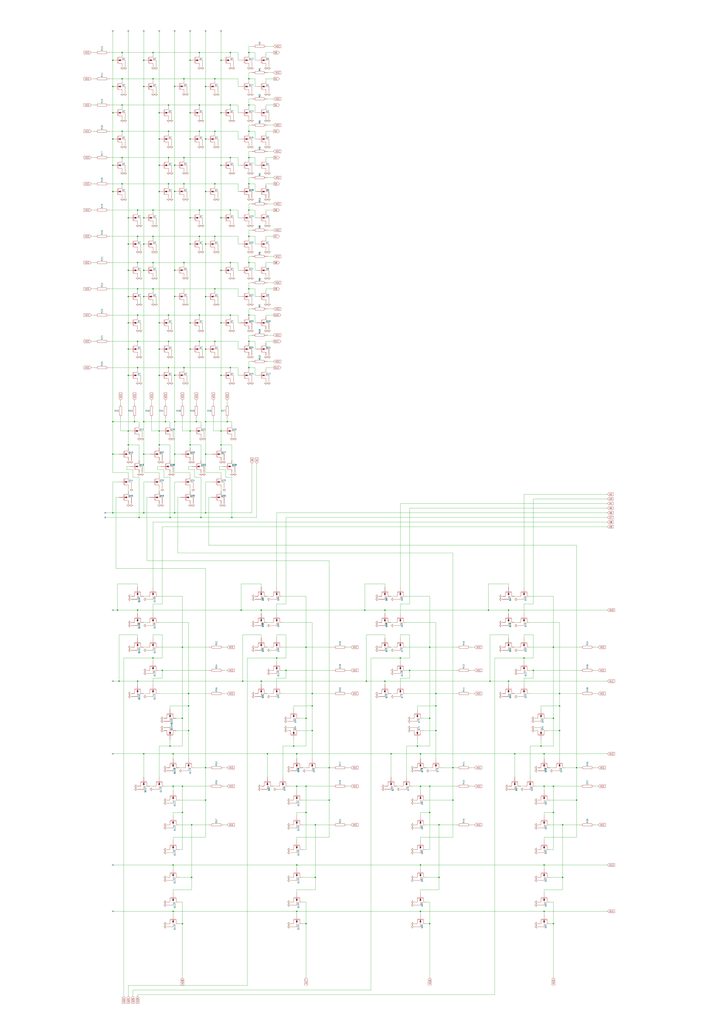
<source format=kicad_sch>
(kicad_sch (version 20211123) (generator eeschema)
  (paper "A1" portrait)
  (title_block (title "CM401") (rev "V1") (comment 1 "Part 1"))
  (junction (at 113.03 501.65))
  (junction (at 447.04 646.43))
  (junction (at 118.11 222.25))
  (junction (at 143.51 222.1496))
  (junction (at 353.06 646.43))
  (junction (at 113.03 215.9))
  (junction (at 270.51 631.19))
  (junction (at 100.33 129.54))
  (junction (at 139.7 425.45))
  (junction (at 118.11 243.84))
  (junction (at 353.06 532.13))
  (junction (at 149.86 532.13))
  (junction (at 189.23 259.08))
  (junction (at 151.13 129.54))
  (junction (at 181.61 365.76))
  (junction (at 176.53 237.49))
  (junction (at 105.41 365.76))
  (junction (at 251.46 646.43))
  (junction (at 149.86 668.02))
  (junction (at 176.53 151.13))
  (junction (at 161.29 346.71))
  (junction (at 139.7 613.41))
  (junction (at 189.23 129.54))
  (junction (at 256.54 580.39))
  (junction (at 243.84 749.3))
  (junction (at 256.54 600.71))
  (junction (at 270.51 657.86))
  (junction (at 204.47 43.18))
  (junction (at 219.71 619.76))
  (junction (at 447.04 711.2))
  (junction (at 156.21 114.3))
  (junction (at 142.24 619.76))
  (junction (at 130.81 265.43))
  (junction (at 234.95 551.18))
  (junction (at 372.11 631.19))
  (junction (at 345.44 749.3))
  (junction (at 143.51 308.5096))
  (junction (at 358.14 600.71))
  (junction (at 328.93 541.02))
  (junction (at 360.68 678.18))
  (junction (at 130.81 135.89))
  (junction (at 189.23 86.36))
  (junction (at 92.71 421.64))
  (junction (at 336.55 551.18))
  (junction (at 130.81 365.76))
  (junction (at 462.28 678.18))
  (junction (at 143.51 157.3796))
  (junction (at 168.91 243.84))
  (junction (at 473.71 657.86))
  (junction (at 154.94 580.39))
  (junction (at 113.03 259.08))
  (junction (at 105.41 265.43))
  (junction (at 227.33 541.02))
  (junction (at 459.74 600.71))
  (junction (at 156.21 49.53))
  (junction (at 100.33 107.95))
  (junction (at 100.33 151.13))
  (junction (at 97.79 560.07))
  (junction (at 92.71 114.3))
  (junction (at 168.91 657.86))
  (junction (at 143.51 243.7396))
  (junction (at 151.13 64.77))
  (junction (at 204.47 107.95))
  (junction (at 143.51 346.71))
  (junction (at 163.83 86.36))
  (junction (at 118.11 200.66))
  (junction (at 251.46 668.02))
  (junction (at 259.08 678.18))
  (junction (at 118.11 421.64))
  (junction (at 181.61 308.61))
  (junction (at 156.21 200.66))
  (junction (at 105.41 308.61))
  (junction (at 105.41 200.66))
  (junction (at 157.48 678.18))
  (junction (at 138.43 107.95))
  (junction (at 214.63 501.65))
  (junction (at 168.91 200.66))
  (junction (at 204.47 302.26))
  (junction (at 143.51 71.0196))
  (junction (at 204.47 172.72))
  (junction (at 190.5 425.45))
  (junction (at 204.47 259.08))
  (junction (at 125.73 541.02))
  (junction (at 143.51 135.7896))
  (junction (at 118.11 346.71))
  (junction (at 353.06 590.55))
  (junction (at 454.66 532.13))
  (junction (at 168.91 114.3))
  (junction (at 163.83 280.67))
  (junction (at 105.41 179.07))
  (junction (at 168.91 346.71))
  (junction (at 157.48 721.36))
  (junction (at 181.61 135.89))
  (junction (at 243.84 711.2))
  (junction (at 149.86 590.55))
  (junction (at 204.47 129.54))
  (junction (at 113.03 302.26))
  (junction (at 454.66 759.46))
  (junction (at 358.14 580.39))
  (junction (at 181.61 92.71))
  (junction (at 92.71 71.12))
  (junction (at 422.91 619.76))
  (junction (at 345.44 619.76))
  (junction (at 189.23 172.72))
  (junction (at 105.41 222.25))
  (junction (at 92.71 373.38))
  (junction (at 204.47 280.67))
  (junction (at 168.91 157.48))
  (junction (at 156.21 354.33))
  (junction (at 168.91 421.64))
  (junction (at 251.46 532.13))
  (junction (at 142.24 711.2))
  (junction (at 360.68 721.36))
  (junction (at 189.23 215.9))
  (junction (at 156.21 365.76))
  (junction (at 181.61 354.33))
  (junction (at 163.83 172.72))
  (junction (at 92.71 135.89))
  (junction (at 156.21 92.71))
  (junction (at 92.71 157.48))
  (junction (at 438.15 551.18))
  (junction (at 241.3 613.41))
  (junction (at 100.33 43.18))
  (junction (at 130.81 354.33))
  (junction (at 113.03 280.67))
  (junction (at 353.06 759.46))
  (junction (at 186.69 346.71))
  (junction (at 176.53 280.67))
  (junction (at 138.43 302.26))
  (junction (at 156.21 265.43))
  (junction (at 454.66 668.02))
  (junction (at 176.53 194.31))
  (junction (at 125.73 172.72))
  (junction (at 168.91 631.19))
  (junction (at 118.11 49.53))
  (junction (at 143.51 373.38))
  (junction (at 181.61 179.07))
  (junction (at 165.1 425.45))
  (junction (at 130.81 308.61))
  (junction (at 417.83 501.65))
  (junction (at 96.52 501.65))
  (junction (at 251.46 759.46))
  (junction (at 454.66 646.43))
  (junction (at 316.23 501.65))
  (junction (at 113.03 172.72))
  (junction (at 198.12 501.65))
  (junction (at 105.41 354.33))
  (junction (at 154.94 570.23))
  (junction (at 105.41 243.84))
  (junction (at 243.84 619.76))
  (junction (at 151.13 302.26))
  (junction (at 204.47 86.36))
  (junction (at 113.03 237.49))
  (junction (at 417.83 560.07))
  (junction (at 454.66 590.55))
  (junction (at 92.71 49.53))
  (junction (at 256.54 570.23))
  (junction (at 168.91 71.12))
  (junction (at 138.43 129.54))
  (junction (at 163.83 43.18))
  (junction (at 118.11 373.38))
  (junction (at 130.81 114.3))
  (junction (at 130.81 287.02))
  (junction (at 163.83 194.31))
  (junction (at 100.33 64.77))
  (junction (at 135.89 346.71))
  (junction (at 149.86 646.43))
  (junction (at 105.41 287.02))
  (junction (at 316.23 560.07))
  (junction (at 176.53 107.95))
  (junction (at 168.91 373.38))
  (junction (at 204.47 151.13))
  (junction (at 125.73 64.77))
  (junction (at 176.53 64.77))
  (junction (at 113.03 560.07))
  (junction (at 100.33 86.36))
  (junction (at 353.06 668.02))
  (junction (at 114.3 425.45))
  (junction (at 447.04 619.76))
  (junction (at 321.31 619.76))
  (junction (at 430.53 541.02))
  (junction (at 143.51 421.64))
  (junction (at 92.71 92.71))
  (junction (at 156.21 287.02))
  (junction (at 138.43 151.13))
  (junction (at 401.32 501.65))
  (junction (at 125.73 215.9))
  (junction (at 168.91 287.02))
  (junction (at 151.13 215.9))
  (junction (at 163.83 107.95))
  (junction (at 462.28 721.36))
  (junction (at 204.47 237.49))
  (junction (at 118.11 619.76))
  (junction (at 149.86 759.46))
  (junction (at 259.08 721.36))
  (junction (at 130.81 92.71))
  (junction (at 92.71 346.71))
  (junction (at 214.63 560.07))
  (junction (at 299.72 501.65))
  (junction (at 345.44 646.43))
  (junction (at 154.94 600.71))
  (junction (at 204.47 194.31))
  (junction (at 251.46 590.55))
  (junction (at 473.71 631.19))
  (junction (at 459.74 580.39))
  (junction (at 125.73 237.49))
  (junction (at 138.43 280.67))
  (junction (at 181.61 265.43))
  (junction (at 125.73 43.18))
  (junction (at 402.59 560.07))
  (junction (at 204.47 64.77))
  (junction (at 156.21 179.07))
  (junction (at 444.5 613.41))
  (junction (at 358.14 570.23))
  (junction (at 181.61 49.53))
  (junction (at 372.11 657.86))
  (junction (at 118.11 179.07))
  (junction (at 189.23 302.26))
  (junction (at 142.24 749.3))
  (junction (at 300.99 560.07))
  (junction (at 125.73 194.31))
  (junction (at 118.11 71.12))
  (junction (at 189.23 43.18))
  (junction (at 342.9 613.41))
  (junction (at 138.43 259.08))
  (junction (at 133.35 551.18))
  (junction (at 110.49 346.71))
  (junction (at 163.83 259.08))
  (junction (at 459.74 570.23))
  (junction (at 204.47 215.9))
  (junction (at 151.13 151.13))
  (junction (at 345.44 711.2))
  (junction (at 181.61 222.25))
  (junction (at 199.39 560.07))
  (junction (at 142.24 646.43))
  (junction (at 113.03 194.31))
  (junction (at 447.04 749.3))
  (junction (at 243.84 646.43))
  (junction (at 130.81 157.48))
  (junction (at 138.43 86.36))
  (no_connect (at 86.36 421.64))
  (no_connect (at 143.51 25.4))
  (no_connect (at 92.71 560.07))
  (no_connect (at 130.81 25.4))
  (no_connect (at 105.41 25.4))
  (no_connect (at 181.61 25.4))
  (no_connect (at 92.71 711.2))
  (no_connect (at 92.71 619.76))
  (no_connect (at 118.11 25.4))
  (no_connect (at 92.71 501.65))
  (no_connect (at 92.71 749.3))
  (no_connect (at 168.91 25.4))
  (no_connect (at 156.21 25.4))
  (no_connect (at 86.36 425.45))
  (no_connect (at 92.71 25.4))
  (wire (pts (xy 186.69 532.13) (xy 184.15 532.13)))
  (wire (pts (xy 105.41 388.62) (xy 105.41 391.16)))
  (wire (pts (xy 116.84 359.41) (xy 116.84 360.68)))
  (wire (pts (xy 209.55 302.26) (xy 204.47 302.26)))
  (wire (pts (xy 168.91 346.71) (xy 168.91 373.38)))
  (wire (pts (xy 425.45 514.35) (xy 424.18 514.35)))
  (wire (pts (xy 353.06 613.41) (xy 342.9 613.41)))
  (wire (pts (xy 232.41 490.22) (xy 251.46 490.22)))
  (wire (pts (xy 163.83 205.74) (xy 163.83 207.01)))
  (wire (pts (xy 116.84 388.62) (xy 116.84 389.89)))
  (wire (pts (xy 189.23 86.36) (xy 195.58 86.36)))
  (wire (pts (xy 102.87 76.2) (xy 102.87 77.47)))
  (wire (pts (xy 114.3 365.76) (xy 105.41 365.76)))
  (wire (pts (xy 342.9 580.39) (xy 358.14 580.39)))
  (wire (pts (xy 125.73 237.49) (xy 125.73 238.76)))
  (wire (pts (xy 204.47 124.46) (xy 204.47 129.54)))
  (wire (pts (xy 149.86 631.19) (xy 147.32 631.19)))
  (wire (pts (xy 153.67 162.4596) (xy 153.67 163.7296)))
  (wire (pts (xy 92.71 71.12) (xy 92.71 92.71)))
  (wire (pts (xy 328.93 557.53) (xy 336.55 557.53)))
  (wire (pts (xy 251.46 759.46) (xy 251.46 803.91)))
  (wire (pts (xy 154.94 383.54) (xy 154.94 386.08)))
  (wire (pts (xy 218.44 43.18) (xy 224.79 43.18)))
  (wire (pts (xy 113.03 501.65) (xy 198.12 501.65)))
  (wire (pts (xy 358.14 570.23) (xy 358.14 580.39)))
  (wire (pts (xy 238.76 721.36) (xy 237.49 721.36)))
  (wire (pts (xy 149.86 613.41) (xy 139.7 613.41)))
  (wire (pts (xy 113.03 646.43) (xy 111.76 646.43)))
  (wire (pts (xy 219.71 275.59) (xy 224.79 275.59)))
  (wire (pts (xy 473.71 448.31) (xy 171.45 448.31)))
  (wire (pts (xy 140.97 119.38) (xy 140.97 120.65)))
  (wire (pts (xy 214.63 480.06) (xy 214.63 482.6)))
  (wire (pts (xy 316.23 521.97) (xy 300.99 521.97)))
  (wire (pts (xy 151.13 162.4596) (xy 151.13 163.7296)))
  (wire (pts (xy 337.82 598.17) (xy 336.55 598.17)))
  (wire (pts (xy 328.93 504.19) (xy 328.93 496.57)))
  (wire (pts (xy 142.24 668.02) (xy 149.86 668.02)))
  (wire (pts (xy 151.13 64.77) (xy 176.53 64.77)))
  (wire (pts (xy 207.01 167.64) (xy 204.47 167.64)))
  (wire (pts (xy 444.5 613.41) (xy 435.61 613.41)))
  (wire (pts (xy 105.41 365.76) (xy 105.41 368.3)))
  (wire (pts (xy 151.13 237.3896) (xy 151.13 238.6596)))
  (wire (pts (xy 218.44 270.51) (xy 218.44 271.78)))
  (wire (pts (xy 151.13 248.8196) (xy 151.13 250.0896)))
  (wire (pts (xy 353.06 759.46) (xy 353.06 803.91)))
  (wire (pts (xy 186.69 631.19) (xy 184.15 631.19)))
  (wire (pts (xy 153.67 140.8696) (xy 153.67 142.1396)))
  (wire (pts (xy 270.51 631.19) (xy 270.51 461.01)))
  (wire (pts (xy 182.88 383.54) (xy 180.34 383.54)))
  (wire (pts (xy 151.13 151.13) (xy 151.13 152.2996)))
  (wire (pts (xy 251.46 631.19) (xy 248.92 631.19)))
  (wire (pts (xy 115.57 205.74) (xy 115.57 207.01)))
  (wire (pts (xy 476.25 551.18) (xy 438.15 551.18)))
  (wire (pts (xy 311.15 490.22) (xy 309.88 490.22)))
  (wire (pts (xy 125.73 482.6) (xy 125.73 429.26)))
  (wire (pts (xy 149.86 646.43) (xy 142.24 646.43)))
  (wire (pts (xy 435.61 613.41) (xy 435.61 638.81)))
  (wire (pts (xy 125.73 543.56) (xy 125.73 541.02)))
  (wire (pts (xy 210.82 157.48) (xy 209.55 157.48)))
  (wire (pts (xy 203.2 541.02) (xy 203.2 810.26)))
  (wire (pts (xy 207.01 102.87) (xy 204.47 102.87)))
  (wire (pts (xy 195.58 287.02) (xy 195.58 280.67)))
  (wire (pts (xy 137.16 657.86) (xy 135.89 657.86)))
  (wire (pts (xy 166.37 119.38) (xy 166.37 120.65)))
  (wire (pts (xy 171.45 408.94) (xy 171.45 448.31)))
  (wire (pts (xy 186.69 551.18) (xy 184.15 551.18)))
  (wire (pts (xy 441.96 759.46) (xy 440.69 759.46)))
  (wire (pts (xy 243.84 731.52) (xy 259.08 731.52)))
  (wire (pts (xy 204.47 270.51) (xy 204.47 271.78)))
  (wire (pts (xy 389.89 532.13) (xy 387.35 532.13)))
  (wire (pts (xy 218.44 313.69) (xy 218.44 314.96)))
  (wire (pts (xy 459.74 600.71) (xy 449.58 600.71)))
  (wire (pts (xy 156.21 92.71) (xy 156.21 114.3)))
  (wire (pts (xy 195.58 49.53) (xy 195.58 43.18)))
  (wire (pts (xy 243.84 749.3) (xy 345.44 749.3)))
  (wire (pts (xy 199.39 560.07) (xy 214.63 560.07)))
  (wire (pts (xy 444.5 582.93) (xy 444.5 580.39)))
  (wire (pts (xy 340.36 723.9) (xy 339.09 723.9)))
  (wire (pts (xy 444.5 608.33) (xy 444.5 613.41)))
  (wire (pts (xy 234.95 521.97) (xy 227.33 521.97)))
  (wire (pts (xy 207.01 81.28) (xy 204.47 81.28)))
  (wire (pts (xy 100.33 129.54) (xy 138.43 129.54)))
  (wire (pts (xy 189.23 184.15) (xy 189.23 185.42)))
  (wire (pts (xy 238.76 701.04) (xy 237.49 701.04)))
  (wire (pts (xy 176.53 151.13) (xy 195.58 151.13)))
  (wire (pts (xy 113.03 560.07) (xy 113.03 562.61)))
  (wire (pts (xy 195.58 92.71) (xy 195.58 86.36)))
  (wire (pts (xy 412.75 514.35) (xy 411.48 514.35)))
  (wire (pts (xy 118.11 388.62) (xy 130.81 388.62)))
  (wire (pts (xy 157.48 678.18) (xy 157.48 721.36)))
  (wire (pts (xy 243.84 713.74) (xy 243.84 711.2)))
  (wire (pts (xy 299.72 480.06) (xy 299.72 501.65)))
  (wire (pts (xy 454.66 532.13) (xy 435.61 532.13)))
  (wire (pts (xy 311.15 532.13) (xy 309.88 532.13)))
  (wire (pts (xy 142.24 734.06) (xy 142.24 731.52)))
  (wire (pts (xy 157.48 721.36) (xy 157.48 731.52)))
  (wire (pts (xy 234.95 557.53) (xy 234.95 551.18)))
  (wire (pts (xy 168.91 71.12) (xy 168.91 114.3)))
  (wire (pts (xy 142.24 749.3) (xy 92.71 749.3)))
  (wire (pts (xy 204.47 194.31) (xy 204.47 195.58)))
  (wire (pts (xy 454.66 759.46) (xy 452.12 759.46)))
  (wire (pts (xy 402.59 560.07) (xy 417.83 560.07)))
  (wire (pts (xy 199.39 521.97) (xy 199.39 560.07)))
  (wire (pts (xy 214.63 501.65) (xy 198.12 501.65)))
  (wire (pts (xy 417.83 521.97) (xy 402.59 521.97)))
  (wire (pts (xy 86.36 425.45) (xy 114.3 425.45)))
  (wire (pts (xy 422.91 619.76) (xy 422.91 638.81)))
  (wire (pts (xy 417.83 524.51) (xy 417.83 521.97)))
  (wire (pts (xy 104.14 386.08) (xy 109.22 386.08)))
  (wire (pts (xy 181.61 388.62) (xy 181.61 391.16)))
  (wire (pts (xy 99.06 354.33) (xy 105.41 354.33)))
  (wire (pts (xy 353.06 646.43) (xy 353.06 668.02)))
  (wire (pts (xy 138.43 280.67) (xy 138.43 281.94)))
  (wire (pts (xy 189.23 313.69) (xy 189.23 314.96)))
  (wire (pts (xy 176.53 76.2) (xy 176.53 77.47)))
  (wire (pts (xy 149.86 344.17) (xy 149.86 354.33)))
  (wire (pts (xy 340.36 759.46) (xy 339.09 759.46)))
  (wire (pts (xy 220.98 140.97) (xy 220.98 142.24)))
  (wire (pts (xy 336.55 417.83) (xy 499.11 417.83)))
  (wire (pts (xy 105.41 287.02) (xy 105.41 308.61)))
  (wire (pts (xy 345.44 749.3) (xy 447.04 749.3)))
  (wire (pts (xy 143.51 346.71) (xy 143.51 373.38)))
  (wire (pts (xy 345.44 731.52) (xy 360.68 731.52)))
  (wire (pts (xy 107.95 511.81) (xy 106.68 511.81)))
  (wire (pts (xy 454.66 590.55) (xy 454.66 613.41)))
  (wire (pts (xy 227.33 504.19) (xy 227.33 496.57)))
  (wire (pts (xy 438.15 541.02) (xy 438.15 521.97)))
  (wire (pts (xy 412.75 490.22) (xy 411.48 490.22)))
  (wire (pts (xy 195.58 179.07) (xy 195.58 172.72)))
  (wire (pts (xy 328.93 482.6) (xy 328.93 414.02)))
  (wire (pts (xy 345.44 670.56) (xy 345.44 668.02)))
  (wire (pts (xy 207.01 270.51) (xy 207.01 271.78)))
  (wire (pts (xy 207.01 381) (xy 207.01 421.64)))
  (wire (pts (xy 180.34 383.54) (xy 180.34 386.08)))
  (wire (pts (xy 288.29 551.18) (xy 285.75 551.18)))
  (wire (pts (xy 219.71 619.76) (xy 219.71 638.81)))
  (wire (pts (xy 214.63 504.19) (xy 214.63 501.65)))
  (wire (pts (xy 125.73 54.61) (xy 125.73 55.88)))
  (wire (pts (xy 234.95 551.18) (xy 232.41 551.18)))
  (wire (pts (xy 209.55 287.02) (xy 209.55 280.67)))
  (wire (pts (xy 345.44 623.57) (xy 345.44 619.76)))
  (wire (pts (xy 151.13 129.4396) (xy 151.13 129.54)))
  (wire (pts (xy 204.47 59.69) (xy 204.47 64.77)))
  (wire (pts (xy 129.54 386.08) (xy 134.62 386.08)))
  (wire (pts (xy 439.42 590.55) (xy 438.15 590.55)))
  (wire (pts (xy 105.41 354.33) (xy 105.41 365.76)))
  (wire (pts (xy 163.83 259.08) (xy 163.83 260.35)))
  (wire (pts (xy 133.35 541.02) (xy 133.35 521.97)))
  (wire (pts (xy 273.05 532.13) (xy 251.46 532.13)))
  (wire (pts (xy 140.97 97.79) (xy 140.97 99.06)))
  (wire (pts (xy 452.12 741.68) (xy 454.66 741.68)))
  (wire (pts (xy 100.33 76.2) (xy 100.33 77.47)))
  (wire (pts (xy 151.13 302.26) (xy 151.13 303.4296)))
  (wire (pts (xy 207.01 275.59) (xy 204.47 275.59)))
  (wire (pts (xy 336.55 557.53) (xy 336.55 551.18)))
  (wire (pts (xy 345.44 668.02) (xy 353.06 668.02)))
  (wire (pts (xy 105.41 265.43) (xy 105.41 287.02)))
  (wire (pts (xy 137.16 759.46) (xy 135.89 759.46)))
  (wire (pts (xy 154.94 580.39) (xy 154.94 600.71)))
  (wire (pts (xy 209.55 172.72) (xy 204.47 172.72)))
  (wire (pts (xy 120.65 553.72) (xy 119.38 553.72)))
  (wire (pts (xy 323.85 551.18) (xy 322.58 551.18)))
  (wire (pts (xy 360.68 678.18) (xy 360.68 721.36)))
  (wire (pts (xy 441.96 680.72) (xy 440.69 680.72)))
  (wire (pts (xy 130.81 265.43) (xy 130.81 287.02)))
  (wire (pts (xy 171.45 532.13) (xy 149.86 532.13)))
  (wire (pts (xy 198.12 480.06) (xy 198.12 501.65)))
  (wire (pts (xy 138.43 107.95) (xy 138.43 109.22)))
  (wire (pts (xy 97.79 396.24) (xy 92.71 396.24)))
  (wire (pts (xy 163.83 184.15) (xy 163.83 185.42)))
  (wire (pts (xy 90.17 215.9) (xy 113.03 215.9)))
  (wire (pts (xy 220.98 76.2) (xy 220.98 77.47)))
  (wire (pts (xy 160.02 631.19) (xy 168.91 631.19)))
  (wire (pts (xy 100.33 129.54) (xy 100.33 130.81)))
  (wire (pts (xy 189.23 43.18) (xy 189.23 44.45)))
  (wire (pts (xy 113.03 194.31) (xy 125.73 194.31)))
  (wire (pts (xy 350.52 698.5) (xy 353.06 698.5)))
  (wire (pts (xy 132.08 383.54) (xy 129.54 383.54)))
  (wire (pts (xy 191.77 54.61) (xy 191.77 55.88)))
  (wire (pts (xy 165.1 359.41) (xy 165.1 360.68)))
  (wire (pts (xy 204.47 97.79) (xy 204.47 99.06)))
  (wire (pts (xy 138.43 129.54) (xy 151.13 129.54)))
  (wire (pts (xy 430.53 406.4) (xy 499.11 406.4)))
  (wire (pts (xy 209.55 71.12) (xy 209.55 64.77)))
  (wire (pts (xy 100.33 162.56) (xy 100.33 163.83)))
  (wire (pts (xy 115.57 184.15) (xy 115.57 185.42)))
  (wire (pts (xy 149.86 759.46) (xy 147.32 759.46)))
  (wire (pts (xy 102.87 140.97) (xy 102.87 142.24)))
  (wire (pts (xy 425.45 492.76) (xy 424.18 492.76)))
  (wire (pts (xy 196.85 222.25) (xy 195.58 222.25)))
  (wire (pts (xy 125.73 521.97) (xy 125.73 524.51)))
  (wire (pts (xy 210.82 179.07) (xy 209.55 179.07)))
  (wire (pts (xy 92.71 114.3) (xy 92.71 135.89)))
  (wire (pts (xy 96.52 501.65) (xy 92.71 501.65)))
  (wire (pts (xy 218.44 215.9) (xy 224.79 215.9)))
  (wire (pts (xy 189.23 86.36) (xy 189.23 87.63)))
  (wire (pts (xy 120.65 490.22) (xy 118.11 490.22)))
  (wire (pts (xy 100.33 43.18) (xy 125.73 43.18)))
  (wire (pts (xy 337.82 593.09) (xy 336.55 593.09)))
  (wire (pts (xy 243.84 734.06) (xy 243.84 731.52)))
  (wire (pts (xy 389.89 646.43) (xy 387.35 646.43)))
  (wire (pts (xy 90.17 43.18) (xy 100.33 43.18)))
  (wire (pts (xy 133.35 496.57) (xy 133.35 433.07)))
  (wire (pts (xy 140.97 270.51) (xy 140.97 271.78)))
  (wire (pts (xy 195.58 135.89) (xy 195.58 129.54)))
  (wire (pts (xy 243.84 670.56) (xy 243.84 668.02)))
  (wire (pts (xy 241.3 613.41) (xy 232.41 613.41)))
  (wire (pts (xy 118.11 200.66) (xy 118.11 222.25)))
  (wire (pts (xy 139.7 608.33) (xy 139.7 613.41)))
  (wire (pts (xy 227.33 648.97) (xy 226.06 648.97)))
  (wire (pts (xy 195.58 157.48) (xy 195.58 151.13)))
  (wire (pts (xy 168.91 373.38) (xy 168.91 388.62)))
  (wire (pts (xy 196.85 200.66) (xy 195.58 200.66)))
  (wire (pts (xy 204.47 292.1) (xy 204.47 293.37)))
  (wire (pts (xy 232.41 613.41) (xy 232.41 638.81)))
  (wire (pts (xy 288.29 678.18) (xy 285.75 678.18)))
  (wire (pts (xy 430.53 541.02) (xy 406.4 541.02)))
  (wire (pts (xy 109.22 814.07) (xy 109.22 819.15)))
  (wire (pts (xy 214.63 560.07) (xy 214.63 562.61)))
  (wire (pts (xy 316.23 646.43) (xy 314.96 646.43)))
  (wire (pts (xy 209.55 135.89) (xy 209.55 129.54)))
  (wire (pts (xy 137.16 633.73) (xy 135.89 633.73)))
  (wire (pts (xy 210.82 287.02) (xy 209.55 287.02)))
  (wire (pts (xy 372.11 657.86) (xy 372.11 631.19)))
  (wire (pts (xy 491.49 532.13) (xy 488.95 532.13)))
  (wire (pts (xy 151.13 151.0296) (xy 151.13 151.13)))
  (wire (pts (xy 209.55 492.76) (xy 208.28 492.76)))
  (wire (pts (xy 209.55 92.71) (xy 209.55 86.36)))
  (wire (pts (xy 204.47 129.54) (xy 204.47 130.81)))
  (wire (pts (xy 316.23 524.51) (xy 316.23 521.97)))
  (wire (pts (xy 273.05 678.18) (xy 259.08 678.18)))
  (wire (pts (xy 218.44 217.17) (xy 218.44 215.9)))
  (wire (pts (xy 209.55 259.08) (xy 204.47 259.08)))
  (wire (pts (xy 186.69 646.43) (xy 184.15 646.43)))
  (wire (pts (xy 113.03 270.51) (xy 113.03 271.78)))
  (wire (pts (xy 340.36 741.68) (xy 339.09 741.68)))
  (wire (pts (xy 214.63 501.65) (xy 299.72 501.65)))
  (wire (pts (xy 163.83 107.95) (xy 176.53 107.95)))
  (wire (pts (xy 92.71 421.64) (xy 118.11 421.64)))
  (wire (pts (xy 130.81 388.62) (xy 130.81 391.16)))
  (wire (pts (xy 207.01 292.1) (xy 207.01 293.37)))
  (wire (pts (xy 105.41 25.4) (xy 105.41 179.07)))
  (wire (pts (xy 151.13 151.13) (xy 176.53 151.13)))
  (wire (pts (xy 148.59 408.94) (xy 146.05 408.94)))
  (wire (pts (xy 218.44 260.35) (xy 218.44 259.08)))
  (wire (pts (xy 156.21 179.07) (xy 156.21 200.66)))
  (wire (pts (xy 340.36 698.5) (xy 339.09 698.5)))
  (wire (pts (xy 104.14 383.54) (xy 104.14 386.08)))
  (wire (pts (xy 130.81 401.32) (xy 130.81 403.86)))
  (wire (pts (xy 430.53 562.61) (xy 430.53 557.53)))
  (wire (pts (xy 196.85 49.53) (xy 195.58 49.53)))
  (wire (pts (xy 209.55 43.18) (xy 204.47 43.18)))
  (wire (pts (xy 389.89 678.18) (xy 387.35 678.18)))
  (wire (pts (xy 176.53 237.49) (xy 176.53 238.76)))
  (wire (pts (xy 149.86 590.55) (xy 149.86 532.13)))
  (wire (pts (xy 168.91 287.02) (xy 168.91 346.71)))
  (wire (pts (xy 176.53 162.56) (xy 176.53 163.83)))
  (wire (pts (xy 105.41 308.61) (xy 105.41 354.33)))
  (wire (pts (xy 438.15 551.18) (xy 435.61 551.18)))
  (wire (pts (xy 209.55 511.81) (xy 208.28 511.81)))
  (wire (pts (xy 153.67 76.0996) (xy 153.67 77.3696)))
  (wire (pts (xy 222.25 532.13) (xy 219.71 532.13)))
  (wire (pts (xy 316.23 501.65) (xy 299.72 501.65)))
  (wire (pts (xy 92.71 396.24) (xy 92.71 421.64)))
  (wire (pts (xy 441.96 744.22) (xy 440.69 744.22)))
  (wire (pts (xy 323.85 553.72) (xy 322.58 553.72)))
  (wire (pts (xy 138.43 129.54) (xy 138.43 130.81)))
  (wire (pts (xy 238.76 759.46) (xy 237.49 759.46)))
  (wire (pts (xy 459.74 623.57) (xy 459.74 600.71)))
  (wire (pts (xy 191.77 227.33) (xy 191.77 228.6)))
  (wire (pts (xy 125.73 43.18) (xy 163.83 43.18)))
  (wire (pts (xy 238.76 660.4) (xy 237.49 660.4)))
  (wire (pts (xy 218.44 205.74) (xy 218.44 207.01)))
  (wire (pts (xy 113.03 560.07) (xy 199.39 560.07)))
  (wire (pts (xy 125.73 227.33) (xy 125.73 228.6)))
  (wire (pts (xy 133.35 401.32) (xy 133.35 402.59)))
  (wire (pts (xy 328.93 414.02) (xy 499.11 414.02)))
  (wire (pts (xy 90.17 172.72) (xy 113.03 172.72)))
  (wire (pts (xy 243.84 751.84) (xy 243.84 749.3)))
  (wire (pts (xy 189.23 215.9) (xy 189.23 217.17)))
  (wire (pts (xy 90.17 194.31) (xy 113.03 194.31)))
  (wire (pts (xy 124.46 328.93) (xy 124.46 331.47)))
  (wire (pts (xy 148.59 396.24) (xy 143.51 396.24)))
  (wire (pts (xy 425.45 532.13) (xy 422.91 532.13)))
  (wire (pts (xy 204.47 54.61) (xy 204.47 55.88)))
  (wire (pts (xy 441.96 741.68) (xy 440.69 741.68)))
  (wire (pts (xy 209.55 237.49) (xy 204.47 237.49)))
  (wire (pts (xy 166.37 292.1) (xy 166.37 293.37)))
  (wire (pts (xy 447.04 670.56) (xy 447.04 668.02)))
  (wire (pts (xy 100.33 64.77) (xy 125.73 64.77)))
  (wire (pts (xy 163.83 107.95) (xy 163.83 109.22)))
  (wire (pts (xy 102.87 119.38) (xy 102.87 120.65)))
  (wire (pts (xy 138.43 259.08) (xy 163.83 259.08)))
  (wire (pts (xy 129.54 383.54) (xy 129.54 386.08)))
  (wire (pts (xy 207.01 232.41) (xy 204.47 232.41)))
  (wire (pts (xy 207.01 162.56) (xy 207.01 163.83)))
  (wire (pts (xy 238.76 744.22) (xy 237.49 744.22)))
  (wire (pts (xy 270.51 688.34) (xy 270.51 657.86)))
  (wire (pts (xy 142.24 713.74) (xy 142.24 711.2)))
  (wire (pts (xy 128.27 54.61) (xy 128.27 55.88)))
  (wire (pts (xy 441.96 660.4) (xy 440.69 660.4)))
  (wire (pts (xy 336.55 521.97) (xy 328.93 521.97)))
  (wire (pts (xy 256.54 623.57) (xy 256.54 600.71)))
  (wire (pts (xy 222.25 551.18) (xy 220.98 551.18)))
  (wire (pts (xy 218.44 107.95) (xy 224.79 107.95)))
  (wire (pts (xy 438.15 557.53) (xy 438.15 551.18)))
  (wire (pts (xy 160.02 392.43) (xy 165.1 392.43)))
  (wire (pts (xy 171.45 551.18) (xy 133.35 551.18)))
  (wire (pts (xy 209.55 64.77) (xy 204.47 64.77)))
  (wire (pts (xy 114.3 392.43) (xy 114.3 425.45)))
  (wire (pts (xy 454.66 698.5) (xy 454.66 668.02)))
  (wire (pts (xy 232.41 511.81) (xy 256.54 511.81)))
  (wire (pts (xy 140.97 140.97) (xy 140.97 142.24)))
  (wire (pts (xy 204.47 248.92) (xy 204.47 250.19)))
  (wire (pts (xy 130.81 354.33) (xy 130.81 365.76)))
  (wire (pts (xy 130.81 365.76) (xy 130.81 368.3)))
  (wire (pts (xy 204.47 215.9) (xy 204.47 217.17)))
  (wire (pts (xy 220.98 54.61) (xy 220.98 55.88)))
  (wire (pts (xy 161.29 328.93) (xy 161.29 331.47)))
  (wire (pts (xy 149.86 759.46) (xy 149.86 803.91)))
  (wire (pts (xy 345.44 619.76) (xy 321.31 619.76)))
  (wire (pts (xy 181.61 222.25) (xy 181.61 265.43)))
  (wire (pts (xy 100.33 97.79) (xy 100.33 99.06)))
  (wire (pts (xy 137.16 741.68) (xy 135.89 741.68)))
  (wire (pts (xy 105.41 378.46) (xy 105.41 379.73)))
  (wire (pts (xy 143.51 421.64) (xy 168.91 421.64)))
  (wire (pts (xy 102.87 97.79) (xy 102.87 99.06)))
  (wire (pts (xy 209.55 570.23) (xy 208.28 570.23)))
  (wire (pts (xy 114.3 346.71) (xy 110.49 346.71)))
  (wire (pts (xy 190.5 365.76) (xy 190.5 378.46)))
  (wire (pts (xy 100.33 86.36) (xy 100.33 87.63)))
  (wire (pts (xy 425.45 490.22) (xy 422.91 490.22)))
  (wire (pts (xy 207.01 189.23) (xy 204.47 189.23)))
  (wire (pts (xy 125.73 215.9) (xy 125.73 217.17)))
  (wire (pts (xy 186.69 678.18) (xy 184.15 678.18)))
  (wire (pts (xy 222.25 492.76) (xy 220.98 492.76)))
  (wire (pts (xy 156.21 287.02) (xy 156.21 354.33)))
  (wire (pts (xy 195.58 265.43) (xy 195.58 259.08)))
  (wire (pts (xy 447.04 668.02) (xy 454.66 668.02)))
  (wire (pts (xy 130.81 490.22) (xy 149.86 490.22)))
  (wire (pts (xy 218.44 87.63) (xy 218.44 86.36)))
  (wire (pts (xy 441.96 678.18) (xy 440.69 678.18)))
  (wire (pts (xy 151.13 215.9) (xy 151.13 217.0696)))
  (wire (pts (xy 181.61 25.4) (xy 181.61 49.53)))
  (wire (pts (xy 353.06 631.19) (xy 350.52 631.19)))
  (wire (pts (xy 204.47 64.77) (xy 204.47 66.04)))
  (wire (pts (xy 74.93 194.31) (xy 77.47 194.31)))
  (wire (pts (xy 92.71 92.71) (xy 92.71 114.3)))
  (wire (pts (xy 144.78 590.55) (xy 149.86 590.55)))
  (wire (pts (xy 163.83 280.67) (xy 176.53 280.67)))
  (wire (pts (xy 261.62 631.19) (xy 270.51 631.19)))
  (wire (pts (xy 138.43 107.95) (xy 163.83 107.95)))
  (wire (pts (xy 209.55 265.43) (xy 209.55 259.08)))
  (wire (pts (xy 115.57 248.92) (xy 115.57 250.19)))
  (wire (pts (xy 204.47 86.36) (xy 204.47 87.63)))
  (wire (pts (xy 190.5 349.25) (xy 190.5 346.71)))
  (wire (pts (xy 138.43 280.67) (xy 163.83 280.67)))
  (wire (pts (xy 153.67 248.8196) (xy 153.67 250.0896)))
  (wire (pts (xy 158.75 401.32) (xy 158.75 402.59)))
  (wire (pts (xy 204.47 146.05) (xy 204.47 151.13)))
  (wire (pts (xy 189.23 172.72) (xy 195.58 172.72)))
  (wire (pts (xy 435.61 511.81) (xy 459.74 511.81)))
  (wire (pts (xy 316.23 501.65) (xy 401.32 501.65)))
  (wire (pts (xy 134.62 593.09) (xy 133.35 593.09)))
  (wire (pts (xy 168.91 396.24) (xy 168.91 421.64)))
  (wire (pts (xy 374.65 551.18) (xy 336.55 551.18)))
  (wire (pts (xy 454.66 633.73) (xy 453.39 633.73)))
  (wire (pts (xy 374.65 570.23) (xy 358.14 570.23)))
  (wire (pts (xy 118.11 49.53) (xy 118.11 71.12)))
  (wire (pts (xy 476.25 570.23) (xy 459.74 570.23)))
  (wire (pts (xy 236.22 590.55) (xy 234.95 590.55)))
  (wire (pts (xy 96.52 480.06) (xy 96.52 501.65)))
  (wire (pts (xy 139.7 613.41) (xy 130.81 613.41)))
  (wire (pts (xy 107.95 378.46) (xy 107.95 379.73)))
  (wire (pts (xy 259.08 678.18) (xy 248.92 678.18)))
  (wire (pts (xy 130.81 157.48) (xy 130.81 265.43)))
  (wire (pts (xy 118.11 222.25) (xy 118.11 243.84)))
  (wire (pts (xy 328.93 496.57) (xy 336.55 496.57)))
  (wire (pts (xy 156.21 354.33) (xy 156.21 365.76)))
  (wire (pts (xy 118.11 346.71) (xy 135.89 346.71)))
  (wire (pts (xy 311.15 511.81) (xy 309.88 511.81)))
  (wire (pts (xy 425.45 551.18) (xy 424.18 551.18)))
  (wire (pts (xy 402.59 521.97) (xy 402.59 560.07)))
  (wire (pts (xy 118.11 373.38) (xy 118.11 388.62)))
  (wire (pts (xy 181.61 49.53) (xy 181.61 92.71)))
  (wire (pts (xy 219.71 102.87) (xy 224.79 102.87)))
  (wire (pts (xy 243.84 650.24) (xy 243.84 646.43)))
  (wire (pts (xy 353.06 633.73) (xy 351.79 633.73)))
  (wire (pts (xy 248.92 698.5) (xy 251.46 698.5)))
  (wire (pts (xy 163.83 119.38) (xy 163.83 120.65)))
  (wire (pts (xy 163.83 194.31) (xy 176.53 194.31)))
  (wire (pts (xy 100.33 86.36) (xy 138.43 86.36)))
  (wire (pts (xy 106.68 383.54) (xy 104.14 383.54)))
  (wire (pts (xy 219.71 189.23) (xy 224.79 189.23)))
  (wire (pts (xy 207.01 54.61) (xy 207.01 55.88)))
  (wire (pts (xy 209.55 107.95) (xy 204.47 107.95)))
  (wire (pts (xy 143.51 346.71) (xy 161.29 346.71)))
  (wire (pts (xy 438.15 541.02) (xy 430.53 541.02)))
  (wire (pts (xy 222.25 572.77) (xy 220.98 572.77)))
  (wire (pts (xy 113.03 648.97) (xy 111.76 648.97)))
  (wire (pts (xy 358.14 580.39) (xy 358.14 600.71)))
  (wire (pts (xy 203.2 810.26) (xy 105.41 810.26)))
  (wire (pts (xy 499.11 749.3) (xy 447.04 749.3)))
  (wire (pts (xy 113.03 184.15) (xy 113.03 185.42)))
  (wire (pts (xy 130.81 308.61) (xy 130.81 354.33)))
  (wire (pts (xy 454.66 590.55) (xy 454.66 532.13)))
  (wire (pts (xy 191.77 140.97) (xy 191.77 142.24)))
  (wire (pts (xy 149.86 532.13) (xy 130.81 532.13)))
  (wire (pts (xy 181.61 414.02) (xy 181.61 415.29)))
  (wire (pts (xy 143.51 243.7396) (xy 143.51 308.5096)))
  (wire (pts (xy 74.93 280.67) (xy 77.47 280.67)))
  (wire (pts (xy 218.44 152.4) (xy 218.44 151.13)))
  (wire (pts (xy 151.13 215.7996) (xy 151.13 215.9)))
  (wire (pts (xy 151.13 140.8696) (xy 151.13 142.1396)))
  (wire (pts (xy 219.71 38.1) (xy 224.79 38.1)))
  (wire (pts (xy 340.36 744.22) (xy 339.09 744.22)))
  (wire (pts (xy 441.96 633.73) (xy 440.69 633.73)))
  (wire (pts (xy 125.73 172.72) (xy 125.73 173.99)))
  (wire (pts (xy 218.44 129.54) (xy 224.79 129.54)))
  (wire (pts (xy 220.98 97.79) (xy 220.98 99.06)))
  (wire (pts (xy 175.26 354.33) (xy 181.61 354.33)))
  (wire (pts (xy 151.13 215.9) (xy 189.23 215.9)))
  (wire (pts (xy 138.43 313.69) (xy 138.43 314.96)))
  (wire (pts (xy 353.06 759.46) (xy 350.52 759.46)))
  (wire (pts (xy 151.13 129.54) (xy 151.13 130.7096)))
  (wire (pts (xy 210.82 71.12) (xy 209.55 71.12)))
  (wire (pts (xy 154.94 570.23) (xy 154.94 580.39)))
  (wire (pts (xy 454.66 631.19) (xy 452.12 631.19)))
  (wire (pts (xy 459.74 580.39) (xy 459.74 600.71)))
  (wire (pts (xy 447.04 734.06) (xy 447.04 731.52)))
  (wire (pts (xy 189.23 172.72) (xy 189.23 173.99)))
  (wire (pts (xy 353.06 698.5) (xy 353.06 668.02)))
  (wire (pts (xy 142.24 711.2) (xy 92.71 711.2)))
  (wire (pts (xy 118.11 396.24) (xy 118.11 421.64)))
  (wire (pts (xy 179.07 162.56) (xy 179.07 163.83)))
  (wire (pts (xy 189.23 129.54) (xy 189.23 130.81)))
  (wire (pts (xy 156.21 354.33) (xy 157.48 354.33)))
  (wire (pts (xy 102.87 54.61) (xy 102.87 55.88)))
  (wire (pts (xy 168.91 421.64) (xy 207.01 421.64)))
  (wire (pts (xy 454.66 759.46) (xy 454.66 803.91)))
  (wire (pts (xy 227.33 521.97) (xy 227.33 524.51)))
  (wire (pts (xy 214.63 524.51) (xy 214.63 521.97)))
  (wire (pts (xy 74.93 86.36) (xy 77.47 86.36)))
  (wire (pts (xy 337.82 600.71) (xy 336.55 600.71)))
  (wire (pts (xy 137.16 698.5) (xy 135.89 698.5)))
  (wire (pts (xy 218.44 195.58) (xy 218.44 194.31)))
  (wire (pts (xy 372.11 454.66) (xy 372.11 631.19)))
  (wire (pts (xy 209.55 514.35) (xy 208.28 514.35)))
  (wire (pts (xy 243.84 619.76) (xy 219.71 619.76)))
  (wire (pts (xy 204.47 172.72) (xy 204.47 173.99)))
  (wire (pts (xy 227.33 541.02) (xy 203.2 541.02)))
  (wire (pts (xy 168.91 467.36) (xy 168.91 631.19)))
  (wire (pts (xy 243.84 619.76) (xy 321.31 619.76)))
  (wire (pts (xy 179.07 76.2) (xy 179.07 77.47)))
  (wire (pts (xy 193.04 388.62) (xy 193.04 389.89)))
  (wire (pts (xy 92.71 388.62) (xy 105.41 388.62)))
  (wire (pts (xy 204.47 119.38) (xy 204.47 120.65)))
  (wire (pts (xy 139.7 392.43) (xy 139.7 425.45)))
  (wire (pts (xy 137.16 660.4) (xy 135.89 660.4)))
  (wire (pts (xy 334.01 613.41) (xy 334.01 638.81)))
  (wire (pts (xy 92.71 135.89) (xy 92.71 157.48)))
  (wire (pts (xy 168.91 114.3) (xy 168.91 157.48)))
  (wire (pts (xy 238.76 723.9) (xy 237.49 723.9)))
  (wire (pts (xy 259.08 678.18) (xy 259.08 721.36)))
  (wire (pts (xy 311.15 534.67) (xy 309.88 534.67)))
  (wire (pts (xy 412.75 532.13) (xy 411.48 532.13)))
  (wire (pts (xy 176.53 151.13) (xy 176.53 152.4)))
  (wire (pts (xy 248.92 657.86) (xy 270.51 657.86)))
  (wire (pts (xy 138.43 151.13) (xy 151.13 151.13)))
  (wire (pts (xy 234.95 425.45) (xy 499.11 425.45)))
  (wire (pts (xy 133.35 414.02) (xy 133.35 415.29)))
  (wire (pts (xy 459.74 511.81) (xy 459.74 570.23)))
  (wire (pts (xy 234.95 541.02) (xy 234.95 521.97)))
  (wire (pts (xy 137.16 744.22) (xy 135.89 744.22)))
  (wire (pts (xy 425.45 534.67) (xy 424.18 534.67)))
  (wire (pts (xy 491.49 570.23) (xy 488.95 570.23)))
  (wire (pts (xy 222.25 514.35) (xy 220.98 514.35)))
  (wire (pts (xy 447.04 751.84) (xy 447.04 749.3)))
  (wire (pts (xy 209.55 572.77) (xy 208.28 572.77)))
  (wire (pts (xy 92.71 49.53) (xy 92.71 71.12)))
  (wire (pts (xy 171.45 646.43) (xy 149.86 646.43)))
  (wire (pts (xy 176.53 194.31) (xy 176.53 195.58)))
  (wire (pts (xy 256.54 570.23) (xy 256.54 580.39)))
  (wire (pts (xy 209.55 534.67) (xy 208.28 534.67)))
  (wire (pts (xy 430.53 496.57) (xy 438.15 496.57)))
  (wire (pts (xy 142.24 711.2) (xy 243.84 711.2)))
  (wire (pts (xy 90.17 151.13) (xy 100.33 151.13)))
  (wire (pts (xy 163.83 172.72) (xy 189.23 172.72)))
  (wire (pts (xy 447.04 731.52) (xy 462.28 731.52)))
  (wire (pts (xy 209.55 308.61) (xy 209.55 302.26)))
  (wire (pts (xy 340.36 762) (xy 339.09 762)))
  (wire (pts (xy 189.23 259.08) (xy 195.58 259.08)))
  (wire (pts (xy 210.82 381) (xy 210.82 425.45)))
  (wire (pts (xy 90.17 259.08) (xy 113.03 259.08)))
  (wire (pts (xy 441.96 631.19) (xy 440.69 631.19)))
  (wire (pts (xy 204.47 227.33) (xy 204.47 228.6)))
  (wire (pts (xy 114.3 349.25) (xy 114.3 346.71)))
  (wire (pts (xy 113.03 205.74) (xy 113.03 207.01)))
  (wire (pts (xy 328.93 646.43) (xy 326.39 646.43)))
  (wire (pts (xy 105.41 243.84) (xy 105.41 265.43)))
  (wire (pts (xy 165.1 392.43) (xy 165.1 425.45)))
  (wire (pts (xy 251.46 590.55) (xy 251.46 532.13)))
  (wire (pts (xy 204.47 297.18) (xy 204.47 302.26)))
  (wire (pts (xy 163.83 270.51) (xy 163.83 271.78)))
  (wire (pts (xy 118.11 243.84) (xy 118.11 346.71)))
  (wire (pts (xy 151.13 64.6696) (xy 151.13 64.77)))
  (wire (pts (xy 151.13 129.54) (xy 189.23 129.54)))
  (wire (pts (xy 168.91 243.84) (xy 168.91 287.02)))
  (wire (pts (xy 353.06 532.13) (xy 334.01 532.13)))
  (wire (pts (xy 113.03 215.9) (xy 125.73 215.9)))
  (wire (pts (xy 74.93 237.49) (xy 77.47 237.49)))
  (wire (pts (xy 459.74 570.23) (xy 459.74 580.39)))
  (wire (pts (xy 447.04 646.43) (xy 440.69 646.43)))
  (wire (pts (xy 130.81 414.02) (xy 130.81 415.29)))
  (wire (pts (xy 190.5 388.62) (xy 190.5 389.89)))
  (wire (pts (xy 157.48 721.36) (xy 147.32 721.36)))
  (wire (pts (xy 209.55 129.54) (xy 204.47 129.54)))
  (wire (pts (xy 189.23 227.33) (xy 189.23 228.6)))
  (wire (pts (xy 113.03 817.88) (xy 113.03 819.15)))
  (wire (pts (xy 218.44 227.33) (xy 218.44 228.6)))
  (wire (pts (xy 439.42 593.09) (xy 438.15 593.09)))
  (wire (pts (xy 227.33 646.43) (xy 224.79 646.43)))
  (wire (pts (xy 128.27 76.2) (xy 128.27 77.47)))
  (wire (pts (xy 311.15 570.23) (xy 309.88 570.23)))
  (wire (pts (xy 219.71 146.05) (xy 224.79 146.05)))
  (wire (pts (xy 157.48 383.54) (xy 154.94 383.54)))
  (wire (pts (xy 113.03 302.26) (xy 138.43 302.26)))
  (wire (pts (xy 100.33 43.18) (xy 100.33 44.45)))
  (wire (pts (xy 209.55 243.84) (xy 209.55 237.49)))
  (wire (pts (xy 149.86 590.55) (xy 149.86 613.41)))
  (wire (pts (xy 218.44 302.26) (xy 224.79 302.26)))
  (wire (pts (xy 374.65 678.18) (xy 360.68 678.18)))
  (wire (pts (xy 139.7 359.41) (xy 139.7 360.68)))
  (wire (pts (xy 353.06 590.55) (xy 353.06 613.41)))
  (wire (pts (xy 163.83 43.18) (xy 163.83 44.45)))
  (wire (pts (xy 107.95 532.13) (xy 106.68 532.13)))
  (wire (pts (xy 125.73 496.57) (xy 133.35 496.57)))
  (wire (pts (xy 185.42 386.08) (xy 185.42 392.43)))
  (wire (pts (xy 143.51 135.7896) (xy 143.51 157.3796)))
  (wire (pts (xy 454.66 490.22) (xy 454.66 532.13)))
  (wire (pts (xy 133.35 433.07) (xy 499.11 433.07)))
  (wire (pts (xy 105.41 414.02) (xy 105.41 415.29)))
  (wire (pts (xy 323.85 514.35) (xy 322.58 514.35)))
  (wire (pts (xy 219.71 167.64) (xy 224.79 167.64)))
  (wire (pts (xy 299.72 480.06) (xy 316.23 480.06)))
  (wire (pts (xy 236.22 600.71) (xy 234.95 600.71)))
  (wire (pts (xy 165.1 365.76) (xy 156.21 365.76)))
  (wire (pts (xy 342.9 608.33) (xy 342.9 613.41)))
  (wire (pts (xy 204.47 259.08) (xy 204.47 260.35)))
  (wire (pts (xy 186.69 344.17) (xy 186.69 346.71)))
  (wire (pts (xy 149.86 328.93) (xy 149.86 331.47)))
  (wire (pts (xy 107.95 514.35) (xy 106.68 514.35)))
  (wire (pts (xy 189.23 215.9) (xy 195.58 215.9)))
  (wire (pts (xy 168.91 346.71) (xy 186.69 346.71)))
  (wire (pts (xy 139.7 425.45) (xy 165.1 425.45)))
  (wire (pts (xy 113.03 215.9) (xy 113.03 217.17)))
  (wire (pts (xy 439.42 598.17) (xy 438.15 598.17)))
  (wire (pts (xy 340.36 721.36) (xy 339.09 721.36)))
  (wire (pts (xy 441.96 762) (xy 440.69 762)))
  (wire (pts (xy 140.97 292.1) (xy 140.97 293.37)))
  (wire (pts (xy 227.33 557.53) (xy 234.95 557.53)))
  (wire (pts (xy 218.44 54.61) (xy 218.44 55.88)))
  (wire (pts (xy 143.51 373.38) (xy 143.51 388.62)))
  (wire (pts (xy 100.33 64.77) (xy 100.33 66.04)))
  (wire (pts (xy 175.26 328.93) (xy 175.26 331.47)))
  (wire (pts (xy 207.01 254) (xy 204.47 254)))
  (wire (pts (xy 125.73 248.92) (xy 125.73 250.19)))
  (wire (pts (xy 209.55 86.36) (xy 204.47 86.36)))
  (wire (pts (xy 241.3 608.33) (xy 241.3 613.41)))
  (wire (pts (xy 207.01 76.2) (xy 207.01 77.47)))
  (wire (pts (xy 180.34 386.08) (xy 185.42 386.08)))
  (wire (pts (xy 92.71 346.71) (xy 92.71 373.38)))
  (wire (pts (xy 374.65 646.43) (xy 353.06 646.43)))
  (wire (pts (xy 113.03 280.67) (xy 113.03 281.94)))
  (wire (pts (xy 123.19 396.24) (xy 118.11 396.24)))
  (wire (pts (xy 138.43 86.36) (xy 138.43 87.63)))
  (wire (pts (xy 125.73 215.9) (xy 151.13 215.9)))
  (wire (pts (xy 195.58 243.84) (xy 195.58 237.49)))
  (wire (pts (xy 163.83 194.31) (xy 163.83 195.58)))
  (wire (pts (xy 166.37 205.74) (xy 166.37 207.01)))
  (wire (pts (xy 115.57 227.33) (xy 115.57 228.6)))
  (wire (pts (xy 113.03 302.26) (xy 113.03 303.53)))
  (wire (pts (xy 204.47 189.23) (xy 204.47 194.31)))
  (wire (pts (xy 195.58 308.61) (xy 195.58 302.26)))
  (wire (pts (xy 270.51 657.86) (xy 270.51 631.19)))
  (wire (pts (xy 149.86 646.43) (xy 149.86 668.02)))
  (wire (pts (xy 107.95 570.23) (xy 106.68 570.23)))
  (wire (pts (xy 316.23 648.97) (xy 314.96 648.97)))
  (wire (pts (xy 447.04 623.57) (xy 447.04 619.76)))
  (wire (pts (xy 323.85 534.67) (xy 322.58 534.67)))
  (wire (pts (xy 109.22 392.43) (xy 114.3 392.43)))
  (wire (pts (xy 151.13 313.5896) (xy 151.13 314.8596)))
  (wire (pts (xy 401.32 480.06) (xy 417.83 480.06)))
  (wire (pts (xy 113.03 194.31) (xy 113.03 195.58)))
  (wire (pts (xy 118.11 25.4) (xy 118.11 49.53)))
  (wire (pts (xy 143.51 71.0196) (xy 143.51 135.7896)))
  (wire (pts (xy 186.69 570.23) (xy 184.15 570.23)))
  (wire (pts (xy 179.07 119.38) (xy 179.07 120.65)))
  (wire (pts (xy 120.65 511.81) (xy 118.11 511.81)))
  (wire (pts (xy 115.57 292.1) (xy 115.57 293.37)))
  (wire (pts (xy 176.53 280.67) (xy 195.58 280.67)))
  (wire (pts (xy 209.55 114.3) (xy 209.55 107.95)))
  (wire (pts (xy 100.33 54.61) (xy 100.33 55.88)))
  (wire (pts (xy 181.61 401.32) (xy 181.61 403.86)))
  (wire (pts (xy 95.25 408.94) (xy 95.25 467.36)))
  (wire (pts (xy 120.65 534.67) (xy 119.38 534.67)))
  (wire (pts (xy 452.12 698.5) (xy 454.66 698.5)))
  (wire (pts (xy 143.51 373.38) (xy 148.59 373.38)))
  (wire (pts (xy 220.98 205.74) (xy 220.98 207.01)))
  (wire (pts (xy 218.44 237.49) (xy 224.79 237.49)))
  (wire (pts (xy 139.7 580.39) (xy 154.94 580.39)))
  (wire (pts (xy 207.01 59.69) (xy 204.47 59.69)))
  (wire (pts (xy 220.98 313.69) (xy 220.98 314.96)))
  (wire (pts (xy 107.95 490.22) (xy 106.68 490.22)))
  (wire (pts (xy 473.71 657.86) (xy 473.71 631.19)))
  (wire (pts (xy 218.44 238.76) (xy 218.44 237.49)))
  (wire (pts (xy 360.68 721.36) (xy 350.52 721.36)))
  (wire (pts (xy 130.81 511.81) (xy 154.94 511.81)))
  (wire (pts (xy 166.37 97.79) (xy 166.37 99.06)))
  (wire (pts (xy 358.14 511.81) (xy 358.14 570.23)))
  (wire (pts (xy 179.07 292.1) (xy 179.07 293.37)))
  (wire (pts (xy 196.85 265.43) (xy 195.58 265.43)))
  (wire (pts (xy 189.23 140.97) (xy 189.23 142.24)))
  (wire (pts (xy 214.63 560.07) (xy 300.99 560.07)))
  (wire (pts (xy 273.05 631.19) (xy 270.51 631.19)))
  (wire (pts (xy 125.73 172.72) (xy 163.83 172.72)))
  (wire (pts (xy 100.33 119.38) (xy 100.33 120.65)))
  (wire (pts (xy 417.83 646.43) (xy 416.56 646.43)))
  (wire (pts (xy 238.76 741.68) (xy 237.49 741.68)))
  (wire (pts (xy 243.84 646.43) (xy 237.49 646.43)))
  (wire (pts (xy 191.77 313.69) (xy 191.77 314.96)))
  (wire (pts (xy 462.28 721.36) (xy 452.12 721.36)))
  (wire (pts (xy 251.46 759.46) (xy 248.92 759.46)))
  (wire (pts (xy 165.1 365.76) (xy 165.1 378.46)))
  (wire (pts (xy 135.89 328.93) (xy 135.89 331.47)))
  (wire (pts (xy 118.11 346.71) (xy 118.11 373.38)))
  (wire (pts (xy 323.85 570.23) (xy 321.31 570.23)))
  (wire (pts (xy 105.41 810.26) (xy 105.41 819.15)))
  (wire (pts (xy 167.64 388.62) (xy 167.64 389.89)))
  (wire (pts (xy 345.44 646.43) (xy 339.09 646.43)))
  (wire (pts (xy 219.71 254) (xy 224.79 254)))
  (wire (pts (xy 219.71 124.46) (xy 224.79 124.46)))
  (wire (pts (xy 452.12 657.86) (xy 473.71 657.86)))
  (wire (pts (xy 363.22 631.19) (xy 372.11 631.19)))
  (wire (pts (xy 125.73 562.61) (xy 125.73 557.53)))
  (wire (pts (xy 191.77 184.15) (xy 191.77 185.42)))
  (wire (pts (xy 147.32 698.5) (xy 149.86 698.5)))
  (wire (pts (xy 238.76 698.5) (xy 237.49 698.5)))
  (wire (pts (xy 147.32 741.68) (xy 149.86 741.68)))
  (wire (pts (xy 138.43 97.79) (xy 138.43 99.06)))
  (wire (pts (xy 204.47 162.56) (xy 204.47 163.83)))
  (wire (pts (xy 491.49 551.18) (xy 488.95 551.18)))
  (wire (pts (xy 163.83 86.36) (xy 189.23 86.36)))
  (wire (pts (xy 149.86 490.22) (xy 149.86 532.13)))
  (wire (pts (xy 158.75 414.02) (xy 158.75 415.29)))
  (wire (pts (xy 227.33 562.61) (xy 227.33 557.53)))
  (wire (pts (xy 417.83 560.07) (xy 417.83 562.61)))
  (wire (pts (xy 209.55 490.22) (xy 208.28 490.22)))
  (wire (pts (xy 157.48 678.18) (xy 147.32 678.18)))
  (wire (pts (xy 207.01 146.05) (xy 204.47 146.05)))
  (wire (pts (xy 156.21 365.76) (xy 156.21 368.3)))
  (wire (pts (xy 134.62 386.08) (xy 134.62 392.43)))
  (wire (pts (xy 138.43 292.1) (xy 138.43 293.37)))
  (wire (pts (xy 218.44 259.08) (xy 224.79 259.08)))
  (wire (pts (xy 336.55 496.57) (xy 336.55 417.83)))
  (wire (pts (xy 130.81 92.71) (xy 130.81 114.3)))
  (wire (pts (xy 156.21 25.4) (xy 156.21 49.53)))
  (wire (pts (xy 222.25 570.23) (xy 219.71 570.23)))
  (wire (pts (xy 140.97 162.56) (xy 140.97 163.83)))
  (wire (pts (xy 123.19 408.94) (xy 120.65 408.94)))
  (wire (pts (xy 156.21 200.66) (xy 156.21 265.43)))
  (wire (pts (xy 476.25 646.43) (xy 454.66 646.43)))
  (wire (pts (xy 125.73 646.43) (xy 123.19 646.43)))
  (wire (pts (xy 311.15 492.76) (xy 309.88 492.76)))
  (wire (pts (xy 125.73 237.49) (xy 176.53 237.49)))
  (wire (pts (xy 142.24 670.56) (xy 142.24 668.02)))
  (wire (pts (xy 218.44 86.36) (xy 224.79 86.36)))
  (wire (pts (xy 345.44 734.06) (xy 345.44 731.52)))
  (wire (pts (xy 163.83 280.67) (xy 163.83 281.94)))
  (wire (pts (xy 207.01 38.1) (xy 204.47 38.1)))
  (wire (pts (xy 196.85 287.02) (xy 195.58 287.02)))
  (wire (pts (xy 241.3 582.93) (xy 241.3 580.39)))
  (wire (pts (xy 218.44 194.31) (xy 224.79 194.31)))
  (wire (pts (xy 209.55 532.13) (xy 208.28 532.13)))
  (wire (pts (xy 139.7 349.25) (xy 139.7 346.71)))
  (wire (pts (xy 133.35 521.97) (xy 125.73 521.97)))
  (wire (pts (xy 323.85 572.77) (xy 322.58 572.77)))
  (wire (pts (xy 412.75 570.23) (xy 411.48 570.23)))
  (wire (pts (xy 256.54 570.23) (xy 232.41 570.23)))
  (wire (pts (xy 124.46 354.33) (xy 130.81 354.33)))
  (wire (pts (xy 204.47 210.82) (xy 204.47 215.9)))
  (wire (pts (xy 134.62 392.43) (xy 139.7 392.43)))
  (wire (pts (xy 412.75 572.77) (xy 411.48 572.77)))
  (wire (pts (xy 74.93 43.18) (xy 77.47 43.18)))
  (wire (pts (xy 234.95 541.02) (xy 227.33 541.02)))
  (wire (pts (xy 113.03 313.69) (xy 113.03 314.96)))
  (wire (pts (xy 154.94 623.57) (xy 154.94 600.71)))
  (wire (pts (xy 447.04 650.24) (xy 447.04 646.43)))
  (wire (pts (xy 143.51 222.1496) (xy 143.51 243.7396)))
  (wire (pts (xy 156.21 49.53) (xy 156.21 92.71)))
  (wire (pts (xy 107.95 401.32) (xy 107.95 402.59)))
  (wire (pts (xy 236.22 593.09) (xy 234.95 593.09)))
  (wire (pts (xy 304.8 814.07) (xy 109.22 814.07)))
  (wire (pts (xy 220.98 292.1) (xy 220.98 293.37)))
  (wire (pts (xy 412.75 511.81) (xy 411.48 511.81)))
  (wire (pts (xy 430.53 543.56) (xy 430.53 541.02)))
  (wire (pts (xy 179.07 248.92) (xy 179.07 250.19)))
  (wire (pts (xy 196.85 114.3) (xy 195.58 114.3)))
  (wire (pts (xy 149.86 741.68) (xy 149.86 759.46)))
  (wire (pts (xy 190.5 365.76) (xy 181.61 365.76)))
  (wire (pts (xy 218.44 140.97) (xy 218.44 142.24)))
  (wire (pts (xy 345.44 650.24) (xy 345.44 646.43)))
  (wire (pts (xy 134.62 590.55) (xy 133.35 590.55)))
  (wire (pts (xy 210.82 200.66) (xy 209.55 200.66)))
  (wire (pts (xy 238.76 680.72) (xy 237.49 680.72)))
  (wire (pts (xy 151.13 64.77) (xy 151.13 65.9396)))
  (wire (pts (xy 161.29 344.17) (xy 161.29 346.71)))
  (wire (pts (xy 412.75 534.67) (xy 411.48 534.67)))
  (wire (pts (xy 196.85 179.07) (xy 195.58 179.07)))
  (wire (pts (xy 328.93 543.56) (xy 328.93 541.02)))
  (wire (pts (xy 100.33 107.95) (xy 100.33 109.22)))
  (wire (pts (xy 100.33 151.13) (xy 100.33 152.4)))
  (wire (pts (xy 430.53 557.53) (xy 438.15 557.53)))
  (wire (pts (xy 288.29 646.43) (xy 285.75 646.43)))
  (wire (pts (xy 251.46 698.5) (xy 251.46 668.02)))
  (wire (pts (xy 163.83 54.61) (xy 163.83 55.88)))
  (wire (pts (xy 130.81 114.3) (xy 130.81 135.89)))
  (wire (pts (xy 438.15 496.57) (xy 438.15 410.21)))
  (wire (pts (xy 316.23 560.07) (xy 316.23 562.61)))
  (wire (pts (xy 124.46 344.17) (xy 124.46 354.33)))
  (wire (pts (xy 128.27 227.33) (xy 128.27 228.6)))
  (wire (pts (xy 86.36 421.64) (xy 92.71 421.64)))
  (wire (pts (xy 406.4 541.02) (xy 406.4 817.88)))
  (wire (pts (xy 133.35 557.53) (xy 133.35 551.18)))
  (wire (pts (xy 189.23 43.18) (xy 195.58 43.18)))
  (wire (pts (xy 176.53 237.49) (xy 195.58 237.49)))
  (wire (pts (xy 167.64 359.41) (xy 167.64 360.68)))
  (wire (pts (xy 92.71 346.71) (xy 110.49 346.71)))
  (wire (pts (xy 107.95 414.02) (xy 107.95 415.29)))
  (wire (pts (xy 222.25 553.72) (xy 220.98 553.72)))
  (wire (pts (xy 447.04 619.76) (xy 422.91 619.76)))
  (wire (pts (xy 110.49 344.17) (xy 110.49 346.71)))
  (wire (pts (xy 168.91 388.62) (xy 181.61 388.62)))
  (wire (pts (xy 270.51 461.01) (xy 120.65 461.01)))
  (wire (pts (xy 137.16 680.72) (xy 135.89 680.72)))
  (wire (pts (xy 181.61 265.43) (xy 181.61 308.61)))
  (wire (pts (xy 204.47 43.18) (xy 204.47 44.45)))
  (wire (pts (xy 114.3 359.41) (xy 114.3 360.68)))
  (wire (pts (xy 90.17 237.49) (xy 113.03 237.49)))
  (wire (pts (xy 340.36 631.19) (xy 339.09 631.19)))
  (wire (pts (xy 128.27 184.15) (xy 128.27 185.42)))
  (wire (pts (xy 345.44 690.88) (xy 345.44 688.34)))
  (wire (pts (xy 243.84 711.2) (xy 345.44 711.2)))
  (wire (pts (xy 430.53 646.43) (xy 427.99 646.43)))
  (wire (pts (xy 146.05 454.66) (xy 372.11 454.66)))
  (wire (pts (xy 209.55 200.66) (xy 209.55 194.31)))
  (wire (pts (xy 204.47 232.41) (xy 204.47 237.49)))
  (wire (pts (xy 181.61 179.07) (xy 181.61 222.25)))
  (wire (pts (xy 218.44 303.53) (xy 218.44 302.26)))
  (wire (pts (xy 118.11 71.12) (xy 118.11 179.07)))
  (wire (pts (xy 113.03 172.72) (xy 125.73 172.72)))
  (wire (pts (xy 156.21 401.32) (xy 156.21 403.86)))
  (wire (pts (xy 220.98 248.92) (xy 220.98 250.19)))
  (wire (pts (xy 125.73 504.19) (xy 125.73 496.57)))
  (wire (pts (xy 156.21 378.46) (xy 156.21 379.73)))
  (wire (pts (xy 464.82 631.19) (xy 473.71 631.19)))
  (wire (pts (xy 142.24 623.57) (xy 142.24 619.76)))
  (wire (pts (xy 168.91 657.86) (xy 168.91 631.19)))
  (wire (pts (xy 142.24 646.43) (xy 135.89 646.43)))
  (wire (pts (xy 214.63 648.97) (xy 213.36 648.97)))
  (wire (pts (xy 238.76 762) (xy 237.49 762)))
  (wire (pts (xy 118.11 373.38) (xy 123.19 373.38)))
  (wire (pts (xy 90.17 129.54) (xy 100.33 129.54)))
  (wire (pts (xy 220.98 119.38) (xy 220.98 120.65)))
  (wire (pts (xy 189.23 270.51) (xy 189.23 271.78)))
  (wire (pts (xy 425.45 572.77) (xy 424.18 572.77)))
  (wire (pts (xy 476.25 631.19) (xy 473.71 631.19)))
  (wire (pts (xy 109.22 386.08) (xy 109.22 392.43)))
  (wire (pts (xy 186.69 328.93) (xy 186.69 331.47)))
  (wire (pts (xy 207.01 119.38) (xy 207.01 120.65)))
  (wire (pts (xy 189.23 54.61) (xy 189.23 55.88)))
  (wire (pts (xy 99.06 344.17) (xy 99.06 354.33)))
  (wire (pts (xy 120.65 492.76) (xy 119.38 492.76)))
  (wire (pts (xy 105.41 200.66) (xy 105.41 222.25)))
  (wire (pts (xy 113.03 524.51) (xy 113.03 521.97)))
  (wire (pts (xy 143.51 25.4) (xy 143.51 71.0196)))
  (wire (pts (xy 243.84 623.57) (xy 243.84 619.76)))
  (wire (pts (xy 248.92 741.68) (xy 251.46 741.68)))
  (wire (pts (xy 149.86 698.5) (xy 149.86 668.02)))
  (wire (pts (xy 137.16 701.04) (xy 135.89 701.04)))
  (wire (pts (xy 219.71 81.28) (xy 224.79 81.28)))
  (wire (pts (xy 218.44 173.99) (xy 218.44 172.72)))
  (wire (pts (xy 189.23 97.79) (xy 189.23 99.06)))
  (wire (pts (xy 120.65 408.94) (xy 120.65 461.01)))
  (wire (pts (xy 345.44 751.84) (xy 345.44 749.3)))
  (wire (pts (xy 447.04 713.74) (xy 447.04 711.2)))
  (wire (pts (xy 218.44 248.92) (xy 218.44 250.19)))
  (wire (pts (xy 190.5 392.43) (xy 190.5 425.45)))
  (wire (pts (xy 389.89 551.18) (xy 387.35 551.18)))
  (wire (pts (xy 323.85 492.76) (xy 322.58 492.76)))
  (wire (pts (xy 238.76 631.19) (xy 237.49 631.19)))
  (wire (pts (xy 218.44 130.81) (xy 218.44 129.54)))
  (wire (pts (xy 288.29 532.13) (xy 285.75 532.13)))
  (wire (pts (xy 125.73 429.26) (xy 499.11 429.26)))
  (wire (pts (xy 462.28 678.18) (xy 452.12 678.18)))
  (wire (pts (xy 147.32 657.86) (xy 168.91 657.86)))
  (wire (pts (xy 166.37 54.61) (xy 166.37 55.88)))
  (wire (pts (xy 207.01 205.74) (xy 207.01 207.01)))
  (wire (pts (xy 218.44 172.72) (xy 224.79 172.72)))
  (wire (pts (xy 236.22 598.17) (xy 234.95 598.17)))
  (wire (pts (xy 168.91 688.34) (xy 168.91 657.86)))
  (wire (pts (xy 251.46 646.43) (xy 243.84 646.43)))
  (wire (pts (xy 209.55 157.48) (xy 209.55 151.13)))
  (wire (pts (xy 204.47 184.15) (xy 204.47 185.42)))
  (wire (pts (xy 142.24 690.88) (xy 142.24 688.34)))
  (wire (pts (xy 135.89 344.17) (xy 135.89 346.71)))
  (wire (pts (xy 171.45 678.18) (xy 157.48 678.18)))
  (wire (pts (xy 234.95 496.57) (xy 234.95 425.45)))
  (wire (pts (xy 113.03 501.65) (xy 96.52 501.65)))
  (wire (pts (xy 220.98 227.33) (xy 220.98 228.6)))
  (wire (pts (xy 140.97 313.69) (xy 140.97 314.96)))
  (wire (pts (xy 491.49 678.18) (xy 488.95 678.18)))
  (wire (pts (xy 251.46 613.41) (xy 241.3 613.41)))
  (wire (pts (xy 176.53 64.77) (xy 176.53 66.04)))
  (wire (pts (xy 163.83 172.72) (xy 163.83 173.99)))
  (wire (pts (xy 372.11 688.34) (xy 345.44 688.34)))
  (wire (pts (xy 246.38 590.55) (xy 251.46 590.55)))
  (wire (pts (xy 176.53 119.38) (xy 176.53 120.65)))
  (wire (pts (xy 218.44 76.2) (xy 218.44 77.47)))
  (wire (pts (xy 454.66 613.41) (xy 444.5 613.41)))
  (wire (pts (xy 128.27 205.74) (xy 128.27 207.01)))
  (wire (pts (xy 259.08 721.36) (xy 259.08 731.52)))
  (wire (pts (xy 125.73 76.2) (xy 125.73 77.47)))
  (wire (pts (xy 251.46 633.73) (xy 250.19 633.73)))
  (wire (pts (xy 176.53 292.1) (xy 176.53 293.37)))
  (wire (pts (xy 191.77 97.79) (xy 191.77 99.06)))
  (wire (pts (xy 184.15 378.46) (xy 184.15 379.73)))
  (wire (pts (xy 139.7 388.62) (xy 139.7 389.89)))
  (wire (pts (xy 204.47 151.13) (xy 204.47 152.4)))
  (wire (pts (xy 204.47 140.97) (xy 204.47 142.24)))
  (wire (pts (xy 438.15 410.21) (xy 499.11 410.21)))
  (wire (pts (xy 156.21 114.3) (xy 156.21 179.07)))
  (wire (pts (xy 74.93 259.08) (xy 77.47 259.08)))
  (wire (pts (xy 118.11 179.07) (xy 118.11 200.66)))
  (wire (pts (xy 243.84 668.02) (xy 251.46 668.02)))
  (wire (pts (xy 462.28 721.36) (xy 462.28 731.52)))
  (wire (pts (xy 74.93 151.13) (xy 77.47 151.13)))
  (wire (pts (xy 336.55 551.18) (xy 334.01 551.18)))
  (wire (pts (xy 153.67 313.5896) (xy 153.67 314.8596)))
  (wire (pts (xy 210.82 265.43) (xy 209.55 265.43)))
  (wire (pts (xy 165.1 388.62) (xy 165.1 389.89)))
  (wire (pts (xy 128.27 248.92) (xy 128.27 250.19)))
  (wire (pts (xy 190.5 359.41) (xy 190.5 360.68)))
  (wire (pts (xy 430.53 482.6) (xy 430.53 406.4)))
  (wire (pts (xy 218.44 151.13) (xy 224.79 151.13)))
  (wire (pts (xy 207.01 248.92) (xy 207.01 250.19)))
  (wire (pts (xy 189.23 129.54) (xy 195.58 129.54)))
  (wire (pts (xy 151.13 302.1596) (xy 151.13 302.26)))
  (wire (pts (xy 168.91 373.38) (xy 173.99 373.38)))
  (wire (pts (xy 204.47 205.74) (xy 204.47 207.01)))
  (wire (pts (xy 316.23 560.07) (xy 402.59 560.07)))
  (wire (pts (xy 195.58 71.12) (xy 195.58 64.77)))
  (wire (pts (xy 99.06 328.93) (xy 99.06 331.47)))
  (wire (pts (xy 204.47 81.28) (xy 204.47 86.36)))
  (wire (pts (xy 219.71 210.82) (xy 224.79 210.82)))
  (wire (pts (xy 100.33 107.95) (xy 138.43 107.95)))
  (wire (pts (xy 196.85 71.12) (xy 195.58 71.12)))
  (wire (pts (xy 179.07 205.74) (xy 179.07 207.01)))
  (wire (pts (xy 74.93 107.95) (xy 77.47 107.95)))
  (wire (pts (xy 149.86 633.73) (xy 148.59 633.73)))
  (wire (pts (xy 219.71 232.41) (xy 224.79 232.41)))
  (wire (pts (xy 350.52 741.68) (xy 353.06 741.68)))
  (wire (pts (xy 143.51 396.24) (xy 143.51 421.64)))
  (wire (pts (xy 204.47 102.87) (xy 204.47 107.95)))
  (wire (pts (xy 321.31 619.76) (xy 321.31 638.81)))
  (wire (pts (xy 196.85 92.71) (xy 195.58 92.71)))
  (wire (pts (xy 156.21 414.02) (xy 156.21 415.29)))
  (wire (pts (xy 101.6 541.02) (xy 101.6 819.15)))
  (wire (pts (xy 337.82 590.55) (xy 336.55 590.55)))
  (wire (pts (xy 425.45 553.72) (xy 424.18 553.72)))
  (wire (pts (xy 499.11 501.65) (xy 417.83 501.65)))
  (wire (pts (xy 181.61 354.33) (xy 181.61 365.76)))
  (wire (pts (xy 473.71 688.34) (xy 473.71 657.86)))
  (wire (pts (xy 412.75 492.76) (xy 411.48 492.76)))
  (wire (pts (xy 156.21 388.62) (xy 156.21 391.16)))
  (wire (pts (xy 138.43 140.97) (xy 138.43 142.24)))
  (wire (pts (xy 270.51 688.34) (xy 243.84 688.34)))
  (wire (pts (xy 120.65 551.18) (xy 119.38 551.18)))
  (wire (pts (xy 438.15 521.97) (xy 430.53 521.97)))
  (wire (pts (xy 209.55 222.25) (xy 209.55 215.9)))
  (wire (pts (xy 156.21 265.43) (xy 156.21 287.02)))
  (wire (pts (xy 251.46 741.68) (xy 251.46 759.46)))
  (wire (pts (xy 130.81 25.4) (xy 130.81 92.71)))
  (wire (pts (xy 118.11 619.76) (xy 92.71 619.76)))
  (wire (pts (xy 441.96 723.9) (xy 440.69 723.9)))
  (wire (pts (xy 163.83 43.18) (xy 189.23 43.18)))
  (wire (pts (xy 97.79 521.97) (xy 97.79 560.07)))
  (wire (pts (xy 491.49 631.19) (xy 488.95 631.19)))
  (wire (pts (xy 220.98 270.51) (xy 220.98 271.78)))
  (wire (pts (xy 459.74 570.23) (xy 435.61 570.23)))
  (wire (pts (xy 204.47 76.2) (xy 204.47 77.47)))
  (wire (pts (xy 218.44 119.38) (xy 218.44 120.65)))
  (wire (pts (xy 168.91 200.66) (xy 168.91 243.84)))
  (wire (pts (xy 340.36 660.4) (xy 339.09 660.4)))
  (wire (pts (xy 207.01 297.18) (xy 204.47 297.18)))
  (wire (pts (xy 204.47 275.59) (xy 204.47 280.67)))
  (wire (pts (xy 328.93 521.97) (xy 328.93 524.51)))
  (wire (pts (xy 340.36 678.18) (xy 339.09 678.18)))
  (wire (pts (xy 113.03 292.1) (xy 113.03 293.37)))
  (wire (pts (xy 449.58 590.55) (xy 454.66 590.55)))
  (wire (pts (xy 139.7 365.76) (xy 139.7 378.46)))
  (wire (pts (xy 358.14 623.57) (xy 358.14 600.71)))
  (wire (pts (xy 154.94 511.81) (xy 154.94 570.23)))
  (wire (pts (xy 173.99 408.94) (xy 171.45 408.94)))
  (wire (pts (xy 142.24 388.62) (xy 142.24 389.89)))
  (wire (pts (xy 154.94 570.23) (xy 130.81 570.23)))
  (wire (pts (xy 118.11 619.76) (xy 118.11 638.81)))
  (wire (pts (xy 165.1 425.45) (xy 190.5 425.45)))
  (wire (pts (xy 323.85 490.22) (xy 321.31 490.22)))
  (wire (pts (xy 214.63 521.97) (xy 199.39 521.97)))
  (wire (pts (xy 92.71 373.38) (xy 97.79 373.38)))
  (wire (pts (xy 259.08 721.36) (xy 248.92 721.36)))
  (wire (pts (xy 137.16 631.19) (xy 135.89 631.19)))
  (wire (pts (xy 173.99 396.24) (xy 168.91 396.24)))
  (wire (pts (xy 146.05 408.94) (xy 146.05 454.66)))
  (wire (pts (xy 238.76 657.86) (xy 237.49 657.86)))
  (wire (pts (xy 256.54 600.71) (xy 246.38 600.71)))
  (wire (pts (xy 90.17 302.26) (xy 113.03 302.26)))
  (wire (pts (xy 181.61 92.71) (xy 181.61 135.89)))
  (wire (pts (xy 204.47 167.64) (xy 204.47 172.72)))
  (wire (pts (xy 219.71 59.69) (xy 224.79 59.69)))
  (wire (pts (xy 196.85 135.89) (xy 195.58 135.89)))
  (wire (pts (xy 454.66 646.43) (xy 454.66 668.02)))
  (wire (pts (xy 139.7 582.93) (xy 139.7 580.39)))
  (wire (pts (xy 316.23 480.06) (xy 316.23 482.6)))
  (wire (pts (xy 151.13 76.0996) (xy 151.13 77.3696)))
  (wire (pts (xy 300.99 521.97) (xy 300.99 560.07)))
  (wire (pts (xy 137.16 678.18) (xy 135.89 678.18)))
  (wire (pts (xy 417.83 648.97) (xy 416.56 648.97)))
  (wire (pts (xy 340.36 633.73) (xy 339.09 633.73)))
  (wire (pts (xy 138.43 151.13) (xy 138.43 152.4)))
  (wire (pts (xy 176.53 205.74) (xy 176.53 207.01)))
  (wire (pts (xy 160.02 386.08) (xy 160.02 392.43)))
  (wire (pts (xy 125.73 194.31) (xy 163.83 194.31)))
  (wire (pts (xy 181.61 378.46) (xy 181.61 379.73)))
  (wire (pts (xy 444.5 580.39) (xy 459.74 580.39)))
  (wire (pts (xy 113.03 237.49) (xy 125.73 237.49)))
  (wire (pts (xy 113.03 248.92) (xy 113.03 250.19)))
  (wire (pts (xy 209.55 151.13) (xy 204.47 151.13)))
  (wire (pts (xy 311.15 514.35) (xy 309.88 514.35)))
  (wire (pts (xy 125.73 184.15) (xy 125.73 185.42)))
  (wire (pts (xy 209.55 179.07) (xy 209.55 172.72)))
  (wire (pts (xy 360.68 678.18) (xy 350.52 678.18)))
  (wire (pts (xy 115.57 313.69) (xy 115.57 314.96)))
  (wire (pts (xy 430.53 521.97) (xy 430.53 524.51)))
  (wire (pts (xy 130.81 613.41) (xy 130.81 638.81)))
  (wire (pts (xy 142.24 650.24) (xy 142.24 646.43)))
  (wire (pts (xy 256.54 511.81) (xy 256.54 570.23)))
  (wire (pts (xy 218.44 281.94) (xy 218.44 280.67)))
  (wire (pts (xy 151.13 227.2296) (xy 151.13 228.4996)))
  (wire (pts (xy 374.65 532.13) (xy 353.06 532.13)))
  (wire (pts (xy 311.15 572.77) (xy 309.88 572.77)))
  (wire (pts (xy 209.55 49.53) (xy 209.55 43.18)))
  (wire (pts (xy 218.44 162.56) (xy 218.44 163.83)))
  (wire (pts (xy 196.85 157.48) (xy 195.58 157.48)))
  (wire (pts (xy 107.95 534.67) (xy 106.68 534.67)))
  (wire (pts (xy 425.45 511.81) (xy 422.91 511.81)))
  (wire (pts (xy 401.32 480.06) (xy 401.32 501.65)))
  (wire (pts (xy 195.58 222.25) (xy 195.58 215.9)))
  (wire (pts (xy 113.03 259.08) (xy 138.43 259.08)))
  (wire (pts (xy 222.25 511.81) (xy 219.71 511.81)))
  (wire (pts (xy 316.23 504.19) (xy 316.23 501.65)))
  (wire (pts (xy 218.44 64.77) (xy 224.79 64.77)))
  (wire (pts (xy 207.01 227.33) (xy 207.01 228.6)))
  (wire (pts (xy 138.43 302.26) (xy 138.43 303.53)))
  (wire (pts (xy 227.33 482.6) (xy 227.33 421.64)))
  (wire (pts (xy 372.11 688.34) (xy 372.11 657.86)))
  (wire (pts (xy 163.83 97.79) (xy 163.83 99.06)))
  (wire (pts (xy 210.82 243.84) (xy 209.55 243.84)))
  (wire (pts (xy 251.46 490.22) (xy 251.46 532.13)))
  (wire (pts (xy 218.44 109.22) (xy 218.44 107.95)))
  (wire (pts (xy 184.15 414.02) (xy 184.15 415.29)))
  (wire (pts (xy 105.41 222.25) (xy 105.41 243.84)))
  (wire (pts (xy 347.98 590.55) (xy 353.06 590.55)))
  (wire (pts (xy 138.43 86.36) (xy 163.83 86.36)))
  (wire (pts (xy 353.06 490.22) (xy 353.06 532.13)))
  (wire (pts (xy 176.53 248.92) (xy 176.53 250.19)))
  (wire (pts (xy 138.43 302.26) (xy 151.13 302.26)))
  (wire (pts (xy 168.91 467.36) (xy 95.25 467.36)))
  (wire (pts (xy 118.11 421.64) (xy 143.51 421.64)))
  (wire (pts (xy 96.52 480.06) (xy 113.03 480.06)))
  (wire (pts (xy 113.03 259.08) (xy 113.03 260.35)))
  (wire (pts (xy 473.71 631.19) (xy 473.71 448.31)))
  (wire (pts (xy 323.85 532.13) (xy 321.31 532.13)))
  (wire (pts (xy 181.61 135.89) (xy 181.61 179.07)))
  (wire (pts (xy 454.66 646.43) (xy 447.04 646.43)))
  (wire (pts (xy 389.89 631.19) (xy 387.35 631.19)))
  (wire (pts (xy 120.65 514.35) (xy 119.38 514.35)))
  (wire (pts (xy 120.65 570.23) (xy 118.11 570.23)))
  (wire (pts (xy 163.83 259.08) (xy 189.23 259.08)))
  (wire (pts (xy 300.99 560.07) (xy 316.23 560.07)))
  (wire (pts (xy 92.71 373.38) (xy 92.71 388.62)))
  (wire (pts (xy 154.94 600.71) (xy 144.78 600.71)))
  (wire (pts (xy 130.81 354.33) (xy 132.08 354.33)))
  (wire (pts (xy 74.93 302.26) (xy 77.47 302.26)))
  (wire (pts (xy 163.83 86.36) (xy 163.83 87.63)))
  (wire (pts (xy 158.75 378.46) (xy 158.75 379.73)))
  (wire (pts (xy 166.37 184.15) (xy 166.37 185.42)))
  (wire (pts (xy 476.25 532.13) (xy 454.66 532.13)))
  (wire (pts (xy 214.63 646.43) (xy 213.36 646.43)))
  (wire (pts (xy 189.23 302.26) (xy 189.23 303.53)))
  (wire (pts (xy 350.52 657.86) (xy 372.11 657.86)))
  (wire (pts (xy 114.3 365.76) (xy 114.3 378.46)))
  (wire (pts (xy 138.43 119.38) (xy 138.43 120.65)))
  (wire (pts (xy 241.3 580.39) (xy 256.54 580.39)))
  (wire (pts (xy 137.16 762) (xy 135.89 762)))
  (wire (pts (xy 238.76 678.18) (xy 237.49 678.18)))
  (wire (pts (xy 196.85 308.61) (xy 195.58 308.61)))
  (wire (pts (xy 113.03 504.19) (xy 113.03 501.65)))
  (wire (pts (xy 220.98 162.56) (xy 220.98 163.83)))
  (wire (pts (xy 207.01 210.82) (xy 204.47 210.82)))
  (wire (pts (xy 204.47 38.1) (xy 204.47 43.18)))
  (wire (pts (xy 218.44 97.79) (xy 218.44 99.06)))
  (wire (pts (xy 190.5 346.71) (xy 186.69 346.71)))
  (wire (pts (xy 334.01 511.81) (xy 358.14 511.81)))
  (wire (pts (xy 74.93 172.72) (xy 77.47 172.72)))
  (wire (pts (xy 251.46 590.55) (xy 251.46 613.41)))
  (wire (pts (xy 168.91 688.34) (xy 142.24 688.34)))
  (wire (pts (xy 113.03 280.67) (xy 138.43 280.67)))
  (wire (pts (xy 328.93 541.02) (xy 304.8 541.02)))
  (wire (pts (xy 328.93 648.97) (xy 327.66 648.97)))
  (wire (pts (xy 113.03 237.49) (xy 113.03 238.76)))
  (wire (pts (xy 134.62 600.71) (xy 133.35 600.71)))
  (wire (pts (xy 491.49 646.43) (xy 488.95 646.43)))
  (wire (pts (xy 340.36 680.72) (xy 339.09 680.72)))
  (wire (pts (xy 219.71 297.18) (xy 224.79 297.18)))
  (wire (pts (xy 430.53 504.19) (xy 430.53 496.57)))
  (wire (pts (xy 340.36 657.86) (xy 339.09 657.86)))
  (wire (pts (xy 168.91 25.4) (xy 168.91 71.12)))
  (wire (pts (xy 220.98 184.15) (xy 220.98 185.42)))
  (wire (pts (xy 175.26 344.17) (xy 175.26 354.33)))
  (wire (pts (xy 163.83 292.1) (xy 163.83 293.37)))
  (wire (pts (xy 149.86 354.33) (xy 156.21 354.33)))
  (wire (pts (xy 430.53 648.97) (xy 429.26 648.97)))
  (wire (pts (xy 204.47 280.67) (xy 204.47 281.94)))
  (wire (pts (xy 134.62 598.17) (xy 133.35 598.17)))
  (wire (pts (xy 209.55 280.67) (xy 204.47 280.67)))
  (wire (pts (xy 441.96 657.86) (xy 440.69 657.86)))
  (wire (pts (xy 125.73 648.97) (xy 124.46 648.97)))
  (wire (pts (xy 97.79 408.94) (xy 95.25 408.94)))
  (wire (pts (xy 185.42 392.43) (xy 190.5 392.43)))
  (wire (pts (xy 189.23 302.26) (xy 195.58 302.26)))
  (wire (pts (xy 345.44 713.74) (xy 345.44 711.2)))
  (wire (pts (xy 114.3 388.62) (xy 114.3 389.89)))
  (wire (pts (xy 207.01 124.46) (xy 204.47 124.46)))
  (wire (pts (xy 417.83 501.65) (xy 401.32 501.65)))
  (wire (pts (xy 207.01 313.69) (xy 207.01 314.96)))
  (wire (pts (xy 191.77 270.51) (xy 191.77 271.78)))
  (wire (pts (xy 210.82 114.3) (xy 209.55 114.3)))
  (wire (pts (xy 133.35 378.46) (xy 133.35 379.73)))
  (wire (pts (xy 107.95 492.76) (xy 106.68 492.76)))
  (wire (pts (xy 90.17 64.77) (xy 100.33 64.77)))
  (wire (pts (xy 137.16 721.36) (xy 135.89 721.36)))
  (wire (pts (xy 74.93 215.9) (xy 77.47 215.9)))
  (wire (pts (xy 273.05 551.18) (xy 234.95 551.18)))
  (wire (pts (xy 171.45 631.19) (xy 168.91 631.19)))
  (wire (pts (xy 222.25 490.22) (xy 219.71 490.22)))
  (wire (pts (xy 358.14 600.71) (xy 347.98 600.71)))
  (wire (pts (xy 190.5 425.45) (xy 210.82 425.45)))
  (wire (pts (xy 204.47 254) (xy 204.47 259.08)))
  (wire (pts (xy 143.51 157.3796) (xy 143.51 222.1496)))
  (wire (pts (xy 142.24 749.3) (xy 243.84 749.3)))
  (wire (pts (xy 196.85 243.84) (xy 195.58 243.84)))
  (wire (pts (xy 193.04 359.41) (xy 193.04 360.68)))
  (wire (pts (xy 406.4 817.88) (xy 113.03 817.88)))
  (wire (pts (xy 207.01 184.15) (xy 207.01 185.42)))
  (wire (pts (xy 210.82 222.25) (xy 209.55 222.25)))
  (wire (pts (xy 142.24 731.52) (xy 157.48 731.52)))
  (wire (pts (xy 97.79 560.07) (xy 92.71 560.07)))
  (wire (pts (xy 125.73 205.74) (xy 125.73 207.01)))
  (wire (pts (xy 113.03 227.33) (xy 113.03 228.6)))
  (wire (pts (xy 110.49 328.93) (xy 110.49 331.47)))
  (wire (pts (xy 130.81 135.89) (xy 130.81 157.48)))
  (wire (pts (xy 105.41 354.33) (xy 106.68 354.33)))
  (wire (pts (xy 204.47 313.69) (xy 204.47 314.96)))
  (wire (pts (xy 340.36 701.04) (xy 339.09 701.04)))
  (wire (pts (xy 441.96 698.5) (xy 440.69 698.5)))
  (wire (pts (xy 195.58 200.66) (xy 195.58 194.31)))
  (wire (pts (xy 417.83 480.06) (xy 417.83 482.6)))
  (wire (pts (xy 105.41 401.32) (xy 105.41 403.86)))
  (wire (pts (xy 204.47 302.26) (xy 204.47 303.53)))
  (wire (pts (xy 113.03 172.72) (xy 113.03 173.99)))
  (wire (pts (xy 181.61 308.61) (xy 181.61 354.33)))
  (wire (pts (xy 130.81 287.02) (xy 130.81 308.61)))
  (wire (pts (xy 105.41 179.07) (xy 105.41 200.66)))
  (wire (pts (xy 345.44 619.76) (xy 422.91 619.76)))
  (wire (pts (xy 168.91 157.48) (xy 168.91 200.66)))
  (wire (pts (xy 374.65 631.19) (xy 372.11 631.19)))
  (wire (pts (xy 204.47 237.49) (xy 204.47 238.76)))
  (wire (pts (xy 100.33 151.13) (xy 138.43 151.13)))
  (wire (pts (xy 441.96 701.04) (xy 440.69 701.04)))
  (wire (pts (xy 176.53 280.67) (xy 176.53 281.94)))
  (wire (pts (xy 473.71 688.34) (xy 447.04 688.34)))
  (wire (pts (xy 425.45 570.23) (xy 422.91 570.23)))
  (wire (pts (xy 447.04 690.88) (xy 447.04 688.34)))
  (wire (pts (xy 181.61 365.76) (xy 181.61 368.3)))
  (wire (pts (xy 210.82 135.89) (xy 209.55 135.89)))
  (wire (pts (xy 102.87 162.56) (xy 102.87 163.83)))
  (wire (pts (xy 125.73 64.77) (xy 125.73 66.04)))
  (wire (pts (xy 74.93 64.77) (xy 77.47 64.77)))
  (wire (pts (xy 499.11 560.07) (xy 417.83 560.07)))
  (wire (pts (xy 176.53 194.31) (xy 195.58 194.31)))
  (wire (pts (xy 345.44 711.2) (xy 447.04 711.2)))
  (wire (pts (xy 120.65 572.77) (xy 119.38 572.77)))
  (wire (pts (xy 353.06 646.43) (xy 345.44 646.43)))
  (wire (pts (xy 142.24 751.84) (xy 142.24 749.3)))
  (wire (pts (xy 342.9 613.41) (xy 334.01 613.41)))
  (wire (pts (xy 113.03 480.06) (xy 113.03 482.6)))
  (wire (pts (xy 353.06 741.68) (xy 353.06 759.46)))
  (wire (pts (xy 143.51 388.62) (xy 156.21 388.62)))
  (wire (pts (xy 120.65 532.13) (xy 118.11 532.13)))
  (wire (pts (xy 353.06 590.55) (xy 353.06 532.13)))
  (wire (pts (xy 227.33 421.64) (xy 499.11 421.64)))
  (wire (pts (xy 323.85 511.81) (xy 321.31 511.81)))
  (wire (pts (xy 138.43 259.08) (xy 138.43 260.35)))
  (wire (pts (xy 207.01 140.97) (xy 207.01 142.24)))
  (wire (pts (xy 238.76 633.73) (xy 237.49 633.73)))
  (wire (pts (xy 243.84 690.88) (xy 243.84 688.34)))
  (wire (pts (xy 476.25 678.18) (xy 462.28 678.18)))
  (wire (pts (xy 222.25 534.67) (xy 220.98 534.67)))
  (wire (pts (xy 499.11 619.76) (xy 447.04 619.76)))
  (wire (pts (xy 195.58 114.3) (xy 195.58 107.95)))
  (wire (pts (xy 360.68 721.36) (xy 360.68 731.52)))
  (wire (pts (xy 218.44 280.67) (xy 224.79 280.67)))
  (wire (pts (xy 204.47 107.95) (xy 204.47 109.22)))
  (wire (pts (xy 151.13 302.26) (xy 189.23 302.26)))
  (wire (pts (xy 328.93 562.61) (xy 328.93 557.53)))
  (wire (pts (xy 288.29 631.19) (xy 285.75 631.19)))
  (wire (pts (xy 336.55 541.02) (xy 336.55 521.97)))
  (wire (pts (xy 125.73 64.77) (xy 151.13 64.77)))
  (wire (pts (xy 154.94 386.08) (xy 160.02 386.08)))
  (wire (pts (xy 256.54 580.39) (xy 256.54 600.71)))
  (wire (pts (xy 97.79 560.07) (xy 113.03 560.07)))
  (wire (pts (xy 189.23 259.08) (xy 189.23 260.35)))
  (wire (pts (xy 100.33 140.97) (xy 100.33 142.24)))
  (wire (pts (xy 227.33 543.56) (xy 227.33 541.02)))
  (wire (pts (xy 334.01 490.22) (xy 353.06 490.22)))
  (wire (pts (xy 210.82 92.71) (xy 209.55 92.71)))
  (wire (pts (xy 336.55 541.02) (xy 328.93 541.02)))
  (wire (pts (xy 90.17 280.67) (xy 113.03 280.67)))
  (wire (pts (xy 133.35 541.02) (xy 125.73 541.02)))
  (wire (pts (xy 273.05 570.23) (xy 256.54 570.23)))
  (wire (pts (xy 227.33 496.57) (xy 234.95 496.57)))
  (wire (pts (xy 143.51 308.5096) (xy 143.51 346.71)))
  (wire (pts (xy 165.1 346.71) (xy 161.29 346.71)))
  (wire (pts (xy 358.14 570.23) (xy 334.01 570.23)))
  (wire (pts (xy 130.81 378.46) (xy 130.81 379.73)))
  (wire (pts (xy 499.11 711.2) (xy 447.04 711.2)))
  (wire (pts (xy 184.15 401.32) (xy 184.15 402.59)))
  (wire (pts (xy 125.73 43.18) (xy 125.73 44.45)))
  (wire (pts (xy 142.24 619.76) (xy 118.11 619.76)))
  (wire (pts (xy 90.17 107.95) (xy 100.33 107.95)))
  (wire (pts (xy 435.61 490.22) (xy 454.66 490.22)))
  (wire (pts (xy 218.44 66.04) (xy 218.44 64.77)))
  (wire (pts (xy 107.95 572.77) (xy 106.68 572.77)))
  (wire (pts (xy 171.45 570.23) (xy 154.94 570.23)))
  (wire (pts (xy 142.24 359.41) (xy 142.24 360.68)))
  (wire (pts (xy 417.83 504.19) (xy 417.83 501.65)))
  (wire (pts (xy 218.44 184.15) (xy 218.44 185.42)))
  (wire (pts (xy 115.57 270.51) (xy 115.57 271.78)))
  (wire (pts (xy 462.28 678.18) (xy 462.28 721.36)))
  (wire (pts (xy 113.03 521.97) (xy 97.79 521.97)))
  (wire (pts (xy 176.53 107.95) (xy 195.58 107.95)))
  (wire (pts (xy 251.46 532.13) (xy 232.41 532.13)))
  (wire (pts (xy 166.37 270.51) (xy 166.37 271.78)))
  (wire (pts (xy 207.01 97.79) (xy 207.01 99.06)))
  (wire (pts (xy 288.29 570.23) (xy 285.75 570.23)))
  (wire (pts (xy 389.89 570.23) (xy 387.35 570.23)))
  (wire (pts (xy 218.44 292.1) (xy 218.44 293.37)))
  (wire (pts (xy 138.43 270.51) (xy 138.43 271.78)))
  (wire (pts (xy 218.44 44.45) (xy 218.44 43.18)))
  (wire (pts (xy 251.46 646.43) (xy 251.46 668.02)))
  (wire (pts (xy 139.7 346.71) (xy 135.89 346.71)))
  (wire (pts (xy 137.16 723.9) (xy 135.89 723.9)))
  (wire (pts (xy 114.3 425.45) (xy 139.7 425.45)))
  (wire (pts (xy 176.53 64.77) (xy 195.58 64.77)))
  (wire (pts (xy 181.61 354.33) (xy 182.88 354.33)))
  (wire (pts (xy 133.35 551.18) (xy 130.81 551.18)))
  (wire (pts (xy 142.24 619.76) (xy 219.71 619.76)))
  (wire (pts (xy 342.9 582.93) (xy 342.9 580.39)))
  (wire (pts (xy 273.05 646.43) (xy 251.46 646.43)))
  (wire (pts (xy 92.71 157.48) (xy 92.71 346.71)))
  (wire (pts (xy 454.66 741.68) (xy 454.66 759.46)))
  (wire (pts (xy 138.43 162.56) (xy 138.43 163.83)))
  (wire (pts (xy 165.1 349.25) (xy 165.1 346.71)))
  (wire (pts (xy 441.96 721.36) (xy 440.69 721.36)))
  (wire (pts (xy 125.73 194.31) (xy 125.73 195.58)))
  (wire (pts (xy 153.67 227.2296) (xy 153.67 228.4996)))
  (wire (pts (xy 210.82 308.61) (xy 209.55 308.61)))
  (wire (pts (xy 304.8 541.02) (xy 304.8 814.07)))
  (wire (pts (xy 125.73 557.53) (xy 133.35 557.53)))
  (wire (pts (xy 90.17 86.36) (xy 100.33 86.36)))
  (wire (pts (xy 198.12 480.06) (xy 214.63 480.06)))
  (wire (pts (xy 139.7 365.76) (xy 130.81 365.76)))
  (wire (pts (xy 74.93 129.54) (xy 77.47 129.54)))
  (wire (pts (xy 209.55 215.9) (xy 204.47 215.9)))
  (wire (pts (xy 210.82 49.53) (xy 209.55 49.53)))
  (wire (pts (xy 209.55 194.31) (xy 204.47 194.31)))
  (wire (pts (xy 176.53 107.95) (xy 176.53 109.22)))
  (wire (pts (xy 92.71 25.4) (xy 92.71 49.53)))
  (wire (pts (xy 439.42 600.71) (xy 438.15 600.71)))
  (wire (pts (xy 125.73 541.02) (xy 101.6 541.02)))
  (global_label "VCC" (shape input) (at 224.79 297.18 0) (property "Intersheet References" "${INTERSHEET_REFS}" (effects hide)))
  (global_label "S9" (shape output) (at 224.79 237.49 0) (property "Intersheet References" "${INTERSHEET_REFS}" (effects hide)))
  (global_label "S5" (shape output) (at 224.79 151.13 0) (property "Intersheet References" "${INTERSHEET_REFS}" (effects hide)))
  (global_label "VCC" (shape input) (at 491.49 532.13 0) (property "Intersheet References" "${INTERSHEET_REFS}" (effects hide)))
  (global_label "S7" (shape output) (at 224.79 194.31 0) (property "Intersheet References" "${INTERSHEET_REFS}" (effects hide)))
  (global_label "A2" (shape input) (at 499.11 406.4 0) (property "Intersheet References" "${INTERSHEET_REFS}" (effects hide)))
  (global_label "S11" (shape output) (at 224.79 280.67 0) (property "Intersheet References" "${INTERSHEET_REFS}" (effects hide)))
  (global_label "VCC" (shape input) (at 224.79 146.05 0) (property "Intersheet References" "${INTERSHEET_REFS}" (effects hide)))
  (global_label "VCC" (shape input) (at 186.69 570.23 0) (property "Intersheet References" "${INTERSHEET_REFS}" (effects hide)))
  (global_label "VCC" (shape input) (at 389.89 570.23 0) (property "Intersheet References" "${INTERSHEET_REFS}" (effects hide)))
  (global_label "VCC" (shape input) (at 74.93 237.49 180) (property "Intersheet References" "${INTERSHEET_REFS}" (effects hide)))
  (global_label "VCC" (shape input) (at 74.93 280.67 180) (property "Intersheet References" "${INTERSHEET_REFS}" (effects hide)))
  (global_label "A18" (shape input) (at 149.86 803.91 270) (property "Intersheet References" "${INTERSHEET_REFS}" (effects hide)))
  (global_label "S6" (shape output) (at 224.79 172.72 0) (property "Intersheet References" "${INTERSHEET_REFS}" (effects hide)))
  (global_label "A16" (shape input) (at 353.06 803.91 270) (property "Intersheet References" "${INTERSHEET_REFS}" (effects hide)))
  (global_label "A19" (shape input) (at 113.03 819.15 270) (property "Intersheet References" "${INTERSHEET_REFS}" (effects hide)))
  (global_label "VCC" (shape input) (at 491.49 570.23 0) (property "Intersheet References" "${INTERSHEET_REFS}" (effects hide)))
  (global_label "VCC" (shape input) (at 186.69 328.93 90) (property "Intersheet References" "${INTERSHEET_REFS}" (effects hide)))
  (global_label "VCC" (shape input) (at 110.49 328.93 90) (property "Intersheet References" "${INTERSHEET_REFS}" (effects hide)))
  (global_label "VCC" (shape input) (at 74.93 107.95 180) (property "Intersheet References" "${INTERSHEET_REFS}" (effects hide)))
  (global_label "VCC" (shape input) (at 224.79 102.87 0) (property "Intersheet References" "${INTERSHEET_REFS}" (effects hide)))
  (global_label "VCC" (shape input) (at 288.29 532.13 0) (property "Intersheet References" "${INTERSHEET_REFS}" (effects hide)))
  (global_label "VCC" (shape input) (at 389.89 532.13 0) (property "Intersheet References" "${INTERSHEET_REFS}" (effects hide)))
  (global_label "A20" (shape input) (at 109.22 819.15 270) (property "Intersheet References" "${INTERSHEET_REFS}" (effects hide)))
  (global_label "A15" (shape input) (at 454.66 803.91 270) (property "Intersheet References" "${INTERSHEET_REFS}" (effects hide)))
  (global_label "VCC" (shape input) (at 389.89 631.19 0) (property "Intersheet References" "${INTERSHEET_REFS}" (effects hide)))
  (global_label "VCC" (shape input) (at 74.93 129.54 180) (property "Intersheet References" "${INTERSHEET_REFS}" (effects hide)))
  (global_label "VCC" (shape input) (at 74.93 64.77 180) (property "Intersheet References" "${INTERSHEET_REFS}" (effects hide)))
  (global_label "S10" (shape output) (at 224.79 259.08 0) (property "Intersheet References" "${INTERSHEET_REFS}" (effects hide)))
  (global_label "VCC" (shape input) (at 224.79 81.28 0) (property "Intersheet References" "${INTERSHEET_REFS}" (effects hide)))
  (global_label "A4" (shape input) (at 499.11 414.02 0) (property "Intersheet References" "${INTERSHEET_REFS}" (effects hide)))
  (global_label "VCC" (shape input) (at 288.29 678.18 0) (property "Intersheet References" "${INTERSHEET_REFS}" (effects hide)))
  (global_label "VCC" (shape input) (at 491.49 646.43 0) (property "Intersheet References" "${INTERSHEET_REFS}" (effects hide)))
  (global_label "VCC" (shape input) (at 224.79 167.64 0) (property "Intersheet References" "${INTERSHEET_REFS}" (effects hide)))
  (global_label "A9" (shape input) (at 499.11 433.07 0) (property "Intersheet References" "${INTERSHEET_REFS}" (effects hide)))
  (global_label "VCC" (shape input) (at 224.79 38.1 0) (property "Intersheet References" "${INTERSHEET_REFS}" (effects hide)))
  (global_label "A1" (shape input) (at 210.82 381 90) (property "Intersheet References" "${INTERSHEET_REFS}" (effects hide)))
  (global_label "VCC" (shape input) (at 491.49 631.19 0) (property "Intersheet References" "${INTERSHEET_REFS}" (effects hide)))
  (global_label "VCC" (shape input) (at 99.06 328.93 90) (property "Intersheet References" "${INTERSHEET_REFS}" (effects hide)))
  (global_label "VCC" (shape input) (at 224.79 210.82 0) (property "Intersheet References" "${INTERSHEET_REFS}" (effects hide)))
  (global_label "VCC" (shape input) (at 491.49 678.18 0) (property "Intersheet References" "${INTERSHEET_REFS}" (effects hide)))
  (global_label "VCC" (shape input) (at 224.79 124.46 0) (property "Intersheet References" "${INTERSHEET_REFS}" (effects hide)))
  (global_label "S0" (shape output) (at 224.79 43.18 0) (property "Intersheet References" "${INTERSHEET_REFS}" (effects hide)))
  (global_label "A17" (shape input) (at 251.46 803.91 270) (property "Intersheet References" "${INTERSHEET_REFS}" (effects hide)))
  (global_label "VCC" (shape input) (at 389.89 551.18 0) (property "Intersheet References" "${INTERSHEET_REFS}" (effects hide)))
  (global_label "A6" (shape input) (at 499.11 421.64 0) (property "Intersheet References" "${INTERSHEET_REFS}" (effects hide)))
  (global_label "A8" (shape input) (at 499.11 429.26 0) (property "Intersheet References" "${INTERSHEET_REFS}" (effects hide)))
  (global_label "VCC" (shape input) (at 74.93 259.08 180) (property "Intersheet References" "${INTERSHEET_REFS}" (effects hide)))
  (global_label "VCC" (shape input) (at 74.93 215.9 180) (property "Intersheet References" "${INTERSHEET_REFS}" (effects hide)))
  (global_label "VCC" (shape input) (at 288.29 631.19 0) (property "Intersheet References" "${INTERSHEET_REFS}" (effects hide)))
  (global_label "A11" (shape input) (at 499.11 560.07 0) (property "Intersheet References" "${INTERSHEET_REFS}" (effects hide)))
  (global_label "VCC" (shape input) (at 186.69 631.19 0) (property "Intersheet References" "${INTERSHEET_REFS}" (effects hide)))
  (global_label "VCC" (shape input) (at 186.69 678.18 0) (property "Intersheet References" "${INTERSHEET_REFS}" (effects hide)))
  (global_label "A22" (shape input) (at 101.6 819.15 270) (property "Intersheet References" "${INTERSHEET_REFS}" (effects hide)))
  (global_label "A12" (shape input) (at 499.11 619.76 0) (property "Intersheet References" "${INTERSHEET_REFS}" (effects hide)))
  (global_label "A5" (shape input) (at 499.11 417.83 0) (property "Intersheet References" "${INTERSHEET_REFS}" (effects hide)))
  (global_label "VCC" (shape input) (at 224.79 232.41 0) (property "Intersheet References" "${INTERSHEET_REFS}" (effects hide)))
  (global_label "VCC" (shape input) (at 224.79 59.69 0) (property "Intersheet References" "${INTERSHEET_REFS}" (effects hide)))
  (global_label "VCC" (shape input) (at 186.69 551.18 0) (property "Intersheet References" "${INTERSHEET_REFS}" (effects hide)))
  (global_label "VCC" (shape input) (at 224.79 189.23 0) (property "Intersheet References" "${INTERSHEET_REFS}" (effects hide)))
  (global_label "VCC" (shape input) (at 74.93 86.36 180) (property "Intersheet References" "${INTERSHEET_REFS}" (effects hide)))
  (global_label "VCC" (shape input) (at 124.46 328.93 90) (property "Intersheet References" "${INTERSHEET_REFS}" (effects hide)))
  (global_label "VCC" (shape input) (at 288.29 551.18 0) (property "Intersheet References" "${INTERSHEET_REFS}" (effects hide)))
  (global_label "VCC" (shape input) (at 161.29 328.93 90) (property "Intersheet References" "${INTERSHEET_REFS}" (effects hide)))
  (global_label "S1" (shape output) (at 224.79 64.77 0) (property "Intersheet References" "${INTERSHEET_REFS}" (effects hide)))
  (global_label "S8" (shape output) (at 224.79 215.9 0) (property "Intersheet References" "${INTERSHEET_REFS}" (effects hide)))
  (global_label "VCC" (shape input) (at 149.86 328.93 90) (property "Intersheet References" "${INTERSHEET_REFS}" (effects hide)))
  (global_label "A13" (shape input) (at 499.11 711.2 0) (property "Intersheet References" "${INTERSHEET_REFS}" (effects hide)))
  (global_label "VCC" (shape input) (at 74.93 151.13 180) (property "Intersheet References" "${INTERSHEET_REFS}" (effects hide)))
  (global_label "VCC" (shape input) (at 389.89 646.43 0) (property "Intersheet References" "${INTERSHEET_REFS}" (effects hide)))
  (global_label "VCC" (shape input) (at 74.93 172.72 180) (property "Intersheet References" "${INTERSHEET_REFS}" (effects hide)))
  (global_label "A3" (shape input) (at 499.11 410.21 0) (property "Intersheet References" "${INTERSHEET_REFS}" (effects hide)))
  (global_label "VCC" (shape input) (at 389.89 678.18 0) (property "Intersheet References" "${INTERSHEET_REFS}" (effects hide)))
  (global_label "VCC" (shape input) (at 186.69 646.43 0) (property "Intersheet References" "${INTERSHEET_REFS}" (effects hide)))
  (global_label "A14" (shape input) (at 499.11 749.3 0) (property "Intersheet References" "${INTERSHEET_REFS}" (effects hide)))
  (global_label "S2" (shape output) (at 224.79 86.36 0) (property "Intersheet References" "${INTERSHEET_REFS}" (effects hide)))
  (global_label "VCC" (shape input) (at 491.49 551.18 0) (property "Intersheet References" "${INTERSHEET_REFS}" (effects hide)))
  (global_label "VCC" (shape input) (at 74.93 302.26 180) (property "Intersheet References" "${INTERSHEET_REFS}" (effects hide)))
  (global_label "VCC" (shape input) (at 288.29 646.43 0) (property "Intersheet References" "${INTERSHEET_REFS}" (effects hide)))
  (global_label "VCC" (shape input) (at 74.93 43.18 180) (property "Intersheet References" "${INTERSHEET_REFS}" (effects hide)))
  (global_label "VCC" (shape input) (at 135.89 328.93 90) (property "Intersheet References" "${INTERSHEET_REFS}" (effects hide)))
  (global_label "VCC" (shape input) (at 224.79 275.59 0) (property "Intersheet References" "${INTERSHEET_REFS}" (effects hide)))
  (global_label "A7" (shape input) (at 499.11 425.45 0) (property "Intersheet References" "${INTERSHEET_REFS}" (effects hide)))
  (global_label "A10" (shape input) (at 499.11 501.65 0) (property "Intersheet References" "${INTERSHEET_REFS}" (effects hide)))
  (global_label "S3" (shape output) (at 224.79 107.95 0) (property "Intersheet References" "${INTERSHEET_REFS}" (effects hide)))
  (global_label "S4" (shape output) (at 224.79 129.54 0) (property "Intersheet References" "${INTERSHEET_REFS}" (effects hide)))
  (global_label "S12" (shape output) (at 224.79 302.26 0) (property "Intersheet References" "${INTERSHEET_REFS}" (effects hide)))
  (global_label "A21" (shape input) (at 105.41 819.15 270) (property "Intersheet References" "${INTERSHEET_REFS}" (effects hide)))
  (global_label "A0" (shape input) (at 207.01 381 90) (property "Intersheet References" "${INTERSHEET_REFS}" (effects hide)))
  (global_label "VCC" (shape input) (at 175.26 328.93 90) (property "Intersheet References" "${INTERSHEET_REFS}" (effects hide)))
  (global_label "VCC" (shape input) (at 74.93 194.31 180) (property "Intersheet References" "${INTERSHEET_REFS}" (effects hide)))
  (global_label "VCC" (shape input) (at 224.79 254 0) (property "Intersheet References" "${INTERSHEET_REFS}" (effects hide)))
  (global_label "VCC" (shape input) (at 186.69 532.13 0) (property "Intersheet References" "${INTERSHEET_REFS}" (effects hide)))
  (global_label "VCC" (shape input) (at 288.29 570.23 0) (property "Intersheet References" "${INTERSHEET_REFS}" (effects hide)))
  (symbol (lib_id "pspice:MNMOS") (at 215.9 157.48 0) (unit 1)
    (property "Reference" "Q5" (at 218.44 156.21 0) (effects (justify left)))
    (property "Value" "MNMOS" (effects hide))
  )
  (symbol (lib_id "pspice:R") (at 482.6 532.13 90) (unit 1)
    (property "Reference" "R34" (at 482.6 530.86 0) (effects (justify left)))
    (property "Value" "R" (effects hide))
  )
  (symbol (lib_id "pspice:0") (at 314.96 646.43 270) (unit 1)
    (property "Reference" "#GND?" (effects hide))
    (property "Value" "0" (effects hide))
  )
  (symbol (lib_id "pspice:0") (at 309.88 514.35 270) (unit 1)
    (property "Reference" "#GND?" (effects hide))
    (property "Value" "0" (effects hide))
  )
  (symbol (lib_id "pspice:0") (at 166.37 207.01 0) (unit 1)
    (property "Reference" "#GND?" (effects hide))
    (property "Value" "0" (effects hide))
  )
  (symbol (lib_id "pspice:MNMOS") (at 142.24 675.64 270) (unit 1)
    (property "Reference" "Q122" (at 143.51 678.18 0) (effects (justify left)))
    (property "Value" "MNMOS" (effects hide))
  )
  (symbol (lib_name "0_1") (lib_id "pspice:0") (at 176.53 163.83 0) (unit 1)
    (property "Reference" "#GND?" (effects hide))
    (property "Value" "0" (effects hide))
  )
  (symbol (lib_name "0_1") (lib_id "pspice:0") (at 163.83 271.78 0) (unit 1)
    (property "Reference" "#GND?" (effects hide))
    (property "Value" "0" (effects hide))
  )
  (symbol (lib_id "pspice:0") (at 191.77 142.24 0) (unit 1)
    (property "Reference" "#GND?" (effects hide))
    (property "Value" "0" (effects hide))
  )
  (symbol (lib_id "pspice:0") (at 207.01 99.06 0) (unit 1)
    (property "Reference" "#GND?" (effects hide))
    (property "Value" "0" (effects hide))
  )
  (symbol (lib_id "pspice:0") (at 237.49 741.68 270) (unit 1)
    (property "Reference" "#GND?" (effects hide))
    (property "Value" "0" (effects hide))
  )
  (symbol (lib_name "0_1") (lib_id "pspice:0") (at 113.03 185.42 0) (unit 1)
    (property "Reference" "#GND?" (effects hide))
    (property "Value" "0" (effects hide))
  )
  (symbol (lib_id "pspice:0") (at 128.27 77.47 0) (unit 1)
    (property "Reference" "#GND?" (effects hide))
    (property "Value" "0" (effects hide))
  )
  (symbol (lib_id "pspice:R") (at 482.6 678.18 90) (unit 1)
    (property "Reference" "R39" (at 482.6 676.91 0) (effects (justify left)))
    (property "Value" "R" (effects hide))
  )
  (symbol (lib_id "pspice:0") (at 135.89 660.4 270) (unit 1)
    (property "Reference" "#GND?" (effects hide))
    (property "Value" "0" (effects hide))
  )
  (symbol (lib_id "pspice:0") (at 111.76 648.97 270) (unit 1)
    (property "Reference" "#GND?" (effects hide))
    (property "Value" "0" (effects hide))
  )
  (symbol (lib_id "pspice:0") (at 140.97 99.06 0) (unit 1)
    (property "Reference" "#GND?" (effects hide))
    (property "Value" "0" (effects hide))
  )
  (symbol (lib_id "pspice:0") (at 226.06 648.97 270) (unit 1)
    (property "Reference" "#GND?" (effects hide))
    (property "Value" "0" (effects hide))
  )
  (symbol (lib_name "0_1") (lib_id "pspice:0") (at 165.1 389.89 0) (unit 1)
    (property "Reference" "#GND?" (effects hide))
    (property "Value" "0" (effects hide))
  )
  (symbol (lib_id "pspice:0") (at 142.24 360.68 0) (unit 1)
    (property "Reference" "#GND?" (effects hide))
    (property "Value" "0" (effects hide))
  )
  (symbol (lib_id "pspice:MNMOS") (at 201.93 92.71 0) (unit 1)
    (property "Reference" "Q15" (at 204.47 91.44 0) (effects (justify left)))
    (property "Value" "MNMOS" (effects hide))
  )
  (symbol (lib_id "pspice:0") (at 309.88 570.23 270) (unit 1)
    (property "Reference" "#GND?" (effects hide))
    (property "Value" "0" (effects hide))
  )
  (symbol (lib_id "pspice:MNMOS") (at 179.07 408.94 0) (unit 1)
    (property "Reference" "Q30" (at 181.61 407.67 0) (effects (justify left)))
    (property "Value" "MNMOS" (effects hide))
  )
  (symbol (lib_id "pspice:R") (at 279.4 570.23 90) (unit 1)
    (property "Reference" "R50" (at 279.4 568.96 0) (effects (justify left)))
    (property "Value" "R" (effects hide))
  )
  (symbol (lib_id "pspice:0") (at 440.69 701.04 270) (unit 1)
    (property "Reference" "#GND?" (effects hide))
    (property "Value" "0" (effects hide))
  )
  (symbol (lib_id "pspice:R") (at 279.4 631.19 90) (unit 1)
    (property "Reference" "R47" (at 279.4 629.92 0) (effects (justify left)))
    (property "Value" "R" (effects hide))
  )
  (symbol (lib_id "pspice:MNMOS") (at 142.24 756.92 270) (unit 1)
    (property "Reference" "Q124" (at 143.51 759.46 0) (effects (justify left)))
    (property "Value" "MNMOS" (effects hide))
  )
  (symbol (lib_id "pspice:R") (at 213.36 297.18 90) (unit 1)
    (property "Reference" "R12" (at 213.36 295.91 0) (effects (justify left)))
    (property "Value" "R" (effects hide))
  )
  (symbol (lib_id "pspice:MNMOS") (at 447.04 756.92 270) (unit 1)
    (property "Reference" "Q64" (at 448.31 759.46 0) (effects (justify left)))
    (property "Value" "MNMOS" (effects hide))
  )
  (symbol (lib_id "pspice:MNMOS") (at 430.53 548.64 270) (unit 1)
    (property "Reference" "Q127" (at 431.8 551.18 0) (effects (justify left)))
    (property "Value" "MNMOS" (effects hide))
  )
  (symbol (lib_id "pspice:MNMOS") (at 173.99 200.66 0) (unit 1)
    (property "Reference" "Q?" (at 176.53 199.39 0) (effects (justify left)))
    (property "Value" "MNMOS" (effects hide))
  )
  (symbol (lib_id "pspice:R") (at 381 532.13 90) (unit 1)
    (property "Reference" "R40" (at 381 530.86 0) (effects (justify left)))
    (property "Value" "R" (effects hide))
  )
  (symbol (lib_id "pspice:0") (at 208.28 511.81 270) (unit 1)
    (property "Reference" "#GND?" (effects hide))
    (property "Value" "0" (effects hide))
  )
  (symbol (lib_id "pspice:0") (at 207.01 293.37 0) (unit 1)
    (property "Reference" "#GND?" (effects hide))
    (property "Value" "0" (effects hide))
  )
  (symbol (lib_id "pspice:R") (at 99.06 337.82 180) (unit 1)
    (property "Reference" "R33" (at 97.79 337.82 0) (effects (justify left)))
    (property "Value" "R" (effects hide))
  )
  (symbol (lib_name "0_1") (lib_id "pspice:0") (at 176.53 207.01 0) (unit 1)
    (property "Reference" "#GND?" (effects hide))
    (property "Value" "0" (effects hide))
  )
  (symbol (lib_id "pspice:MNMOS") (at 316.23 509.27 270) (unit 1)
    (property "Reference" "Q68" (at 317.5 511.81 0) (effects (justify left)))
    (property "Value" "MNMOS" (effects hide))
  )
  (symbol (lib_id "pspice:0") (at 234.95 593.09 270) (unit 1)
    (property "Reference" "#GND?" (effects hide))
    (property "Value" "0" (effects hide))
  )
  (symbol (lib_id "pspice:0") (at 153.67 314.8596 0) (unit 1)
    (property "Reference" "#GND?" (effects hide))
    (property "Value" "0" (effects hide))
  )
  (symbol (lib_name "0_1") (lib_id "pspice:0") (at 204.47 185.42 0) (unit 1)
    (property "Reference" "#GND?" (effects hide))
    (property "Value" "0" (effects hide))
  )
  (symbol (lib_id "pspice:0") (at 166.37 120.65 0) (unit 1)
    (property "Reference" "#GND?" (effects hide))
    (property "Value" "0" (effects hide))
  )
  (symbol (lib_name "0_1") (lib_id "pspice:0") (at 176.53 250.19 0) (unit 1)
    (property "Reference" "#GND?" (effects hide))
    (property "Value" "0" (effects hide))
  )
  (symbol (lib_id "pspice:MNMOS") (at 227.33 567.69 270) (unit 1)
    (property "Reference" "Q93" (at 228.6 570.23 0) (effects (justify left)))
    (property "Value" "MNMOS" (effects hide))
  )
  (symbol (lib_id "pspice:0") (at 140.97 163.83 0) (unit 1)
    (property "Reference" "#GND?" (effects hide))
    (property "Value" "0" (effects hide))
  )
  (symbol (lib_name "0_1") (lib_id "pspice:0") (at 218.44 250.19 0) (unit 1)
    (property "Reference" "#GND?" (effects hide))
    (property "Value" "0" (effects hide))
  )
  (symbol (lib_id "pspice:MNMOS") (at 135.89 135.89 0) (unit 1)
    (property "Reference" "Q?" (at 138.43 134.62 0) (effects (justify left)))
    (property "Value" "MNMOS" (effects hide))
  )
  (symbol (lib_id "pspice:0") (at 191.77 99.06 0) (unit 1)
    (property "Reference" "#GND?" (effects hide))
    (property "Value" "0" (effects hide))
  )
  (symbol (lib_name "0_1") (lib_id "pspice:0") (at 151.13 163.7296 0) (unit 1)
    (property "Reference" "#GND?" (effects hide))
    (property "Value" "0" (effects hide))
  )
  (symbol (lib_id "pspice:0") (at 453.39 633.73 270) (unit 1)
    (property "Reference" "#GND?" (effects hide))
    (property "Value" "0" (effects hide))
  )
  (symbol (lib_id "pspice:0") (at 135.89 657.86 270) (unit 1)
    (property "Reference" "#GND?" (effects hide))
    (property "Value" "0" (effects hide))
  )
  (symbol (lib_name "0_1") (lib_id "pspice:0") (at 189.23 142.24 0) (unit 1)
    (property "Reference" "#GND?" (effects hide))
    (property "Value" "0" (effects hide))
  )
  (symbol (lib_id "pspice:R") (at 482.6 570.23 90) (unit 1)
    (property "Reference" "R38" (at 482.6 568.96 0) (effects (justify left)))
    (property "Value" "R" (effects hide))
  )
  (symbol (lib_id "pspice:0") (at 336.55 600.71 270) (unit 1)
    (property "Reference" "#GND?" (effects hide))
    (property "Value" "0" (effects hide))
  )
  (symbol (lib_id "pspice:0") (at 208.28 572.77 270) (unit 1)
    (property "Reference" "#GND?" (effects hide))
    (property "Value" "0" (effects hide))
  )
  (symbol (lib_id "pspice:0") (at 106.68 532.13 270) (unit 1)
    (property "Reference" "#GND?" (effects hide))
    (property "Value" "0" (effects hide))
  )
  (symbol (lib_id "pspice:R") (at 213.36 167.64 90) (unit 1)
    (property "Reference" "R11" (at 213.36 166.37 0) (effects (justify left)))
    (property "Value" "R" (effects hide))
  )
  (symbol (lib_id "pspice:0") (at 220.98 228.6 0) (unit 1)
    (property "Reference" "#GND?" (effects hide))
    (property "Value" "0" (effects hide))
  )
  (symbol (lib_id "pspice:MNMOS") (at 345.44 655.32 270) (unit 1)
    (property "Reference" "Q81" (at 346.71 657.86 0) (effects (justify left)))
    (property "Value" "MNMOS" (effects hide))
  )
  (symbol (lib_id "pspice:0") (at 156.21 415.29 0) (unit 1)
    (property "Reference" "#GND?" (effects hide))
    (property "Value" "0" (effects hide))
  )
  (symbol (lib_id "pspice:MNMOS") (at 430.53 529.59 270) (unit 1)
    (property "Reference" "Q50" (at 431.8 532.13 0) (effects (justify left)))
    (property "Value" "MNMOS" (effects hide))
  )
  (symbol (lib_id "pspice:0") (at 220.98 572.77 270) (unit 1)
    (property "Reference" "#GND?" (effects hide))
    (property "Value" "0" (effects hide))
  )
  (symbol (lib_id "pspice:0") (at 220.98 207.01 0) (unit 1)
    (property "Reference" "#GND?" (effects hide))
    (property "Value" "0" (effects hide))
  )
  (symbol (lib_id "pspice:0") (at 102.87 142.24 0) (unit 1)
    (property "Reference" "#GND?" (effects hide))
    (property "Value" "0" (effects hide))
  )
  (symbol (lib_id "pspice:MNMOS") (at 256.54 628.65 270) (unit 1)
    (property "Reference" "Q99" (at 257.81 631.19 0) (effects (justify left)))
    (property "Value" "MNMOS" (effects hide))
  )
  (symbol (lib_name "0_1") (lib_id "pspice:0") (at 130.81 379.73 0) (unit 1)
    (property "Reference" "#GND?" (effects hide))
    (property "Value" "0" (effects hide))
  )
  (symbol (lib_id "pspice:R") (at 381 551.18 90) (unit 1)
    (property "Reference" "R42" (at 381 549.91 0) (effects (justify left)))
    (property "Value" "R" (effects hide))
  )
  (symbol (lib_id "pspice:0") (at 166.37 185.42 0) (unit 1)
    (property "Reference" "#GND?" (effects hide))
    (property "Value" "0" (effects hide))
  )
  (symbol (lib_id "pspice:MNMOS") (at 161.29 49.53 0) (unit 1)
    (property "Reference" "Q?" (at 163.83 48.26 0) (effects (justify left)))
    (property "Value" "MNMOS" (effects hide))
  )
  (symbol (lib_name "0_1") (lib_id "pspice:0") (at 218.44 314.96 0) (unit 1)
    (property "Reference" "#GND?" (effects hide))
    (property "Value" "0" (effects hide))
  )
  (symbol (lib_id "pspice:MNMOS") (at 113.03 487.68 270) (unit 1)
    (property "Reference" "Q107" (at 114.3 490.22 0) (effects (justify left)))
    (property "Value" "MNMOS" (effects hide))
  )
  (symbol (lib_id "pspice:R") (at 83.82 129.54 90) (unit 1)
    (property "Reference" "R17" (at 83.82 128.27 0) (effects (justify left)))
    (property "Value" "R" (effects hide))
  )
  (symbol (lib_name "0_1") (lib_id "pspice:0") (at 204.47 163.83 0) (unit 1)
    (property "Reference" "#GND?" (effects hide))
    (property "Value" "0" (effects hide))
  )
  (symbol (lib_id "pspice:MNMOS") (at 128.27 373.38 0) (unit 1)
    (property "Reference" "Q37" (at 130.81 372.11 0) (effects (justify left)))
    (property "Value" "MNMOS" (effects hide))
  )
  (symbol (lib_name "0_1") (lib_id "pspice:0") (at 151.13 314.8596 0) (unit 1)
    (property "Reference" "#GND?" (effects hide))
    (property "Value" "0" (effects hide))
  )
  (symbol (lib_name "0_1") (lib_id "pspice:0") (at 125.73 207.01 0) (unit 1)
    (property "Reference" "#GND?" (effects hide))
    (property "Value" "0" (effects hide))
  )
  (symbol (lib_name "0_1") (lib_id "pspice:0") (at 163.83 120.65 0) (unit 1)
    (property "Reference" "#GND?" (effects hide))
    (property "Value" "0" (effects hide))
  )
  (symbol (lib_id "pspice:0") (at 191.77 55.88 0) (unit 1)
    (property "Reference" "#GND?" (effects hide))
    (property "Value" "0" (effects hide))
  )
  (symbol (lib_id "pspice:0") (at 135.89 741.68 270) (unit 1)
    (property "Reference" "#GND?" (effects hide))
    (property "Value" "0" (effects hide))
  )
  (symbol (lib_id "pspice:0") (at 424.18 551.18 270) (unit 1)
    (property "Reference" "#GND?" (effects hide))
    (property "Value" "0" (effects hide))
  )
  (symbol (lib_id "pspice:0") (at 424.18 492.76 270) (unit 1)
    (property "Reference" "#GND?" (effects hide))
    (property "Value" "0" (effects hide))
  )
  (symbol (lib_id "pspice:0") (at 207.01 77.47 0) (unit 1)
    (property "Reference" "#GND?" (effects hide))
    (property "Value" "0" (effects hide))
  )
  (symbol (lib_id "pspice:0") (at 119.38 551.18 270) (unit 1)
    (property "Reference" "#GND?" (effects hide))
    (property "Value" "0" (effects hide))
  )
  (symbol (lib_id "pspice:0") (at 133.35 415.29 0) (unit 1)
    (property "Reference" "#GND?" (effects hide))
    (property "Value" "0" (effects hide))
  )
  (symbol (lib_name "0_1") (lib_id "pspice:0") (at 151.13 228.4996 0) (unit 1)
    (property "Reference" "#GND?" (effects hide))
    (property "Value" "0" (effects hide))
  )
  (symbol (lib_name "0_1") (lib_id "pspice:0") (at 181.61 379.73 0) (unit 1)
    (property "Reference" "#GND?" (effects hide))
    (property "Value" "0" (effects hide))
  )
  (symbol (lib_id "pspice:MNMOS") (at 215.9 135.89 0) (unit 1)
    (property "Reference" "Q4" (at 218.44 134.62 0) (effects (justify left)))
    (property "Value" "MNMOS" (effects hide))
  )
  (symbol (lib_id "pspice:MNMOS") (at 345.44 739.14 270) (unit 1)
    (property "Reference" "Q85" (at 346.71 741.68 0) (effects (justify left)))
    (property "Value" "MNMOS" (effects hide))
  )
  (symbol (lib_id "pspice:0") (at 191.77 271.78 0) (unit 1)
    (property "Reference" "#GND?" (effects hide))
    (property "Value" "0" (effects hide))
  )
  (symbol (lib_id "pspice:MNMOS") (at 142.24 695.96 270) (unit 1)
    (property "Reference" "Q120" (at 143.51 698.5 0) (effects (justify left)))
    (property "Value" "MNMOS" (effects hide))
  )
  (symbol (lib_id "pspice:0") (at 133.35 402.59 0) (unit 1)
    (property "Reference" "#GND?" (effects hide))
    (property "Value" "0" (effects hide))
  )
  (symbol (lib_name "0_1") (lib_id "pspice:0") (at 204.47 271.78 0) (unit 1)
    (property "Reference" "#GND?" (effects hide))
    (property "Value" "0" (effects hide))
  )
  (symbol (lib_name "0_1") (lib_id "pspice:0") (at 125.73 185.42 0) (unit 1)
    (property "Reference" "#GND?" (effects hide))
    (property "Value" "0" (effects hide))
  )
  (symbol (lib_id "pspice:R") (at 213.36 59.69 90) (unit 1)
    (property "Reference" "R1" (at 213.36 58.42 0) (effects (justify left)))
    (property "Value" "R" (effects hide))
  )
  (symbol (lib_id "pspice:0") (at 106.68 490.22 270) (unit 1)
    (property "Reference" "#GND?" (effects hide))
    (property "Value" "0" (effects hide))
  )
  (symbol (lib_id "pspice:MNMOS") (at 123.19 243.84 0) (unit 1)
    (property "Reference" "Q?" (at 125.73 242.57 0) (effects (justify left)))
    (property "Value" "MNMOS" (effects hide))
  )
  (symbol (lib_id "pspice:0") (at 135.89 701.04 270) (unit 1)
    (property "Reference" "#GND?" (effects hide))
    (property "Value" "0" (effects hide))
  )
  (symbol (lib_id "pspice:0") (at 106.68 492.76 270) (unit 1)
    (property "Reference" "#GND?" (effects hide))
    (property "Value" "0" (effects hide))
  )
  (symbol (lib_name "0_1") (lib_id "pspice:0") (at 218.44 207.01 0) (unit 1)
    (property "Reference" "#GND?" (effects hide))
    (property "Value" "0" (effects hide))
  )
  (symbol (lib_id "pspice:MNMOS") (at 123.19 200.66 0) (unit 1)
    (property "Reference" "Q?" (at 125.73 199.39 0) (effects (justify left)))
    (property "Value" "MNMOS" (effects hide))
  )
  (symbol (lib_id "pspice:0") (at 220.98 271.78 0) (unit 1)
    (property "Reference" "#GND?" (effects hide))
    (property "Value" "0" (effects hide))
  )
  (symbol (lib_id "pspice:MNMOS") (at 123.19 222.25 0) (unit 1)
    (property "Reference" "Q?" (at 125.73 220.98 0) (effects (justify left)))
    (property "Value" "MNMOS" (effects hide))
  )
  (symbol (lib_id "pspice:R") (at 177.8 532.13 90) (unit 1)
    (property "Reference" "R52" (at 177.8 530.86 0) (effects (justify left)))
    (property "Value" "R" (effects hide))
  )
  (symbol (lib_id "pspice:MNMOS") (at 142.24 739.14 270) (unit 1)
    (property "Reference" "Q125" (at 143.51 741.68 0) (effects (justify left)))
    (property "Value" "MNMOS" (effects hide))
  )
  (symbol (lib_id "pspice:MNMOS") (at 130.81 643.89 270) (unit 1)
    (property "Reference" "Q116" (at 132.08 646.43 0) (effects (justify left)))
    (property "Value" "MNMOS" (effects hide))
  )
  (symbol (lib_id "pspice:0") (at 106.68 572.77 270) (unit 1)
    (property "Reference" "#GND?" (effects hide))
    (property "Value" "0" (effects hide))
  )
  (symbol (lib_name "0_1") (lib_id "pspice:0") (at 163.83 99.06 0) (unit 1)
    (property "Reference" "#GND?" (effects hide))
    (property "Value" "0" (effects hide))
  )
  (symbol (lib_id "pspice:MNMOS") (at 417.83 487.68 270) (unit 1)
    (property "Reference" "Q47" (at 419.1 490.22 0) (effects (justify left)))
    (property "Value" "MNMOS" (effects hide))
  )
  (symbol (lib_id "pspice:MNMOS") (at 161.29 265.43 0) (unit 1)
    (property "Reference" "Q?" (at 163.83 264.16 0) (effects (justify left)))
    (property "Value" "MNMOS" (effects hide))
  )
  (symbol (lib_id "pspice:0") (at 309.88 492.76 270) (unit 1)
    (property "Reference" "#GND?" (effects hide))
    (property "Value" "0" (effects hide))
  )
  (symbol (lib_id "pspice:0") (at 438.15 590.55 270) (unit 1)
    (property "Reference" "#GND?" (effects hide))
    (property "Value" "0" (effects hide))
  )
  (symbol (lib_name "0_1") (lib_id "pspice:0") (at 125.73 228.6 0) (unit 1)
    (property "Reference" "#GND?" (effects hide))
    (property "Value" "0" (effects hide))
  )
  (symbol (lib_id "pspice:MNMOS") (at 97.79 49.53 0) (unit 1)
    (property "Reference" "Q?" (at 100.33 48.26 0) (effects (justify left)))
    (property "Value" "MNMOS" (effects hide))
  )
  (symbol (lib_id "pspice:MNMOS") (at 214.63 529.59 270) (unit 1)
    (property "Reference" "Q91" (at 215.9 532.13 0) (effects (justify left)))
    (property "Value" "MNMOS" (effects hide))
  )
  (symbol (lib_id "pspice:0") (at 179.07 163.83 0) (unit 1)
    (property "Reference" "#GND?" (effects hide))
    (property "Value" "0" (effects hide))
  )
  (symbol (lib_id "pspice:0") (at 119.38 534.67 270) (unit 1)
    (property "Reference" "#GND?" (effects hide))
    (property "Value" "0" (effects hide))
  )
  (symbol (lib_id "pspice:0") (at 309.88 532.13 270) (unit 1)
    (property "Reference" "#GND?" (effects hide))
    (property "Value" "0" (effects hide))
  )
  (symbol (lib_id "pspice:0") (at 220.98 314.96 0) (unit 1)
    (property "Reference" "#GND?" (effects hide))
    (property "Value" "0" (effects hide))
  )
  (symbol (lib_id "pspice:0") (at 102.87 55.88 0) (unit 1)
    (property "Reference" "#GND?" (effects hide))
    (property "Value" "0" (effects hide))
  )
  (symbol (lib_name "0_1") (lib_id "pspice:0") (at 218.44 293.37 0) (unit 1)
    (property "Reference" "#GND?" (effects hide))
    (property "Value" "0" (effects hide))
  )
  (symbol (lib_name "0_1") (lib_id "pspice:0") (at 113.03 314.96 0) (unit 1)
    (property "Reference" "#GND?" (effects hide))
    (property "Value" "0" (effects hide))
  )
  (symbol (lib_id "pspice:0") (at 440.69 631.19 270) (unit 1)
    (property "Reference" "#GND?" (effects hide))
    (property "Value" "0" (effects hide))
  )
  (symbol (lib_name "0_1") (lib_id "pspice:0") (at 189.23 271.78 0) (unit 1)
    (property "Reference" "#GND?" (effects hide))
    (property "Value" "0" (effects hide))
  )
  (symbol (lib_id "pspice:0") (at 115.57 271.78 0) (unit 1)
    (property "Reference" "#GND?" (effects hide))
    (property "Value" "0" (effects hide))
  )
  (symbol (lib_id "pspice:MNMOS") (at 345.44 628.65 270) (unit 1)
    (property "Reference" "Q78" (at 346.71 631.19 0) (effects (justify left)))
    (property "Value" "MNMOS" (effects hide))
  )
  (symbol (lib_name "0_1") (lib_id "pspice:0") (at 114.3 389.89 0) (unit 1)
    (property "Reference" "#GND?" (effects hide))
    (property "Value" "0" (effects hide))
  )
  (symbol (lib_id "pspice:R") (at 213.36 275.59 90) (unit 1)
    (property "Reference" "R10" (at 213.36 274.32 0) (effects (justify left)))
    (property "Value" "R" (effects hide))
  )
  (symbol (lib_id "pspice:MNMOS") (at 110.49 308.61 0) (unit 1)
    (property "Reference" "Q?" (at 113.03 307.34 0) (effects (justify left)))
    (property "Value" "MNMOS" (effects hide))
  )
  (symbol (lib_name "0_1") (lib_id "pspice:0") (at 218.44 271.78 0) (unit 1)
    (property "Reference" "#GND?" (effects hide))
    (property "Value" "0" (effects hide))
  )
  (symbol (lib_id "pspice:MNMOS") (at 125.73 487.68 270) (unit 1)
    (property "Reference" "Q106" (at 127 490.22 0) (effects (justify left)))
    (property "Value" "MNMOS" (effects hide))
  )
  (symbol (lib_id "pspice:0") (at 106.68 514.35 270) (unit 1)
    (property "Reference" "#GND?" (effects hide))
    (property "Value" "0" (effects hide))
  )
  (symbol (lib_name "0_1") (lib_id "pspice:0") (at 163.83 185.42 0) (unit 1)
    (property "Reference" "#GND?" (effects hide))
    (property "Value" "0" (effects hide))
  )
  (symbol (lib_id "pspice:MNMOS") (at 97.79 135.89 0) (unit 1)
    (property "Reference" "Q?" (at 100.33 134.62 0) (effects (justify left)))
    (property "Value" "MNMOS" (effects hide))
  )
  (symbol (lib_id "pspice:0") (at 424.18 572.77 270) (unit 1)
    (property "Reference" "#GND?" (effects hide))
    (property "Value" "0" (effects hide))
  )
  (symbol (lib_id "pspice:MNMOS") (at 215.9 265.43 0) (unit 1)
    (property "Reference" "Q10" (at 218.44 264.16 0) (effects (justify left)))
    (property "Value" "MNMOS" (effects hide))
  )
  (symbol (lib_id "pspice:0") (at 133.35 379.73 0) (unit 1)
    (property "Reference" "#GND?" (effects hide))
    (property "Value" "0" (effects hide))
  )
  (symbol (lib_id "pspice:MNMOS") (at 186.69 49.53 0) (unit 1)
    (property "Reference" "Q?" (at 189.23 48.26 0) (effects (justify left)))
    (property "Value" "MNMOS" (effects hide))
  )
  (symbol (lib_id "pspice:MNMOS") (at 214.63 487.68 270) (unit 1)
    (property "Reference" "Q87" (at 215.9 490.22 0) (effects (justify left)))
    (property "Value" "MNMOS" (effects hide))
  )
  (symbol (lib_id "pspice:MNMOS") (at 123.19 71.12 0) (unit 1)
    (property "Reference" "Q?" (at 125.73 69.85 0) (effects (justify left)))
    (property "Value" "MNMOS" (effects hide))
  )
  (symbol (lib_id "pspice:0") (at 140.97 142.24 0) (unit 1)
    (property "Reference" "#GND?" (effects hide))
    (property "Value" "0" (effects hide))
  )
  (symbol (lib_id "pspice:0") (at 193.04 360.68 0) (unit 1)
    (property "Reference" "#GND?" (effects hide))
    (property "Value" "0" (effects hide))
  )
  (symbol (lib_id "pspice:0") (at 135.89 759.46 270) (unit 1)
    (property "Reference" "#GND?" (effects hide))
    (property "Value" "0" (effects hide))
  )
  (symbol (lib_id "pspice:MNMOS") (at 153.67 408.94 0) (unit 1)
    (property "Reference" "Q35" (at 156.21 407.67 0) (effects (justify left)))
    (property "Value" "MNMOS" (effects hide))
  )
  (symbol (lib_id "pspice:MNMOS") (at 417.83 567.69 270) (unit 1)
    (property "Reference" "Q52" (at 419.1 570.23 0) (effects (justify left)))
    (property "Value" "MNMOS" (effects hide))
  )
  (symbol (lib_id "pspice:0") (at 440.69 660.4 270) (unit 1)
    (property "Reference" "#GND?" (effects hide))
    (property "Value" "0" (effects hide))
  )
  (symbol (lib_id "pspice:MNMOS") (at 201.93 179.07 0) (unit 1)
    (property "Reference" "Q19" (at 204.47 177.8 0) (effects (justify left)))
    (property "Value" "MNMOS" (effects hide))
  )
  (symbol (lib_id "pspice:0") (at 416.56 646.43 270) (unit 1)
    (property "Reference" "#GND?" (effects hide))
    (property "Value" "0" (effects hide))
  )
  (symbol (lib_name "0_1") (lib_id "pspice:0") (at 204.47 99.06 0) (unit 1)
    (property "Reference" "#GND?" (effects hide))
    (property "Value" "0" (effects hide))
  )
  (symbol (lib_id "pspice:0") (at 322.58 534.67 270) (unit 1)
    (property "Reference" "#GND?" (effects hide))
    (property "Value" "0" (effects hide))
  )
  (symbol (lib_id "pspice:0") (at 411.48 532.13 270) (unit 1)
    (property "Reference" "#GND?" (effects hide))
    (property "Value" "0" (effects hide))
  )
  (symbol (lib_id "pspice:MNMOS") (at 113.03 509.27 270) (unit 1)
    (property "Reference" "Q108" (at 114.3 511.81 0) (effects (justify left)))
    (property "Value" "MNMOS" (effects hide))
  )
  (symbol (lib_id "pspice:0") (at 213.36 646.43 270) (unit 1)
    (property "Reference" "#GND?" (effects hide))
    (property "Value" "0" (effects hide))
  )
  (symbol (lib_name "0_1") (lib_id "pspice:0") (at 151.13 77.3696 0) (unit 1)
    (property "Reference" "#GND?" (effects hide))
    (property "Value" "0" (effects hide))
  )
  (symbol (lib_id "pspice:0") (at 140.97 271.78 0) (unit 1)
    (property "Reference" "#GND?" (effects hide))
    (property "Value" "0" (effects hide))
  )
  (symbol (lib_id "pspice:0") (at 339.09 721.36 270) (unit 1)
    (property "Reference" "#GND?" (effects hide))
    (property "Value" "0" (effects hide))
  )
  (symbol (lib_id "pspice:0") (at 119.38 553.72 270) (unit 1)
    (property "Reference" "#GND?" (effects hide))
    (property "Value" "0" (effects hide))
  )
  (symbol (lib_id "pspice:MNMOS") (at 435.61 643.89 270) (unit 1)
    (property "Reference" "Q56" (at 436.88 646.43 0) (effects (justify left)))
    (property "Value" "MNMOS" (effects hide))
  )
  (symbol (lib_id "pspice:MNMOS") (at 142.24 655.32 270) (unit 1)
    (property "Reference" "Q121" (at 143.51 657.86 0) (effects (justify left)))
    (property "Value" "MNMOS" (effects hide))
  )
  (symbol (lib_id "pspice:0") (at 135.89 631.19 270) (unit 1)
    (property "Reference" "#GND?" (effects hide))
    (property "Value" "0" (effects hide))
  )
  (symbol (lib_id "pspice:0") (at 158.75 379.73 0) (unit 1)
    (property "Reference" "#GND?" (effects hide))
    (property "Value" "0" (effects hide))
  )
  (symbol (lib_name "0_1") (lib_id "pspice:0") (at 190.5 389.89 0) (unit 1)
    (property "Reference" "#GND?" (effects hide))
    (property "Value" "0" (effects hide))
  )
  (symbol (lib_id "pspice:MNMOS") (at 232.41 643.89 270) (unit 1)
    (property "Reference" "Q96" (at 233.68 646.43 0) (effects (justify left)))
    (property "Value" "MNMOS" (effects hide))
  )
  (symbol (lib_id "pspice:0") (at 158.75 402.59 0) (unit 1)
    (property "Reference" "#GND?" (effects hide))
    (property "Value" "0" (effects hide))
  )
  (symbol (lib_id "pspice:0") (at 179.07 293.37 0) (unit 1)
    (property "Reference" "#GND?" (effects hide))
    (property "Value" "0" (effects hide))
  )
  (symbol (lib_id "pspice:MNMOS") (at 135.89 265.43 0) (unit 1)
    (property "Reference" "Q?" (at 138.43 264.16 0) (effects (justify left)))
    (property "Value" "MNMOS" (effects hide))
  )
  (symbol (lib_id "pspice:0") (at 153.67 163.7296 0) (unit 1)
    (property "Reference" "#GND?" (effects hide))
    (property "Value" "0" (effects hide))
  )
  (symbol (lib_name "0_1") (lib_id "pspice:0") (at 165.1 360.68 0) (unit 1)
    (property "Reference" "#GND?" (effects hide))
    (property "Value" "0" (effects hide))
  )
  (symbol (lib_id "pspice:0") (at 191.77 185.42 0) (unit 1)
    (property "Reference" "#GND?" (effects hide))
    (property "Value" "0" (effects hide))
  )
  (symbol (lib_id "pspice:MNMOS") (at 227.33 548.64 270) (unit 1)
    (property "Reference" "Q129" (at 228.6 551.18 0) (effects (justify left)))
    (property "Value" "MNMOS" (effects hide))
  )
  (symbol (lib_id "pspice:MNMOS") (at 154.94 628.65 270) (unit 1)
    (property "Reference" "Q119" (at 156.21 631.19 0) (effects (justify left)))
    (property "Value" "MNMOS" (effects hide))
  )
  (symbol (lib_id "pspice:0") (at 106.68 534.67 270) (unit 1)
    (property "Reference" "#GND?" (effects hide))
    (property "Value" "0" (effects hide))
  )
  (symbol (lib_id "pspice:MNMOS") (at 102.87 396.24 0) (unit 1)
    (property "Reference" "Q44" (at 105.41 394.97 0) (effects (justify left)))
    (property "Value" "MNMOS" (effects hide))
  )
  (symbol (lib_id "pspice:0") (at 327.66 648.97 270) (unit 1)
    (property "Reference" "#GND?" (effects hide))
    (property "Value" "0" (effects hide))
  )
  (symbol (lib_name "0_1") (lib_id "pspice:0") (at 163.83 293.37 0) (unit 1)
    (property "Reference" "#GND?" (effects hide))
    (property "Value" "0" (effects hide))
  )
  (symbol (lib_id "pspice:R") (at 83.82 302.26 90) (unit 1)
    (property "Reference" "R25" (at 83.82 300.99 0) (effects (justify left)))
    (property "Value" "R" (effects hide))
  )
  (symbol (lib_id "pspice:0") (at 339.09 762 270) (unit 1)
    (property "Reference" "#GND?" (effects hide))
    (property "Value" "0" (effects hide))
  )
  (symbol (lib_id "pspice:MNMOS") (at 447.04 675.64 270) (unit 1)
    (property "Reference" "Q62" (at 448.31 678.18 0) (effects (justify left)))
    (property "Value" "MNMOS" (effects hide))
  )
  (symbol (lib_id "pspice:0") (at 424.18 534.67 270) (unit 1)
    (property "Reference" "#GND?" (effects hide))
    (property "Value" "0" (effects hide))
  )
  (symbol (lib_id "pspice:R") (at 124.46 337.82 180) (unit 1)
    (property "Reference" "R30" (at 123.19 337.82 0) (effects (justify left)))
    (property "Value" "R" (effects hide))
  )
  (symbol (lib_id "pspice:MNMOS") (at 201.93 265.43 0) (unit 1)
    (property "Reference" "Q23" (at 204.47 264.16 0) (effects (justify left)))
    (property "Value" "MNMOS" (effects hide))
  )
  (symbol (lib_id "pspice:MNMOS") (at 215.9 222.25 0) (unit 1)
    (property "Reference" "Q8" (at 218.44 220.98 0) (effects (justify left)))
    (property "Value" "MNMOS" (effects hide))
  )
  (symbol (lib_id "pspice:R") (at 213.36 189.23 90) (unit 1)
    (property "Reference" "R8" (at 213.36 187.96 0) (effects (justify left)))
    (property "Value" "R" (effects hide))
  )
  (symbol (lib_id "pspice:MNMOS") (at 328.93 567.69 270) (unit 1)
    (property "Reference" "Q73" (at 330.2 570.23 0) (effects (justify left)))
    (property "Value" "MNMOS" (effects hide))
  )
  (symbol (lib_id "pspice:0") (at 207.01 55.88 0) (unit 1)
    (property "Reference" "#GND?" (effects hide))
    (property "Value" "0" (effects hide))
  )
  (symbol (lib_id "pspice:MNMOS") (at 358.14 628.65 270) (unit 1)
    (property "Reference" "Q79" (at 359.41 631.19 0) (effects (justify left)))
    (property "Value" "MNMOS" (effects hide))
  )
  (symbol (lib_id "pspice:0") (at 220.98 55.88 0) (unit 1)
    (property "Reference" "#GND?" (effects hide))
    (property "Value" "0" (effects hide))
  )
  (symbol (lib_id "pspice:MNMOS") (at 444.5 588.01 270) (unit 1)
    (property "Reference" "Q55" (at 445.77 590.55 0) (effects (justify left)))
    (property "Value" "MNMOS" (effects hide))
  )
  (symbol (lib_id "pspice:MNMOS") (at 161.29 179.07 0) (unit 1)
    (property "Reference" "Q?" (at 163.83 177.8 0) (effects (justify left)))
    (property "Value" "MNMOS" (effects hide))
  )
  (symbol (lib_id "pspice:MNMOS") (at 187.96 354.33 0) (unit 1)
    (property "Reference" "Q26" (at 190.5 353.06 0) (effects (justify left)))
    (property "Value" "MNMOS" (effects hide))
  )
  (symbol (lib_id "pspice:0") (at 322.58 492.76 270) (unit 1)
    (property "Reference" "#GND?" (effects hide))
    (property "Value" "0" (effects hide))
  )
  (symbol (lib_id "pspice:MNMOS") (at 113.03 567.69 270) (unit 1)
    (property "Reference" "Q112" (at 114.3 570.23 0) (effects (justify left)))
    (property "Value" "MNMOS" (effects hide))
  )
  (symbol (lib_name "0_1") (lib_id "pspice:0") (at 189.23 185.42 0) (unit 1)
    (property "Reference" "#GND?" (effects hide))
    (property "Value" "0" (effects hide))
  )
  (symbol (lib_id "pspice:0") (at 130.81 415.29 0) (unit 1)
    (property "Reference" "#GND?" (effects hide))
    (property "Value" "0" (effects hide))
  )
  (symbol (lib_id "pspice:0") (at 107.95 379.73 0) (unit 1)
    (property "Reference" "#GND?" (effects hide))
    (property "Value" "0" (effects hide))
  )
  (symbol (lib_id "pspice:MNMOS") (at 243.84 628.65 270) (unit 1)
    (property "Reference" "Q98" (at 245.11 631.19 0) (effects (justify left)))
    (property "Value" "MNMOS" (effects hide))
  )
  (symbol (lib_name "0_1") (lib_id "pspice:0") (at 125.73 77.47 0) (unit 1)
    (property "Reference" "#GND?" (effects hide))
    (property "Value" "0" (effects hide))
  )
  (symbol (lib_id "pspice:0") (at 135.89 633.73 270) (unit 1)
    (property "Reference" "#GND?" (effects hide))
    (property "Value" "0" (effects hide))
  )
  (symbol (lib_id "pspice:MNMOS") (at 243.84 695.96 270) (unit 1)
    (property "Reference" "Q100" (at 245.11 698.5 0) (effects (justify left)))
    (property "Value" "MNMOS" (effects hide))
  )
  (symbol (lib_id "pspice:0") (at 135.89 721.36 270) (unit 1)
    (property "Reference" "#GND?" (effects hide))
    (property "Value" "0" (effects hide))
  )
  (symbol (lib_id "pspice:MNMOS") (at 111.76 354.33 0) (unit 1)
    (property "Reference" "Q41" (at 114.3 353.06 0) (effects (justify left)))
    (property "Value" "MNMOS" (effects hide))
  )
  (symbol (lib_id "pspice:0") (at 411.48 490.22 270) (unit 1)
    (property "Reference" "#GND?" (effects hide))
    (property "Value" "0" (effects hide))
  )
  (symbol (lib_name "0_1") (lib_id "pspice:0") (at 218.44 120.65 0) (unit 1)
    (property "Reference" "#GND?" (effects hide))
    (property "Value" "0" (effects hide))
  )
  (symbol (lib_name "0_1") (lib_id "pspice:0") (at 125.73 250.19 0) (unit 1)
    (property "Reference" "#GND?" (effects hide))
    (property "Value" "0" (effects hide))
  )
  (symbol (lib_id "pspice:MNMOS") (at 97.79 92.71 0) (unit 1)
    (property "Reference" "Q?" (at 100.33 91.44 0) (effects (justify left)))
    (property "Value" "MNMOS" (effects hide))
  )
  (symbol (lib_id "pspice:0") (at 220.98 250.19 0) (unit 1)
    (property "Reference" "#GND?" (effects hide))
    (property "Value" "0" (effects hide))
  )
  (symbol (lib_id "pspice:MNMOS") (at 110.49 222.25 0) (unit 1)
    (property "Reference" "Q?" (at 113.03 220.98 0) (effects (justify left)))
    (property "Value" "MNMOS" (effects hide))
  )
  (symbol (lib_id "pspice:0") (at 179.07 207.01 0) (unit 1)
    (property "Reference" "#GND?" (effects hide))
    (property "Value" "0" (effects hide))
  )
  (symbol (lib_id "pspice:0") (at 166.37 293.37 0) (unit 1)
    (property "Reference" "#GND?" (effects hide))
    (property "Value" "0" (effects hide))
  )
  (symbol (lib_id "pspice:MNMOS") (at 219.71 643.89 270) (unit 1)
    (property "Reference" "Q97" (at 220.98 646.43 0) (effects (justify left)))
    (property "Value" "MNMOS" (effects hide))
  )
  (symbol (lib_id "pspice:R") (at 482.6 646.43 90) (unit 1)
    (property "Reference" "R37" (at 482.6 645.16 0) (effects (justify left)))
    (property "Value" "R" (effects hide))
  )
  (symbol (lib_id "pspice:0") (at 339.09 741.68 270) (unit 1)
    (property "Reference" "#GND?" (effects hide))
    (property "Value" "0" (effects hide))
  )
  (symbol (lib_id "pspice:0") (at 314.96 648.97 270) (unit 1)
    (property "Reference" "#GND?" (effects hide))
    (property "Value" "0" (effects hide))
  )
  (symbol (lib_id "pspice:MNMOS") (at 187.96 383.54 0) (unit 1)
    (property "Reference" "Q28" (at 190.5 382.27 0) (effects (justify left)))
    (property "Value" "MNMOS" (effects hide))
  )
  (symbol (lib_id "pspice:MNMOS") (at 422.91 643.89 270) (unit 1)
    (property "Reference" "Q57" (at 424.18 646.43 0) (effects (justify left)))
    (property "Value" "MNMOS" (effects hide))
  )
  (symbol (lib_name "0_1") (lib_id "pspice:0") (at 100.33 77.47 0) (unit 1)
    (property "Reference" "#GND?" (effects hide))
    (property "Value" "0" (effects hide))
  )
  (symbol (lib_name "0_1") (lib_id "pspice:0") (at 218.44 163.83 0) (unit 1)
    (property "Reference" "#GND?" (effects hide))
    (property "Value" "0" (effects hide))
  )
  (symbol (lib_name "0_1") (lib_id "pspice:0") (at 138.43 99.06 0) (unit 1)
    (property "Reference" "#GND?" (effects hide))
    (property "Value" "0" (effects hide))
  )
  (symbol (lib_id "pspice:R") (at 83.82 259.08 90) (unit 1)
    (property "Reference" "R23" (at 83.82 257.81 0) (effects (justify left)))
    (property "Value" "R" (effects hide))
  )
  (symbol (lib_id "pspice:MNMOS") (at 102.87 373.38 0) (unit 1)
    (property "Reference" "Q42" (at 105.41 372.11 0) (effects (justify left)))
    (property "Value" "MNMOS" (effects hide))
  )
  (symbol (lib_id "pspice:MNMOS") (at 215.9 114.3 0) (unit 1)
    (property "Reference" "Q3" (at 218.44 113.03 0) (effects (justify left)))
    (property "Value" "MNMOS" (effects hide))
  )
  (symbol (lib_id "pspice:MNMOS") (at 243.84 739.14 270) (unit 1)
    (property "Reference" "Q105" (at 245.11 741.68 0) (effects (justify left)))
    (property "Value" "MNMOS" (effects hide))
  )
  (symbol (lib_id "pspice:MNMOS") (at 128.27 408.94 0) (unit 1)
    (property "Reference" "Q40" (at 130.81 407.67 0) (effects (justify left)))
    (property "Value" "MNMOS" (effects hide))
  )
  (symbol (lib_id "pspice:MNMOS") (at 125.73 548.64 270) (unit 1)
    (property "Reference" "Q130" (at 127 551.18 0) (effects (justify left)))
    (property "Value" "MNMOS" (effects hide))
  )
  (symbol (lib_id "pspice:0") (at 424.18 514.35 270) (unit 1)
    (property "Reference" "#GND?" (effects hide))
    (property "Value" "0" (effects hide))
  )
  (symbol (lib_id "pspice:0") (at 167.64 389.89 0) (unit 1)
    (property "Reference" "#GND?" (effects hide))
    (property "Value" "0" (effects hide))
  )
  (symbol (lib_name "0_1") (lib_id "pspice:0") (at 189.23 314.96 0) (unit 1)
    (property "Reference" "#GND?" (effects hide))
    (property "Value" "0" (effects hide))
  )
  (symbol (lib_id "pspice:MNMOS") (at 201.93 287.02 0) (unit 1)
    (property "Reference" "Q24" (at 204.47 285.75 0) (effects (justify left)))
    (property "Value" "MNMOS" (effects hide))
  )
  (symbol (lib_id "pspice:MNMOS") (at 161.29 114.3 0) (unit 1)
    (property "Reference" "Q?" (at 163.83 113.03 0) (effects (justify left)))
    (property "Value" "MNMOS" (effects hide))
  )
  (symbol (lib_id "pspice:R") (at 279.4 678.18 90) (unit 1)
    (property "Reference" "R51" (at 279.4 676.91 0) (effects (justify left)))
    (property "Value" "R" (effects hide))
  )
  (symbol (lib_id "pspice:MNMOS") (at 447.04 655.32 270) (unit 1)
    (property "Reference" "Q61" (at 448.31 657.86 0) (effects (justify left)))
    (property "Value" "MNMOS" (effects hide))
  )
  (symbol (lib_id "pspice:R") (at 482.6 631.19 90) (unit 1)
    (property "Reference" "R35" (at 482.6 629.92 0) (effects (justify left)))
    (property "Value" "R" (effects hide))
  )
  (symbol (lib_id "pspice:R") (at 177.8 551.18 90) (unit 1)
    (property "Reference" "R54" (at 177.8 549.91 0) (effects (justify left)))
    (property "Value" "R" (effects hide))
  )
  (symbol (lib_id "pspice:0") (at 237.49 678.18 270) (unit 1)
    (property "Reference" "#GND?" (effects hide))
    (property "Value" "0" (effects hide))
  )
  (symbol (lib_id "pspice:0") (at 440.69 741.68 270) (unit 1)
    (property "Reference" "#GND?" (effects hide))
    (property "Value" "0" (effects hide))
  )
  (symbol (lib_id "pspice:MNMOS") (at 161.29 287.02 0) (unit 1)
    (property "Reference" "Q?" (at 163.83 285.75 0) (effects (justify left)))
    (property "Value" "MNMOS" (effects hide))
  )
  (symbol (lib_id "pspice:MNMOS") (at 417.83 509.27 270) (unit 1)
    (property "Reference" "Q48" (at 419.1 511.81 0) (effects (justify left)))
    (property "Value" "MNMOS" (effects hide))
  )
  (symbol (lib_name "0_1") (lib_id "pspice:0") (at 151.13 250.0896 0) (unit 1)
    (property "Reference" "#GND?" (effects hide))
    (property "Value" "0" (effects hide))
  )
  (symbol (lib_id "pspice:R") (at 213.36 102.87 90) (unit 1)
    (property "Reference" "R9" (at 213.36 101.6 0) (effects (justify left)))
    (property "Value" "R" (effects hide))
  )
  (symbol (lib_id "pspice:0") (at 207.01 271.78 0) (unit 1)
    (property "Reference" "#GND?" (effects hide))
    (property "Value" "0" (effects hide))
  )
  (symbol (lib_id "pspice:0") (at 440.69 657.86 270) (unit 1)
    (property "Reference" "#GND?" (effects hide))
    (property "Value" "0" (effects hide))
  )
  (symbol (lib_id "pspice:R") (at 110.49 337.82 180) (unit 1)
    (property "Reference" "R32" (at 109.22 337.82 0) (effects (justify left)))
    (property "Value" "R" (effects hide))
  )
  (symbol (lib_id "pspice:MNMOS") (at 110.49 265.43 0) (unit 1)
    (property "Reference" "Q?" (at 113.03 264.16 0) (effects (justify left)))
    (property "Value" "MNMOS" (effects hide))
  )
  (symbol (lib_id "pspice:0") (at 207.01 228.6 0) (unit 1)
    (property "Reference" "#GND?" (effects hide))
    (property "Value" "0" (effects hide))
  )
  (symbol (lib_id "pspice:R") (at 213.36 124.46 90) (unit 1)
    (property "Reference" "R3" (at 213.36 123.19 0) (effects (justify left)))
    (property "Value" "R" (effects hide))
  )
  (symbol (lib_id "pspice:MNMOS") (at 417.83 529.59 270) (unit 1)
    (property "Reference" "Q51" (at 419.1 532.13 0) (effects (justify left)))
    (property "Value" "MNMOS" (effects hide))
  )
  (symbol (lib_id "pspice:0") (at 339.09 680.72 270) (unit 1)
    (property "Reference" "#GND?" (effects hide))
    (property "Value" "0" (effects hide))
  )
  (symbol (lib_id "pspice:MNMOS") (at 111.76 383.54 0) (unit 1)
    (property "Reference" "Q43" (at 114.3 382.27 0) (effects (justify left)))
    (property "Value" "MNMOS" (effects hide))
  )
  (symbol (lib_id "pspice:R") (at 186.69 337.82 180) (unit 1)
    (property "Reference" "R27" (at 185.42 337.82 0) (effects (justify left)))
    (property "Value" "R" (effects hide))
  )
  (symbol (lib_id "pspice:0") (at 166.37 55.88 0) (unit 1)
    (property "Reference" "#GND?" (effects hide))
    (property "Value" "0" (effects hide))
  )
  (symbol (lib_id "pspice:0") (at 148.59 633.73 270) (unit 1)
    (property "Reference" "#GND?" (effects hide))
    (property "Value" "0" (effects hide))
  )
  (symbol (lib_name "0_1") (lib_id "pspice:0") (at 176.53 77.47 0) (unit 1)
    (property "Reference" "#GND?" (effects hide))
    (property "Value" "0" (effects hide))
  )
  (symbol (lib_id "pspice:R") (at 83.82 215.9 90) (unit 1)
    (property "Reference" "R21" (at 83.82 214.63 0) (effects (justify left)))
    (property "Value" "R" (effects hide))
  )
  (symbol (lib_id "pspice:0") (at 193.04 389.89 0) (unit 1)
    (property "Reference" "#GND?" (effects hide))
    (property "Value" "0" (effects hide))
  )
  (symbol (lib_id "pspice:0") (at 142.24 389.89 0) (unit 1)
    (property "Reference" "#GND?" (effects hide))
    (property "Value" "0" (effects hide))
  )
  (symbol (lib_id "pspice:0") (at 102.87 77.47 0) (unit 1)
    (property "Reference" "#GND?" (effects hide))
    (property "Value" "0" (effects hide))
  )
  (symbol (lib_id "pspice:0") (at 336.55 598.17 270) (unit 1)
    (property "Reference" "#GND?" (effects hide))
    (property "Value" "0" (effects hide))
  )
  (symbol (lib_id "pspice:MNMOS") (at 227.33 509.27 270) (unit 1)
    (property "Reference" "Q89" (at 228.6 511.81 0) (effects (justify left)))
    (property "Value" "MNMOS" (effects hide))
  )
  (symbol (lib_id "pspice:MNMOS") (at 241.3 588.01 270) (unit 1)
    (property "Reference" "Q95" (at 242.57 590.55 0) (effects (justify left)))
    (property "Value" "MNMOS" (effects hide))
  )
  (symbol (lib_id "pspice:MNMOS") (at 243.84 655.32 270) (unit 1)
    (property "Reference" "Q101" (at 245.11 657.86 0) (effects (justify left)))
    (property "Value" "MNMOS" (effects hide))
  )
  (symbol (lib_name "0_1") (lib_id "pspice:0") (at 139.7 360.68 0) (unit 1)
    (property "Reference" "#GND?" (effects hide))
    (property "Value" "0" (effects hide))
  )
  (symbol (lib_id "pspice:R") (at 149.86 337.82 180) (unit 1)
    (property "Reference" "R28" (at 148.59 337.82 0) (effects (justify left)))
    (property "Value" "R" (effects hide))
  )
  (symbol (lib_name "0_1") (lib_id "pspice:0") (at 163.83 207.01 0) (unit 1)
    (property "Reference" "#GND?" (effects hide))
    (property "Value" "0" (effects hide))
  )
  (symbol (lib_id "pspice:R") (at 279.4 646.43 90) (unit 1)
    (property "Reference" "R49" (at 279.4 645.16 0) (effects (justify left)))
    (property "Value" "R" (effects hide))
  )
  (symbol (lib_name "0_1") (lib_id "pspice:0") (at 113.03 293.37 0) (unit 1)
    (property "Reference" "#GND?" (effects hide))
    (property "Value" "0" (effects hide))
  )
  (symbol (lib_id "pspice:MNMOS") (at 447.04 739.14 270) (unit 1)
    (property "Reference" "Q65" (at 448.31 741.68 0) (effects (justify left)))
    (property "Value" "MNMOS" (effects hide))
  )
  (symbol (lib_name "0_1") (lib_id "pspice:0") (at 218.44 55.88 0) (unit 1)
    (property "Reference" "#GND?" (effects hide))
    (property "Value" "0" (effects hide))
  )
  (symbol (lib_id "pspice:MNMOS") (at 137.16 354.33 0) (unit 1)
    (property "Reference" "Q36" (at 139.7 353.06 0) (effects (justify left)))
    (property "Value" "MNMOS" (effects hide))
  )
  (symbol (lib_id "pspice:0") (at 237.49 762 270) (unit 1)
    (property "Reference" "#GND?" (effects hide))
    (property "Value" "0" (effects hide))
  )
  (symbol (lib_id "pspice:0") (at 220.98 77.47 0) (unit 1)
    (property "Reference" "#GND?" (effects hide))
    (property "Value" "0" (effects hide))
  )
  (symbol (lib_id "pspice:MNMOS") (at 173.99 114.3 0) (unit 1)
    (property "Reference" "Q?" (at 176.53 113.03 0) (effects (justify left)))
    (property "Value" "MNMOS" (effects hide))
  )
  (symbol (lib_id "pspice:0") (at 237.49 701.04 270) (unit 1)
    (property "Reference" "#GND?" (effects hide))
    (property "Value" "0" (effects hide))
  )
  (symbol (lib_id "pspice:MNMOS") (at 186.69 265.43 0) (unit 1)
    (property "Reference" "Q?" (at 189.23 264.16 0) (effects (justify left)))
    (property "Value" "MNMOS" (effects hide))
  )
  (symbol (lib_id "pspice:MNMOS") (at 459.74 628.65 270) (unit 1)
    (property "Reference" "Q59" (at 461.01 631.19 0) (effects (justify left)))
    (property "Value" "MNMOS" (effects hide))
  )
  (symbol (lib_id "pspice:MNMOS") (at 139.7 588.01 270) (unit 1)
    (property "Reference" "Q115" (at 140.97 590.55 0) (effects (justify left)))
    (property "Value" "MNMOS" (effects hide))
  )
  (symbol (lib_id "pspice:MNMOS") (at 139.7 603.25 270) (mirror x) (unit 1)
    (property "Reference" "Q114" (at 140.97 600.71 0) (effects (justify left)))
    (property "Value" "MNMOS" (effects hide))
  )
  (symbol (lib_id "pspice:0") (at 237.49 633.73 270) (unit 1)
    (property "Reference" "#GND?" (effects hide))
    (property "Value" "0" (effects hide))
  )
  (symbol (lib_id "pspice:MNMOS") (at 173.99 287.02 0) (unit 1)
    (property "Reference" "Q?" (at 176.53 285.75 0) (effects (justify left)))
    (property "Value" "MNMOS" (effects hide))
  )
  (symbol (lib_name "0_1") (lib_id "pspice:0") (at 204.47 142.24 0) (unit 1)
    (property "Reference" "#GND?" (effects hide))
    (property "Value" "0" (effects hide))
  )
  (symbol (lib_id "pspice:MNMOS") (at 148.59 157.3796 0) (unit 1)
    (property "Reference" "Q?" (at 151.13 156.1096 0) (effects (justify left)))
    (property "Value" "MNMOS" (effects hide))
  )
  (symbol (lib_name "0_1") (lib_id "pspice:0") (at 176.53 293.37 0) (unit 1)
    (property "Reference" "#GND?" (effects hide))
    (property "Value" "0" (effects hide))
  )
  (symbol (lib_id "pspice:0") (at 339.09 631.19 270) (unit 1)
    (property "Reference" "#GND?" (effects hide))
    (property "Value" "0" (effects hide))
  )
  (symbol (lib_name "0_1") (lib_id "pspice:0") (at 204.47 228.6 0) (unit 1)
    (property "Reference" "#GND?" (effects hide))
    (property "Value" "0" (effects hide))
  )
  (symbol (lib_id "pspice:0") (at 411.48 570.23 270) (unit 1)
    (property "Reference" "#GND?" (effects hide))
    (property "Value" "0" (effects hide))
  )
  (symbol (lib_id "pspice:0") (at 429.26 648.97 270) (unit 1)
    (property "Reference" "#GND?" (effects hide))
    (property "Value" "0" (effects hide))
  )
  (symbol (lib_name "0_1") (lib_id "pspice:0") (at 100.33 55.88 0) (unit 1)
    (property "Reference" "#GND?" (effects hide))
    (property "Value" "0" (effects hide))
  )
  (symbol (lib_id "pspice:0") (at 207.01 120.65 0) (unit 1)
    (property "Reference" "#GND?" (effects hide))
    (property "Value" "0" (effects hide))
  )
  (symbol (lib_id "pspice:0") (at 208.28 514.35 270) (unit 1)
    (property "Reference" "#GND?" (effects hide))
    (property "Value" "0" (effects hide))
  )
  (symbol (lib_id "pspice:R") (at 213.36 254 90) (unit 1)
    (property "Reference" "R7" (at 213.36 252.73 0) (effects (justify left)))
    (property "Value" "R" (effects hide))
  )
  (symbol (lib_id "pspice:MNMOS") (at 110.49 200.66 0) (unit 1)
    (property "Reference" "Q?" (at 113.03 199.39 0) (effects (justify left)))
    (property "Value" "MNMOS" (effects hide))
  )
  (symbol (lib_id "pspice:MNMOS") (at 148.59 135.7896 0) (unit 1)
    (property "Reference" "Q?" (at 151.13 134.5196 0) (effects (justify left)))
    (property "Value" "MNMOS" (effects hide))
  )
  (symbol (lib_id "pspice:0") (at 237.49 660.4 270) (unit 1)
    (property "Reference" "#GND?" (effects hide))
    (property "Value" "0" (effects hide))
  )
  (symbol (lib_id "pspice:0") (at 440.69 762 270) (unit 1)
    (property "Reference" "#GND?" (effects hide))
    (property "Value" "0" (effects hide))
  )
  (symbol (lib_id "pspice:0") (at 339.09 660.4 270) (unit 1)
    (property "Reference" "#GND?" (effects hide))
    (property "Value" "0" (effects hide))
  )
  (symbol (lib_id "pspice:0") (at 207.01 250.19 0) (unit 1)
    (property "Reference" "#GND?" (effects hide))
    (property "Value" "0" (effects hide))
  )
  (symbol (lib_id "pspice:MNMOS") (at 430.53 509.27 270) (unit 1)
    (property "Reference" "Q49" (at 431.8 511.81 0) (effects (justify left)))
    (property "Value" "MNMOS" (effects hide))
  )
  (symbol (lib_name "0_1") (lib_id "pspice:0") (at 204.47 207.01 0) (unit 1)
    (property "Reference" "#GND?" (effects hide))
    (property "Value" "0" (effects hide))
  )
  (symbol (lib_id "pspice:MNMOS") (at 328.93 487.68 270) (unit 1)
    (property "Reference" "Q66" (at 330.2 490.22 0) (effects (justify left)))
    (property "Value" "MNMOS" (effects hide))
  )
  (symbol (lib_name "0_1") (lib_id "pspice:0") (at 218.44 99.06 0) (unit 1)
    (property "Reference" "#GND?" (effects hide))
    (property "Value" "0" (effects hide))
  )
  (symbol (lib_id "pspice:R") (at 83.82 280.67 90) (unit 1)
    (property "Reference" "R24" (at 83.82 279.4 0) (effects (justify left)))
    (property "Value" "R" (effects hide))
  )
  (symbol (lib_id "pspice:MNMOS") (at 173.99 243.84 0) (unit 1)
    (property "Reference" "Q?" (at 176.53 242.57 0) (effects (justify left)))
    (property "Value" "MNMOS" (effects hide))
  )
  (symbol (lib_id "pspice:0") (at 339.09 759.46 270) (unit 1)
    (property "Reference" "#GND?" (effects hide))
    (property "Value" "0" (effects hide))
  )
  (symbol (lib_id "pspice:0") (at 184.15 402.59 0) (unit 1)
    (property "Reference" "#GND?" (effects hide))
    (property "Value" "0" (effects hide))
  )
  (symbol (lib_id "pspice:0") (at 440.69 633.73 270) (unit 1)
    (property "Reference" "#GND?" (effects hide))
    (property "Value" "0" (effects hide))
  )
  (symbol (lib_id "pspice:MNMOS") (at 128.27 396.24 0) (unit 1)
    (property "Reference" "Q39" (at 130.81 394.97 0) (effects (justify left)))
    (property "Value" "MNMOS" (effects hide))
  )
  (symbol (lib_id "pspice:0") (at 207.01 314.96 0) (unit 1)
    (property "Reference" "#GND?" (effects hide))
    (property "Value" "0" (effects hide))
  )
  (symbol (lib_id "pspice:MNMOS") (at 214.63 567.69 270) (unit 1)
    (property "Reference" "Q92" (at 215.9 570.23 0) (effects (justify left)))
    (property "Value" "MNMOS" (effects hide))
  )
  (symbol (lib_id "pspice:0") (at 440.69 723.9 270) (unit 1)
    (property "Reference" "#GND?" (effects hide))
    (property "Value" "0" (effects hide))
  )
  (symbol (lib_id "pspice:0") (at 124.46 648.97 270) (unit 1)
    (property "Reference" "#GND?" (effects hide))
    (property "Value" "0" (effects hide))
  )
  (symbol (lib_id "pspice:R") (at 161.29 337.82 180) (unit 1)
    (property "Reference" "R29" (at 160.02 337.82 0) (effects (justify left)))
    (property "Value" "R" (effects hide))
  )
  (symbol (lib_id "pspice:0") (at 133.35 590.55 270) (unit 1)
    (property "Reference" "#GND?" (effects hide))
    (property "Value" "0" (effects hide))
  )
  (symbol (lib_id "pspice:0") (at 250.19 633.73 270) (unit 1)
    (property "Reference" "#GND?" (effects hide))
    (property "Value" "0" (effects hide))
  )
  (symbol (lib_id "pspice:0") (at 339.09 744.22 270) (unit 1)
    (property "Reference" "#GND?" (effects hide))
    (property "Value" "0" (effects hide))
  )
  (symbol (lib_id "pspice:MNMOS") (at 148.59 71.0196 0) (unit 1)
    (property "Reference" "Q?" (at 151.13 69.7496 0) (effects (justify left)))
    (property "Value" "MNMOS" (effects hide))
  )
  (symbol (lib_id "pspice:MNMOS") (at 161.29 200.66 0) (unit 1)
    (property "Reference" "Q?" (at 163.83 199.39 0) (effects (justify left)))
    (property "Value" "MNMOS" (effects hide))
  )
  (symbol (lib_id "pspice:0") (at 179.07 120.65 0) (unit 1)
    (property "Reference" "#GND?" (effects hide))
    (property "Value" "0" (effects hide))
  )
  (symbol (lib_id "pspice:MNMOS") (at 241.3 603.25 270) (mirror x) (unit 1)
    (property "Reference" "Q94" (at 242.57 600.71 0) (effects (justify left)))
    (property "Value" "MNMOS" (effects hide))
  )
  (symbol (lib_name "0_1") (lib_id "pspice:0") (at 125.73 55.88 0) (unit 1)
    (property "Reference" "#GND?" (effects hide))
    (property "Value" "0" (effects hide))
  )
  (symbol (lib_id "pspice:0") (at 309.88 534.67 270) (unit 1)
    (property "Reference" "#GND?" (effects hide))
    (property "Value" "0" (effects hide))
  )
  (symbol (lib_name "0_1") (lib_id "pspice:0") (at 204.47 120.65 0) (unit 1)
    (property "Reference" "#GND?" (effects hide))
    (property "Value" "0" (effects hide))
  )
  (symbol (lib_id "pspice:MNMOS") (at 135.89 92.71 0) (unit 1)
    (property "Reference" "Q?" (at 138.43 91.44 0) (effects (justify left)))
    (property "Value" "MNMOS" (effects hide))
  )
  (symbol (lib_id "pspice:0") (at 140.97 293.37 0) (unit 1)
    (property "Reference" "#GND?" (effects hide))
    (property "Value" "0" (effects hide))
  )
  (symbol (lib_id "pspice:MNMOS") (at 201.93 135.89 0) (unit 1)
    (property "Reference" "Q17" (at 204.47 134.62 0) (effects (justify left)))
    (property "Value" "MNMOS" (effects hide))
  )
  (symbol (lib_id "pspice:0") (at 208.28 570.23 270) (unit 1)
    (property "Reference" "#GND?" (effects hide))
    (property "Value" "0" (effects hide))
  )
  (symbol (lib_id "pspice:MNMOS") (at 186.69 222.25 0) (unit 1)
    (property "Reference" "Q?" (at 189.23 220.98 0) (effects (justify left)))
    (property "Value" "MNMOS" (effects hide))
  )
  (symbol (lib_id "pspice:MNMOS") (at 328.93 509.27 270) (unit 1)
    (property "Reference" "Q69" (at 330.2 511.81 0) (effects (justify left)))
    (property "Value" "MNMOS" (effects hide))
  )
  (symbol (lib_id "pspice:MNMOS") (at 123.19 179.07 0) (unit 1)
    (property "Reference" "Q?" (at 125.73 177.8 0) (effects (justify left)))
    (property "Value" "MNMOS" (effects hide))
  )
  (symbol (lib_id "pspice:0") (at 191.77 228.6 0) (unit 1)
    (property "Reference" "#GND?" (effects hide))
    (property "Value" "0" (effects hide))
  )
  (symbol (lib_id "pspice:MNMOS") (at 201.93 222.25 0) (unit 1)
    (property "Reference" "Q21" (at 204.47 220.98 0) (effects (justify left)))
    (property "Value" "MNMOS" (effects hide))
  )
  (symbol (lib_id "pspice:MNMOS") (at 148.59 243.7396 0) (unit 1)
    (property "Reference" "Q?" (at 151.13 242.4696 0) (effects (justify left)))
    (property "Value" "MNMOS" (effects hide))
  )
  (symbol (lib_id "pspice:MNMOS") (at 102.87 408.94 0) (unit 1)
    (property "Reference" "Q45" (at 105.41 407.67 0) (effects (justify left)))
    (property "Value" "MNMOS" (effects hide))
  )
  (symbol (lib_id "pspice:0") (at 440.69 680.72 270) (unit 1)
    (property "Reference" "#GND?" (effects hide))
    (property "Value" "0" (effects hide))
  )
  (symbol (lib_name "0_1") (lib_id "pspice:0") (at 138.43 271.78 0) (unit 1)
    (property "Reference" "#GND?" (effects hide))
    (property "Value" "0" (effects hide))
  )
  (symbol (lib_name "0_1") (lib_id "pspice:0") (at 138.43 293.37 0) (unit 1)
    (property "Reference" "#GND?" (effects hide))
    (property "Value" "0" (effects hide))
  )
  (symbol (lib_id "pspice:0") (at 119.38 492.76 270) (unit 1)
    (property "Reference" "#GND?" (effects hide))
    (property "Value" "0" (effects hide))
  )
  (symbol (lib_id "pspice:R") (at 381 570.23 90) (unit 1)
    (property "Reference" "R44" (at 381 568.96 0) (effects (justify left)))
    (property "Value" "R" (effects hide))
  )
  (symbol (lib_id "pspice:0") (at 116.84 389.89 0) (unit 1)
    (property "Reference" "#GND?" (effects hide))
    (property "Value" "0" (effects hide))
  )
  (symbol (lib_id "pspice:MNMOS") (at 430.53 487.68 270) (unit 1)
    (property "Reference" "Q46" (at 431.8 490.22 0) (effects (justify left)))
    (property "Value" "MNMOS" (effects hide))
  )
  (symbol (lib_id "pspice:0") (at 411.48 492.76 270) (unit 1)
    (property "Reference" "#GND?" (effects hide))
    (property "Value" "0" (effects hide))
  )
  (symbol (lib_id "pspice:0") (at 140.97 314.96 0) (unit 1)
    (property "Reference" "#GND?" (effects hide))
    (property "Value" "0" (effects hide))
  )
  (symbol (lib_id "pspice:0") (at 115.57 207.01 0) (unit 1)
    (property "Reference" "#GND?" (effects hide))
    (property "Value" "0" (effects hide))
  )
  (symbol (lib_name "0_1") (lib_id "pspice:0") (at 189.23 228.6 0) (unit 1)
    (property "Reference" "#GND?" (effects hide))
    (property "Value" "0" (effects hide))
  )
  (symbol (lib_id "pspice:MNMOS") (at 110.49 287.02 0) (unit 1)
    (property "Reference" "Q?" (at 113.03 285.75 0) (effects (justify left)))
    (property "Value" "MNMOS" (effects hide))
  )
  (symbol (lib_name "0_1") (lib_id "pspice:0") (at 138.43 314.96 0) (unit 1)
    (property "Reference" "#GND?" (effects hide))
    (property "Value" "0" (effects hide))
  )
  (symbol (lib_id "pspice:MNMOS") (at 447.04 718.82 270) (unit 1)
    (property "Reference" "Q63" (at 448.31 721.36 0) (effects (justify left)))
    (property "Value" "MNMOS" (effects hide))
  )
  (symbol (lib_id "pspice:R") (at 381 631.19 90) (unit 1)
    (property "Reference" "R41" (at 381 629.92 0) (effects (justify left)))
    (property "Value" "R" (effects hide))
  )
  (symbol (lib_id "pspice:0") (at 128.27 207.01 0) (unit 1)
    (property "Reference" "#GND?" (effects hide))
    (property "Value" "0" (effects hide))
  )
  (symbol (lib_id "pspice:0") (at 322.58 551.18 270) (unit 1)
    (property "Reference" "#GND?" (effects hide))
    (property "Value" "0" (effects hide))
  )
  (symbol (lib_id "pspice:0") (at 207.01 207.01 0) (unit 1)
    (property "Reference" "#GND?" (effects hide))
    (property "Value" "0" (effects hide))
  )
  (symbol (lib_id "pspice:0") (at 339.09 633.73 270) (unit 1)
    (property "Reference" "#GND?" (effects hide))
    (property "Value" "0" (effects hide))
  )
  (symbol (lib_id "pspice:R") (at 177.8 570.23 90) (unit 1)
    (property "Reference" "R56" (at 177.8 568.96 0) (effects (justify left)))
    (property "Value" "R" (effects hide))
  )
  (symbol (lib_id "pspice:0") (at 115.57 185.42 0) (unit 1)
    (property "Reference" "#GND?" (effects hide))
    (property "Value" "0" (effects hide))
  )
  (symbol (lib_id "pspice:MNMOS") (at 186.69 92.71 0) (unit 1)
    (property "Reference" "Q?" (at 189.23 91.44 0) (effects (justify left)))
    (property "Value" "MNMOS" (effects hide))
  )
  (symbol (lib_id "pspice:0") (at 234.95 598.17 270) (unit 1)
    (property "Reference" "#GND?" (effects hide))
    (property "Value" "0" (effects hide))
  )
  (symbol (lib_name "0_1") (lib_id "pspice:0") (at 113.03 207.01 0) (unit 1)
    (property "Reference" "#GND?" (effects hide))
    (property "Value" "0" (effects hide))
  )
  (symbol (lib_id "pspice:R") (at 213.36 210.82 90) (unit 1)
    (property "Reference" "R5" (at 213.36 209.55 0) (effects (justify left)))
    (property "Value" "R" (effects hide))
  )
  (symbol (lib_id "pspice:0") (at 181.61 415.29 0) (unit 1)
    (property "Reference" "#GND?" (effects hide))
    (property "Value" "0" (effects hide))
  )
  (symbol (lib_name "0_1") (lib_id "pspice:0") (at 114.3 360.68 0) (unit 1)
    (property "Reference" "#GND?" (effects hide))
    (property "Value" "0" (effects hide))
  )
  (symbol (lib_id "pspice:MNMOS") (at 334.01 643.89 270) (unit 1)
    (property "Reference" "Q76" (at 335.28 646.43 0) (effects (justify left)))
    (property "Value" "MNMOS" (effects hide))
  )
  (symbol (lib_id "pspice:R") (at 482.6 551.18 90) (unit 1)
    (property "Reference" "R36" (at 482.6 549.91 0) (effects (justify left)))
    (property "Value" "R" (effects hide))
  )
  (symbol (lib_id "pspice:0") (at 411.48 534.67 270) (unit 1)
    (property "Reference" "#GND?" (effects hide))
    (property "Value" "0" (effects hide))
  )
  (symbol (lib_name "0_1") (lib_id "pspice:0") (at 138.43 142.24 0) (unit 1)
    (property "Reference" "#GND?" (effects hide))
    (property "Value" "0" (effects hide))
  )
  (symbol (lib_id "pspice:0") (at 440.69 698.5 270) (unit 1)
    (property "Reference" "#GND?" (effects hide))
    (property "Value" "0" (effects hide))
  )
  (symbol (lib_id "pspice:0") (at 440.69 721.36 270) (unit 1)
    (property "Reference" "#GND?" (effects hide))
    (property "Value" "0" (effects hide))
  )
  (symbol (lib_id "pspice:R") (at 177.8 631.19 90) (unit 1)
    (property "Reference" "R53" (at 177.8 629.92 0) (effects (justify left)))
    (property "Value" "R" (effects hide))
  )
  (symbol (lib_id "pspice:MNMOS") (at 328.93 529.59 270) (unit 1)
    (property "Reference" "Q70" (at 330.2 532.13 0) (effects (justify left)))
    (property "Value" "MNMOS" (effects hide))
  )
  (symbol (lib_id "pspice:MNMOS") (at 201.93 71.12 0) (unit 1)
    (property "Reference" "Q14" (at 204.47 69.85 0) (effects (justify left)))
    (property "Value" "MNMOS" (effects hide))
  )
  (symbol (lib_id "pspice:0") (at 440.69 678.18 270) (unit 1)
    (property "Reference" "#GND?" (effects hide))
    (property "Value" "0" (effects hide))
  )
  (symbol (lib_id "pspice:MNMOS") (at 316.23 567.69 270) (unit 1)
    (property "Reference" "Q72" (at 317.5 570.23 0) (effects (justify left)))
    (property "Value" "MNMOS" (effects hide))
  )
  (symbol (lib_name "0_1") (lib_id "pspice:0") (at 204.47 250.19 0) (unit 1)
    (property "Reference" "#GND?" (effects hide))
    (property "Value" "0" (effects hide))
  )
  (symbol (lib_id "pspice:MNMOS") (at 215.9 71.12 0) (unit 1)
    (property "Reference" "Q1" (at 218.44 69.85 0) (effects (justify left)))
    (property "Value" "MNMOS" (effects hide))
  )
  (symbol (lib_id "pspice:0") (at 115.57 228.6 0) (unit 1)
    (property "Reference" "#GND?" (effects hide))
    (property "Value" "0" (effects hide))
  )
  (symbol (lib_id "pspice:0") (at 207.01 142.24 0) (unit 1)
    (property "Reference" "#GND?" (effects hide))
    (property "Value" "0" (effects hide))
  )
  (symbol (lib_id "pspice:MNMOS") (at 125.73 509.27 270) (unit 1)
    (property "Reference" "Q109" (at 127 511.81 0) (effects (justify left)))
    (property "Value" "MNMOS" (effects hide))
  )
  (symbol (lib_id "pspice:0") (at 438.15 598.17 270) (unit 1)
    (property "Reference" "#GND?" (effects hide))
    (property "Value" "0" (effects hide))
  )
  (symbol (lib_id "pspice:0") (at 107.95 402.59 0) (unit 1)
    (property "Reference" "#GND?" (effects hide))
    (property "Value" "0" (effects hide))
  )
  (symbol (lib_id "pspice:0") (at 351.79 633.73 270) (unit 1)
    (property "Reference" "#GND?" (effects hide))
    (property "Value" "0" (effects hide))
  )
  (symbol (lib_id "pspice:0") (at 166.37 271.78 0) (unit 1)
    (property "Reference" "#GND?" (effects hide))
    (property "Value" "0" (effects hide))
  )
  (symbol (lib_id "pspice:MNMOS") (at 135.89 114.3 0) (unit 1)
    (property "Reference" "Q?" (at 138.43 113.03 0) (effects (justify left)))
    (property "Value" "MNMOS" (effects hide))
  )
  (symbol (lib_id "pspice:0") (at 116.84 360.68 0) (unit 1)
    (property "Reference" "#GND?" (effects hide))
    (property "Value" "0" (effects hide))
  )
  (symbol (lib_id "pspice:R") (at 135.89 337.82 180) (unit 1)
    (property "Reference" "R31" (at 134.62 337.82 0) (effects (justify left)))
    (property "Value" "R" (effects hide))
  )
  (symbol (lib_id "pspice:MNMOS") (at 161.29 92.71 0) (unit 1)
    (property "Reference" "Q?" (at 163.83 91.44 0) (effects (justify left)))
    (property "Value" "MNMOS" (effects hide))
  )
  (symbol (lib_id "pspice:MNMOS") (at 316.23 529.59 270) (unit 1)
    (property "Reference" "Q71" (at 317.5 532.13 0) (effects (justify left)))
    (property "Value" "MNMOS" (effects hide))
  )
  (symbol (lib_id "pspice:MNMOS") (at 142.24 628.65 270) (unit 1)
    (property "Reference" "Q118" (at 143.51 631.19 0) (effects (justify left)))
    (property "Value" "MNMOS" (effects hide))
  )
  (symbol (lib_name "0_1") (lib_id "pspice:0") (at 138.43 120.65 0) (unit 1)
    (property "Reference" "#GND?" (effects hide))
    (property "Value" "0" (effects hide))
  )
  (symbol (lib_id "pspice:MNMOS") (at 227.33 487.68 270) (unit 1)
    (property "Reference" "Q86" (at 228.6 490.22 0) (effects (justify left)))
    (property "Value" "MNMOS" (effects hide))
  )
  (symbol (lib_id "pspice:MNMOS") (at 173.99 157.48 0) (unit 1)
    (property "Reference" "Q?" (at 176.53 156.21 0) (effects (justify left)))
    (property "Value" "MNMOS" (effects hide))
  )
  (symbol (lib_name "0_1") (lib_id "pspice:0") (at 204.47 77.47 0) (unit 1)
    (property "Reference" "#GND?" (effects hide))
    (property "Value" "0" (effects hide))
  )
  (symbol (lib_id "pspice:0") (at 208.28 492.76 270) (unit 1)
    (property "Reference" "#GND?" (effects hide))
    (property "Value" "0" (effects hide))
  )
  (symbol (lib_id "pspice:0") (at 424.18 553.72 270) (unit 1)
    (property "Reference" "#GND?" (effects hide))
    (property "Value" "0" (effects hide))
  )
  (symbol (lib_id "pspice:MNMOS") (at 243.84 718.82 270) (unit 1)
    (property "Reference" "Q103" (at 245.11 721.36 0) (effects (justify left)))
    (property "Value" "MNMOS" (effects hide))
  )
  (symbol (lib_id "pspice:0") (at 102.87 120.65 0) (unit 1)
    (property "Reference" "#GND?" (effects hide))
    (property "Value" "0" (effects hide))
  )
  (symbol (lib_id "pspice:MNMOS") (at 215.9 243.84 0) (unit 1)
    (property "Reference" "Q9" (at 218.44 242.57 0) (effects (justify left)))
    (property "Value" "MNMOS" (effects hide))
  )
  (symbol (lib_id "pspice:0") (at 128.27 228.6 0) (unit 1)
    (property "Reference" "#GND?" (effects hide))
    (property "Value" "0" (effects hide))
  )
  (symbol (lib_name "0_1") (lib_id "pspice:0") (at 189.23 55.88 0) (unit 1)
    (property "Reference" "#GND?" (effects hide))
    (property "Value" "0" (effects hide))
  )
  (symbol (lib_id "pspice:0") (at 191.77 314.96 0) (unit 1)
    (property "Reference" "#GND?" (effects hide))
    (property "Value" "0" (effects hide))
  )
  (symbol (lib_id "pspice:0") (at 135.89 698.5 270) (unit 1)
    (property "Reference" "#GND?" (effects hide))
    (property "Value" "0" (effects hide))
  )
  (symbol (lib_id "pspice:0") (at 339.09 678.18 270) (unit 1)
    (property "Reference" "#GND?" (effects hide))
    (property "Value" "0" (effects hide))
  )
  (symbol (lib_id "pspice:MNMOS") (at 430.53 567.69 270) (unit 1)
    (property "Reference" "Q53" (at 431.8 570.23 0) (effects (justify left)))
    (property "Value" "MNMOS" (effects hide))
  )
  (symbol (lib_id "pspice:MNMOS") (at 186.69 135.89 0) (unit 1)
    (property "Reference" "Q?" (at 189.23 134.62 0) (effects (justify left)))
    (property "Value" "MNMOS" (effects hide))
  )
  (symbol (lib_id "pspice:0") (at 411.48 572.77 270) (unit 1)
    (property "Reference" "#GND?" (effects hide))
    (property "Value" "0" (effects hide))
  )
  (symbol (lib_id "pspice:MNMOS") (at 215.9 200.66 0) (unit 1)
    (property "Reference" "Q7" (at 218.44 199.39 0) (effects (justify left)))
    (property "Value" "MNMOS" (effects hide))
  )
  (symbol (lib_id "pspice:MNMOS") (at 316.23 487.68 270) (unit 1)
    (property "Reference" "Q67" (at 317.5 490.22 0) (effects (justify left)))
    (property "Value" "MNMOS" (effects hide))
  )
  (symbol (lib_id "pspice:MNMOS") (at 214.63 509.27 270) (unit 1)
    (property "Reference" "Q88" (at 215.9 511.81 0) (effects (justify left)))
    (property "Value" "MNMOS" (effects hide))
  )
  (symbol (lib_name "0_1") (lib_id "pspice:0") (at 189.23 99.06 0) (unit 1)
    (property "Reference" "#GND?" (effects hide))
    (property "Value" "0" (effects hide))
  )
  (symbol (lib_id "pspice:0") (at 133.35 598.17 270) (unit 1)
    (property "Reference" "#GND?" (effects hide))
    (property "Value" "0" (effects hide))
  )
  (symbol (lib_id "pspice:0") (at 440.69 744.22 270) (unit 1)
    (property "Reference" "#GND?" (effects hide))
    (property "Value" "0" (effects hide))
  )
  (symbol (lib_id "pspice:R") (at 175.26 337.82 180) (unit 1)
    (property "Reference" "R26" (at 173.99 337.82 0) (effects (justify left)))
    (property "Value" "R" (effects hide))
  )
  (symbol (lib_id "pspice:MNMOS") (at 118.11 643.89 270) (unit 1)
    (property "Reference" "Q117" (at 119.38 646.43 0) (effects (justify left)))
    (property "Value" "MNMOS" (effects hide))
  )
  (symbol (lib_id "pspice:0") (at 166.37 99.06 0) (unit 1)
    (property "Reference" "#GND?" (effects hide))
    (property "Value" "0" (effects hide))
  )
  (symbol (lib_id "pspice:0") (at 220.98 514.35 270) (unit 1)
    (property "Reference" "#GND?" (effects hide))
    (property "Value" "0" (effects hide))
  )
  (symbol (lib_id "pspice:0") (at 208.28 490.22 270) (unit 1)
    (property "Reference" "#GND?" (effects hide))
    (property "Value" "0" (effects hide))
  )
  (symbol (lib_id "pspice:MNMOS") (at 179.07 396.24 0) (unit 1)
    (property "Reference" "Q29" (at 181.61 394.97 0) (effects (justify left)))
    (property "Value" "MNMOS" (effects hide))
  )
  (symbol (lib_id "pspice:0") (at 237.49 631.19 270) (unit 1)
    (property "Reference" "#GND?" (effects hide))
    (property "Value" "0" (effects hide))
  )
  (symbol (lib_name "0_1") (lib_id "pspice:0") (at 204.47 293.37 0) (unit 1)
    (property "Reference" "#GND?" (effects hide))
    (property "Value" "0" (effects hide))
  )
  (symbol (lib_id "pspice:R") (at 83.82 194.31 90) (unit 1)
    (property "Reference" "R20" (at 83.82 193.04 0) (effects (justify left)))
    (property "Value" "R" (effects hide))
  )
  (symbol (lib_id "pspice:MNMOS") (at 142.24 718.82 270) (unit 1)
    (property "Reference" "Q123" (at 143.51 721.36 0) (effects (justify left)))
    (property "Value" "MNMOS" (effects hide))
  )
  (symbol (lib_id "pspice:0") (at 102.87 163.83 0) (unit 1)
    (property "Reference" "#GND?" (effects hide))
    (property "Value" "0" (effects hide))
  )
  (symbol (lib_id "pspice:R") (at 83.82 86.36 90) (unit 1)
    (property "Reference" "R15" (at 83.82 85.09 0) (effects (justify left)))
    (property "Value" "R" (effects hide))
  )
  (symbol (lib_id "pspice:0") (at 237.49 721.36 270) (unit 1)
    (property "Reference" "#GND?" (effects hide))
    (property "Value" "0" (effects hide))
  )
  (symbol (lib_id "pspice:0") (at 115.57 314.96 0) (unit 1)
    (property "Reference" "#GND?" (effects hide))
    (property "Value" "0" (effects hide))
  )
  (symbol (lib_id "pspice:0") (at 339.09 657.86 270) (unit 1)
    (property "Reference" "#GND?" (effects hide))
    (property "Value" "0" (effects hide))
  )
  (symbol (lib_id "pspice:MNMOS") (at 153.67 373.38 0) (unit 1)
    (property "Reference" "Q32" (at 156.21 372.11 0) (effects (justify left)))
    (property "Value" "MNMOS" (effects hide))
  )
  (symbol (lib_id "pspice:MNMOS") (at 153.67 396.24 0) (unit 1)
    (property "Reference" "Q34" (at 156.21 394.97 0) (effects (justify left)))
    (property "Value" "MNMOS" (effects hide))
  )
  (symbol (lib_name "0_1") (lib_id "pspice:0") (at 113.03 271.78 0) (unit 1)
    (property "Reference" "#GND?" (effects hide))
    (property "Value" "0" (effects hide))
  )
  (symbol (lib_id "pspice:MNMOS") (at 215.9 49.53 0) (unit 1)
    (property "Reference" "Q0" (at 218.44 48.26 0) (effects (justify left)))
    (property "Value" "MNMOS" (effects hide))
  )
  (symbol (lib_id "pspice:MNMOS") (at 444.5 603.25 270) (mirror x) (unit 1)
    (property "Reference" "Q54" (at 445.77 600.71 0) (effects (justify left)))
    (property "Value" "MNMOS" (effects hide))
  )
  (symbol (lib_id "pspice:MNMOS") (at 125.73 567.69 270) (unit 1)
    (property "Reference" "Q113" (at 127 570.23 0) (effects (justify left)))
    (property "Value" "MNMOS" (effects hide))
  )
  (symbol (lib_id "pspice:0") (at 158.75 415.29 0) (unit 1)
    (property "Reference" "#GND?" (effects hide))
    (property "Value" "0" (effects hide))
  )
  (symbol (lib_id "pspice:0") (at 237.49 680.72 270) (unit 1)
    (property "Reference" "#GND?" (effects hide))
    (property "Value" "0" (effects hide))
  )
  (symbol (lib_id "pspice:MNMOS") (at 162.56 383.54 0) (unit 1)
    (property "Reference" "Q33" (at 165.1 382.27 0) (effects (justify left)))
    (property "Value" "MNMOS" (effects hide))
  )
  (symbol (lib_id "pspice:MNMOS") (at 97.79 114.3 0) (unit 1)
    (property "Reference" "Q?" (at 100.33 113.03 0) (effects (justify left)))
    (property "Value" "MNMOS" (effects hide))
  )
  (symbol (lib_id "pspice:0") (at 105.41 415.29 0) (unit 1)
    (property "Reference" "#GND?" (effects hide))
    (property "Value" "0" (effects hide))
  )
  (symbol (lib_id "pspice:0") (at 220.98 293.37 0) (unit 1)
    (property "Reference" "#GND?" (effects hide))
    (property "Value" "0" (effects hide))
  )
  (symbol (lib_id "pspice:MNMOS") (at 125.73 529.59 270) (unit 1)
    (property "Reference" "Q110" (at 127 532.13 0) (effects (justify left)))
    (property "Value" "MNMOS" (effects hide))
  )
  (symbol (lib_id "pspice:0") (at 153.67 250.0896 0) (unit 1)
    (property "Reference" "#GND?" (effects hide))
    (property "Value" "0" (effects hide))
  )
  (symbol (lib_id "pspice:0") (at 438.15 593.09 270) (unit 1)
    (property "Reference" "#GND?" (effects hide))
    (property "Value" "0" (effects hide))
  )
  (symbol (lib_name "0_1") (lib_id "pspice:0") (at 218.44 228.6 0) (unit 1)
    (property "Reference" "#GND?" (effects hide))
    (property "Value" "0" (effects hide))
  )
  (symbol (lib_id "pspice:MNMOS") (at 186.69 308.61 0) (unit 1)
    (property "Reference" "Q?" (at 189.23 307.34 0) (effects (justify left)))
    (property "Value" "MNMOS" (effects hide))
  )
  (symbol (lib_name "0_1") (lib_id "pspice:0") (at 105.41 379.73 0) (unit 1)
    (property "Reference" "#GND?" (effects hide))
    (property "Value" "0" (effects hide))
  )
  (symbol (lib_id "pspice:R") (at 381 678.18 90) (unit 1)
    (property "Reference" "R45" (at 381 676.91 0) (effects (justify left)))
    (property "Value" "R" (effects hide))
  )
  (symbol (lib_id "pspice:MNMOS") (at 342.9 603.25 270) (mirror x) (unit 1)
    (property "Reference" "Q74" (at 344.17 600.71 0) (effects (justify left)))
    (property "Value" "MNMOS" (effects hide))
  )
  (symbol (lib_id "pspice:0") (at 179.07 77.47 0) (unit 1)
    (property "Reference" "#GND?" (effects hide))
    (property "Value" "0" (effects hide))
  )
  (symbol (lib_id "pspice:0") (at 322.58 553.72 270) (unit 1)
    (property "Reference" "#GND?" (effects hide))
    (property "Value" "0" (effects hide))
  )
  (symbol (lib_id "pspice:MNMOS") (at 135.89 287.02 0) (unit 1)
    (property "Reference" "Q?" (at 138.43 285.75 0) (effects (justify left)))
    (property "Value" "MNMOS" (effects hide))
  )
  (symbol (lib_id "pspice:0") (at 309.88 572.77 270) (unit 1)
    (property "Reference" "#GND?" (effects hide))
    (property "Value" "0" (effects hide))
  )
  (symbol (lib_id "pspice:0") (at 153.67 228.4996 0) (unit 1)
    (property "Reference" "#GND?" (effects hide))
    (property "Value" "0" (effects hide))
  )
  (symbol (lib_id "pspice:MNMOS") (at 447.04 695.96 270) (unit 1)
    (property "Reference" "Q60" (at 448.31 698.5 0) (effects (justify left)))
    (property "Value" "MNMOS" (effects hide))
  )
  (symbol (lib_id "pspice:0") (at 111.76 646.43 270) (unit 1)
    (property "Reference" "#GND?" (effects hide))
    (property "Value" "0" (effects hide))
  )
  (symbol (lib_name "0_1") (lib_id "pspice:0") (at 113.03 228.6 0) (unit 1)
    (property "Reference" "#GND?" (effects hide))
    (property "Value" "0" (effects hide))
  )
  (symbol (lib_id "pspice:MNMOS") (at 345.44 756.92 270) (unit 1)
    (property "Reference" "Q84" (at 346.71 759.46 0) (effects (justify left)))
    (property "Value" "MNMOS" (effects hide))
  )
  (symbol (lib_id "pspice:MNMOS") (at 148.59 222.1496 0) (unit 1)
    (property "Reference" "Q?" (at 151.13 220.8796 0) (effects (justify left)))
    (property "Value" "MNMOS" (effects hide))
  )
  (symbol (lib_name "0_1") (lib_id "pspice:0") (at 113.03 250.19 0) (unit 1)
    (property "Reference" "#GND?" (effects hide))
    (property "Value" "0" (effects hide))
  )
  (symbol (lib_id "pspice:MNMOS") (at 215.9 92.71 0) (unit 1)
    (property "Reference" "Q2" (at 218.44 91.44 0) (effects (justify left)))
    (property "Value" "MNMOS" (effects hide))
  )
  (symbol (lib_name "0_1") (lib_id "pspice:0") (at 100.33 99.06 0) (unit 1)
    (property "Reference" "#GND?" (effects hide))
    (property "Value" "0" (effects hide))
  )
  (symbol (lib_id "pspice:MNMOS") (at 447.04 628.65 270) (unit 1)
    (property "Reference" "Q58" (at 448.31 631.19 0) (effects (justify left)))
    (property "Value" "MNMOS" (effects hide))
  )
  (symbol (lib_id "pspice:0") (at 128.27 250.19 0) (unit 1)
    (property "Reference" "#GND?" (effects hide))
    (property "Value" "0" (effects hide))
  )
  (symbol (lib_id "pspice:0") (at 153.67 77.3696 0) (unit 1)
    (property "Reference" "#GND?" (effects hide))
    (property "Value" "0" (effects hide))
  )
  (symbol (lib_id "pspice:MNMOS") (at 227.33 529.59 270) (unit 1)
    (property "Reference" "Q90" (at 228.6 532.13 0) (effects (justify left)))
    (property "Value" "MNMOS" (effects hide))
  )
  (symbol (lib_id "pspice:0") (at 309.88 511.81 270) (unit 1)
    (property "Reference" "#GND?" (effects hide))
    (property "Value" "0" (effects hide))
  )
  (symbol (lib_name "0_1") (lib_id "pspice:0") (at 156.21 379.73 0) (unit 1)
    (property "Reference" "#GND?" (effects hide))
    (property "Value" "0" (effects hide))
  )
  (symbol (lib_id "pspice:MNMOS") (at 215.9 179.07 0) (unit 1)
    (property "Reference" "Q6" (at 218.44 177.8 0) (effects (justify left)))
    (property "Value" "MNMOS" (effects hide))
  )
  (symbol (lib_id "pspice:MNMOS") (at 201.93 243.84 0) (unit 1)
    (property "Reference" "Q22" (at 204.47 242.57 0) (effects (justify left)))
    (property "Value" "MNMOS" (effects hide))
  )
  (symbol (lib_id "pspice:0") (at 135.89 723.9 270) (unit 1)
    (property "Reference" "#GND?" (effects hide))
    (property "Value" "0" (effects hide))
  )
  (symbol (lib_name "0_1") (lib_id "pspice:0") (at 100.33 120.65 0) (unit 1)
    (property "Reference" "#GND?" (effects hide))
    (property "Value" "0" (effects hide))
  )
  (symbol (lib_id "pspice:0") (at 339.09 701.04 270) (unit 1)
    (property "Reference" "#GND?" (effects hide))
    (property "Value" "0" (effects hide))
  )
  (symbol (lib_id "pspice:MNMOS") (at 148.59 308.5096 0) (unit 1)
    (property "Reference" "Q?" (at 151.13 307.2396 0) (effects (justify left)))
    (property "Value" "MNMOS" (effects hide))
  )
  (symbol (lib_id "pspice:MNMOS") (at 201.93 308.61 0) (unit 1)
    (property "Reference" "Q25" (at 204.47 307.34 0) (effects (justify left)))
    (property "Value" "MNMOS" (effects hide))
  )
  (symbol (lib_id "pspice:MNMOS") (at 135.89 157.48 0) (unit 1)
    (property "Reference" "Q?" (at 138.43 156.21 0) (effects (justify left)))
    (property "Value" "MNMOS" (effects hide))
  )
  (symbol (lib_name "0_1") (lib_id "pspice:0") (at 100.33 142.24 0) (unit 1)
    (property "Reference" "#GND?" (effects hide))
    (property "Value" "0" (effects hide))
  )
  (symbol (lib_id "pspice:R") (at 213.36 232.41 90) (unit 1)
    (property "Reference" "R6" (at 213.36 231.14 0) (effects (justify left)))
    (property "Value" "R" (effects hide))
  )
  (symbol (lib_id "pspice:MNMOS") (at 173.99 71.12 0) (unit 1)
    (property "Reference" "Q?" (at 176.53 69.85 0) (effects (justify left)))
    (property "Value" "MNMOS" (effects hide))
  )
  (symbol (lib_name "0_1") (lib_id "pspice:0") (at 218.44 77.47 0) (unit 1)
    (property "Reference" "#GND?" (effects hide))
    (property "Value" "0" (effects hide))
  )
  (symbol (lib_id "pspice:0") (at 220.98 163.83 0) (unit 1)
    (property "Reference" "#GND?" (effects hide))
    (property "Value" "0" (effects hide))
  )
  (symbol (lib_id "pspice:0") (at 220.98 142.24 0) (unit 1)
    (property "Reference" "#GND?" (effects hide))
    (property "Value" "0" (effects hide))
  )
  (symbol (lib_id "pspice:0") (at 339.09 698.5 270) (unit 1)
    (property "Reference" "#GND?" (effects hide))
    (property "Value" "0" (effects hide))
  )
  (symbol (lib_id "pspice:0") (at 153.67 142.1396 0) (unit 1)
    (property "Reference" "#GND?" (effects hide))
    (property "Value" "0" (effects hide))
  )
  (symbol (lib_id "pspice:0") (at 322.58 572.77 270) (unit 1)
    (property "Reference" "#GND?" (effects hide))
    (property "Value" "0" (effects hide))
  )
  (symbol (lib_id "pspice:MNMOS") (at 201.93 49.53 0) (unit 1)
    (property "Reference" "Q13" (at 204.47 48.26 0) (effects (justify left)))
    (property "Value" "MNMOS" (effects hide))
  )
  (symbol (lib_id "pspice:MNMOS") (at 215.9 308.61 0) (unit 1)
    (property "Reference" "Q12" (at 218.44 307.34 0) (effects (justify left)))
    (property "Value" "MNMOS" (effects hide))
  )
  (symbol (lib_name "0_1") (lib_id "pspice:0") (at 204.47 55.88 0) (unit 1)
    (property "Reference" "#GND?" (effects hide))
    (property "Value" "0" (effects hide))
  )
  (symbol (lib_id "pspice:R") (at 83.82 107.95 90) (unit 1)
    (property "Reference" "R16" (at 83.82 106.68 0) (effects (justify left)))
    (property "Value" "R" (effects hide))
  )
  (symbol (lib_name "0_1") (lib_id "pspice:0") (at 204.47 314.96 0) (unit 1)
    (property "Reference" "#GND?" (effects hide))
    (property "Value" "0" (effects hide))
  )
  (symbol (lib_id "pspice:R") (at 177.8 646.43 90) (unit 1)
    (property "Reference" "R55" (at 177.8 645.16 0) (effects (justify left)))
    (property "Value" "R" (effects hide))
  )
  (symbol (lib_id "pspice:0") (at 107.95 415.29 0) (unit 1)
    (property "Reference" "#GND?" (effects hide))
    (property "Value" "0" (effects hide))
  )
  (symbol (lib_id "pspice:0") (at 220.98 551.18 270) (unit 1)
    (property "Reference" "#GND?" (effects hide))
    (property "Value" "0" (effects hide))
  )
  (symbol (lib_id "pspice:R") (at 213.36 81.28 90) (unit 1)
    (property "Reference" "R2" (at 213.36 80.01 0) (effects (justify left)))
    (property "Value" "R" (effects hide))
  )
  (symbol (lib_id "pspice:0") (at 184.15 415.29 0) (unit 1)
    (property "Reference" "#GND?" (effects hide))
    (property "Value" "0" (effects hide))
  )
  (symbol (lib_id "pspice:0") (at 237.49 723.9 270) (unit 1)
    (property "Reference" "#GND?" (effects hide))
    (property "Value" "0" (effects hide))
  )
  (symbol (lib_id "pspice:MNMOS") (at 243.84 756.92 270) (unit 1)
    (property "Reference" "Q104" (at 245.11 759.46 0) (effects (justify left)))
    (property "Value" "MNMOS" (effects hide))
  )
  (symbol (lib_id "pspice:R") (at 83.82 237.49 90) (unit 1)
    (property "Reference" "R22" (at 83.82 236.22 0) (effects (justify left)))
    (property "Value" "R" (effects hide))
  )
  (symbol (lib_id "pspice:MNMOS") (at 345.44 695.96 270) (unit 1)
    (property "Reference" "Q80" (at 346.71 698.5 0) (effects (justify left)))
    (property "Value" "MNMOS" (effects hide))
  )
  (symbol (lib_id "pspice:MNMOS") (at 243.84 675.64 270) (unit 1)
    (property "Reference" "Q102" (at 245.11 678.18 0) (effects (justify left)))
    (property "Value" "MNMOS" (effects hide))
  )
  (symbol (lib_id "pspice:MNMOS") (at 345.44 675.64 270) (unit 1)
    (property "Reference" "Q82" (at 346.71 678.18 0) (effects (justify left)))
    (property "Value" "MNMOS" (effects hide))
  )
  (symbol (lib_id "pspice:MNMOS") (at 162.56 354.33 0) (unit 1)
    (property "Reference" "Q31" (at 165.1 353.06 0) (effects (justify left)))
    (property "Value" "MNMOS" (effects hide))
  )
  (symbol (lib_id "pspice:0") (at 208.28 532.13 270) (unit 1)
    (property "Reference" "#GND?" (effects hide))
    (property "Value" "0" (effects hide))
  )
  (symbol (lib_id "pspice:0") (at 119.38 514.35 270) (unit 1)
    (property "Reference" "#GND?" (effects hide))
    (property "Value" "0" (effects hide))
  )
  (symbol (lib_id "pspice:0") (at 135.89 678.18 270) (unit 1)
    (property "Reference" "#GND?" (effects hide))
    (property "Value" "0" (effects hide))
  )
  (symbol (lib_id "pspice:0") (at 115.57 250.19 0) (unit 1)
    (property "Reference" "#GND?" (effects hide))
    (property "Value" "0" (effects hide))
  )
  (symbol (lib_id "pspice:0") (at 213.36 648.97 270) (unit 1)
    (property "Reference" "#GND?" (effects hide))
    (property "Value" "0" (effects hide))
  )
  (symbol (lib_id "pspice:0") (at 135.89 680.72 270) (unit 1)
    (property "Reference" "#GND?" (effects hide))
    (property "Value" "0" (effects hide))
  )
  (symbol (lib_id "pspice:0") (at 135.89 762 270) (unit 1)
    (property "Reference" "#GND?" (effects hide))
    (property "Value" "0" (effects hide))
  )
  (symbol (lib_id "pspice:R") (at 381 646.43 90) (unit 1)
    (property "Reference" "R43" (at 381 645.16 0) (effects (justify left)))
    (property "Value" "R" (effects hide))
  )
  (symbol (lib_id "pspice:0") (at 220.98 99.06 0) (unit 1)
    (property "Reference" "#GND?" (effects hide))
    (property "Value" "0" (effects hide))
  )
  (symbol (lib_id "pspice:MNMOS") (at 201.93 157.48 0) (unit 1)
    (property "Reference" "Q18" (at 204.47 156.21 0) (effects (justify left)))
    (property "Value" "MNMOS" (effects hide))
  )
  (symbol (lib_id "pspice:0") (at 440.69 759.46 270) (unit 1)
    (property "Reference" "#GND?" (effects hide))
    (property "Value" "0" (effects hide))
  )
  (symbol (lib_id "pspice:0") (at 220.98 120.65 0) (unit 1)
    (property "Reference" "#GND?" (effects hide))
    (property "Value" "0" (effects hide))
  )
  (symbol (lib_id "pspice:R") (at 177.8 678.18 90) (unit 1)
    (property "Reference" "R57" (at 177.8 676.91 0) (effects (justify left)))
    (property "Value" "R" (effects hide))
  )
  (symbol (lib_id "pspice:0") (at 119.38 572.77 270) (unit 1)
    (property "Reference" "#GND?" (effects hide))
    (property "Value" "0" (effects hide))
  )
  (symbol (lib_id "pspice:0") (at 234.95 600.71 270) (unit 1)
    (property "Reference" "#GND?" (effects hide))
    (property "Value" "0" (effects hide))
  )
  (symbol (lib_id "pspice:MNMOS") (at 179.07 373.38 0) (unit 1)
    (property "Reference" "Q27" (at 181.61 372.11 0) (effects (justify left)))
    (property "Value" "MNMOS" (effects hide))
  )
  (symbol (lib_id "pspice:MNMOS") (at 328.93 548.64 270) (unit 1)
    (property "Reference" "Q128" (at 330.2 551.18 0) (effects (justify left)))
    (property "Value" "MNMOS" (effects hide))
  )
  (symbol (lib_id "pspice:0") (at 179.07 250.19 0) (unit 1)
    (property "Reference" "#GND?" (effects hide))
    (property "Value" "0" (effects hide))
  )
  (symbol (lib_id "pspice:0") (at 237.49 698.5 270) (unit 1)
    (property "Reference" "#GND?" (effects hide))
    (property "Value" "0" (effects hide))
  )
  (symbol (lib_name "0_1") (lib_id "pspice:0") (at 190.5 360.68 0) (unit 1)
    (property "Reference" "#GND?" (effects hide))
    (property "Value" "0" (effects hide))
  )
  (symbol (lib_id "pspice:0") (at 207.01 185.42 0) (unit 1)
    (property "Reference" "#GND?" (effects hide))
    (property "Value" "0" (effects hide))
  )
  (symbol (lib_id "pspice:MNMOS") (at 123.19 49.53 0) (unit 1)
    (property "Reference" "Q?" (at 125.73 48.26 0) (effects (justify left)))
    (property "Value" "MNMOS" (effects hide))
  )
  (symbol (lib_id "pspice:0") (at 128.27 185.42 0) (unit 1)
    (property "Reference" "#GND?" (effects hide))
    (property "Value" "0" (effects hide))
  )
  (symbol (lib_id "pspice:MNMOS") (at 345.44 718.82 270) (unit 1)
    (property "Reference" "Q83" (at 346.71 721.36 0) (effects (justify left)))
    (property "Value" "MNMOS" (effects hide))
  )
  (symbol (lib_id "pspice:MNMOS") (at 342.9 588.01 270) (unit 1)
    (property "Reference" "Q75" (at 344.17 590.55 0) (effects (justify left)))
    (property "Value" "MNMOS" (effects hide))
  )
  (symbol (lib_id "pspice:0") (at 237.49 657.86 270) (unit 1)
    (property "Reference" "#GND?" (effects hide))
    (property "Value" "0" (effects hide))
  )
  (symbol (lib_id "pspice:0") (at 237.49 744.22 270) (unit 1)
    (property "Reference" "#GND?" (effects hide))
    (property "Value" "0" (effects hide))
  )
  (symbol (lib_id "pspice:R") (at 279.4 532.13 90) (unit 1)
    (property "Reference" "R46" (at 279.4 530.86 0) (effects (justify left)))
    (property "Value" "R" (effects hide))
  )
  (symbol (lib_id "pspice:0") (at 208.28 534.67 270) (unit 1)
    (property "Reference" "#GND?" (effects hide))
    (property "Value" "0" (effects hide))
  )
  (symbol (lib_id "pspice:0") (at 106.68 511.81 270) (unit 1)
    (property "Reference" "#GND?" (effects hide))
    (property "Value" "0" (effects hide))
  )
  (symbol (lib_id "pspice:0") (at 167.64 360.68 0) (unit 1)
    (property "Reference" "#GND?" (effects hide))
    (property "Value" "0" (effects hide))
  )
  (symbol (lib_id "pspice:0") (at 184.15 379.73 0) (unit 1)
    (property "Reference" "#GND?" (effects hide))
    (property "Value" "0" (effects hide))
  )
  (symbol (lib_name "0_1") (lib_id "pspice:0") (at 163.83 55.88 0) (unit 1)
    (property "Reference" "#GND?" (effects hide))
    (property "Value" "0" (effects hide))
  )
  (symbol (lib_name "0_1") (lib_id "pspice:0") (at 139.7 389.89 0) (unit 1)
    (property "Reference" "#GND?" (effects hide))
    (property "Value" "0" (effects hide))
  )
  (symbol (lib_id "pspice:R") (at 83.82 151.13 90) (unit 1)
    (property "Reference" "R18" (at 83.82 149.86 0) (effects (justify left)))
    (property "Value" "R" (effects hide))
  )
  (symbol (lib_name "0_1") (lib_id "pspice:0") (at 176.53 120.65 0) (unit 1)
    (property "Reference" "#GND?" (effects hide))
    (property "Value" "0" (effects hide))
  )
  (symbol (lib_id "pspice:MNMOS") (at 137.16 383.54 0) (unit 1)
    (property "Reference" "Q38" (at 139.7 382.27 0) (effects (justify left)))
    (property "Value" "MNMOS" (effects hide))
  )
  (symbol (lib_id "pspice:MNMOS") (at 321.31 643.89 270) (unit 1)
    (property "Reference" "Q77" (at 322.58 646.43 0) (effects (justify left)))
    (property "Value" "MNMOS" (effects hide))
  )
  (symbol (lib_id "pspice:0") (at 336.55 593.09 270) (unit 1)
    (property "Reference" "#GND?" (effects hide))
    (property "Value" "0" (effects hide))
  )
  (symbol (lib_id "pspice:0") (at 438.15 600.71 270) (unit 1)
    (property "Reference" "#GND?" (effects hide))
    (property "Value" "0" (effects hide))
  )
  (symbol (lib_id "pspice:MNMOS") (at 97.79 71.12 0) (unit 1)
    (property "Reference" "Q?" (at 100.33 69.85 0) (effects (justify left)))
    (property "Value" "MNMOS" (effects hide))
  )
  (symbol (lib_id "pspice:R") (at 279.4 551.18 90) (unit 1)
    (property "Reference" "R48" (at 279.4 549.91 0) (effects (justify left)))
    (property "Value" "R" (effects hide))
  )
  (symbol (lib_id "pspice:R") (at 213.36 38.1 90) (unit 1)
    (property "Reference" "R0" (at 213.36 36.83 0) (effects (justify left)))
    (property "Value" "R" (effects hide))
  )
  (symbol (lib_id "pspice:0") (at 234.95 590.55 270) (unit 1)
    (property "Reference" "#GND?" (effects hide))
    (property "Value" "0" (effects hide))
  )
  (symbol (lib_id "pspice:0") (at 416.56 648.97 270) (unit 1)
    (property "Reference" "#GND?" (effects hide))
    (property "Value" "0" (effects hide))
  )
  (symbol (lib_id "pspice:0") (at 220.98 553.72 270) (unit 1)
    (property "Reference" "#GND?" (effects hide))
    (property "Value" "0" (effects hide))
  )
  (symbol (lib_id "pspice:R") (at 83.82 64.77 90) (unit 1)
    (property "Reference" "R14" (at 83.82 63.5 0) (effects (justify left)))
    (property "Value" "R" (effects hide))
  )
  (symbol (lib_name "0_1") (lib_id "pspice:0") (at 218.44 185.42 0) (unit 1)
    (property "Reference" "#GND?" (effects hide))
    (property "Value" "0" (effects hide))
  )
  (symbol (lib_id "pspice:MNMOS") (at 97.79 157.48 0) (unit 1)
    (property "Reference" "Q?" (at 100.33 156.21 0) (effects (justify left)))
    (property "Value" "MNMOS" (effects hide))
  )
  (symbol (lib_id "pspice:0") (at 220.98 492.76 270) (unit 1)
    (property "Reference" "#GND?" (effects hide))
    (property "Value" "0" (effects hide))
  )
  (symbol (lib_id "pspice:0") (at 411.48 514.35 270) (unit 1)
    (property "Reference" "#GND?" (effects hide))
    (property "Value" "0" (effects hide))
  )
  (symbol (lib_id "pspice:0") (at 237.49 759.46 270) (unit 1)
    (property "Reference" "#GND?" (effects hide))
    (property "Value" "0" (effects hide))
  )
  (symbol (lib_name "0_1") (lib_id "pspice:0") (at 151.13 142.1396 0) (unit 1)
    (property "Reference" "#GND?" (effects hide))
    (property "Value" "0" (effects hide))
  )
  (symbol (lib_id "pspice:0") (at 220.98 534.67 270) (unit 1)
    (property "Reference" "#GND?" (effects hide))
    (property "Value" "0" (effects hide))
  )
  (symbol (lib_id "pspice:0") (at 106.68 570.23 270) (unit 1)
    (property "Reference" "#GND?" (effects hide))
    (property "Value" "0" (effects hide))
  )
  (symbol (lib_id "pspice:0") (at 115.57 293.37 0) (unit 1)
    (property "Reference" "#GND?" (effects hide))
    (property "Value" "0" (effects hide))
  )
  (symbol (lib_id "pspice:0") (at 336.55 590.55 270) (unit 1)
    (property "Reference" "#GND?" (effects hide))
    (property "Value" "0" (effects hide))
  )
  (symbol (lib_id "pspice:0") (at 207.01 163.83 0) (unit 1)
    (property "Reference" "#GND?" (effects hide))
    (property "Value" "0" (effects hide))
  )
  (symbol (lib_name "0_1") (lib_id "pspice:0") (at 138.43 163.83 0) (unit 1)
    (property "Reference" "#GND?" (effects hide))
    (property "Value" "0" (effects hide))
  )
  (symbol (lib_id "pspice:0") (at 102.87 99.06 0) (unit 1)
    (property "Reference" "#GND?" (effects hide))
    (property "Value" "0" (effects hide))
  )
  (symbol (lib_id "pspice:0") (at 128.27 55.88 0) (unit 1)
    (property "Reference" "#GND?" (effects hide))
    (property "Value" "0" (effects hide))
  )
  (symbol (lib_id "pspice:0") (at 309.88 490.22 270) (unit 1)
    (property "Reference" "#GND?" (effects hide))
    (property "Value" "0" (effects hide))
  )
  (symbol (lib_name "0_1") (lib_id "pspice:0") (at 218.44 142.24 0) (unit 1)
    (property "Reference" "#GND?" (effects hide))
    (property "Value" "0" (effects hide))
  )
  (symbol (lib_name "0_1") (lib_id "pspice:0") (at 100.33 163.83 0) (unit 1)
    (property "Reference" "#GND?" (effects hide))
    (property "Value" "0" (effects hide))
  )
  (symbol (lib_id "pspice:0") (at 339.09 723.9 270) (unit 1)
    (property "Reference" "#GND?" (effects hide))
    (property "Value" "0" (effects hide))
  )
  (symbol (lib_id "pspice:MNMOS") (at 110.49 179.07 0) (unit 1)
    (property "Reference" "Q?" (at 113.03 177.8 0) (effects (justify left)))
    (property "Value" "MNMOS" (effects hide))
  )
  (symbol (lib_id "pspice:R") (at 83.82 43.18 90) (unit 1)
    (property "Reference" "R13" (at 83.82 41.91 0) (effects (justify left)))
    (property "Value" "R" (effects hide))
  )
  (symbol (lib_id "pspice:R") (at 213.36 146.05 90) (unit 1)
    (property "Reference" "R4" (at 213.36 144.78 0) (effects (justify left)))
    (property "Value" "R" (effects hide))
  )
  (symbol (lib_id "pspice:MNMOS") (at 135.89 308.61 0) (unit 1)
    (property "Reference" "Q?" (at 138.43 307.34 0) (effects (justify left)))
    (property "Value" "MNMOS" (effects hide))
  )
  (symbol (lib_id "pspice:MNMOS") (at 113.03 529.59 270) (unit 1)
    (property "Reference" "Q111" (at 114.3 532.13 0) (effects (justify left)))
    (property "Value" "MNMOS" (effects hide))
  )
  (symbol (lib_id "pspice:MNMOS") (at 110.49 243.84 0) (unit 1)
    (property "Reference" "Q?" (at 113.03 242.57 0) (effects (justify left)))
    (property "Value" "MNMOS" (effects hide))
  )
  (symbol (lib_id "pspice:MNMOS") (at 186.69 179.07 0) (unit 1)
    (property "Reference" "Q?" (at 189.23 177.8 0) (effects (justify left)))
    (property "Value" "MNMOS" (effects hide))
  )
  (symbol (lib_id "pspice:R") (at 83.82 172.72 90) (unit 1)
    (property "Reference" "R19" (at 83.82 171.45 0) (effects (justify left)))
    (property "Value" "R" (effects hide))
  )
  (symbol (lib_id "pspice:MNMOS") (at 201.93 114.3 0) (unit 1)
    (property "Reference" "Q16" (at 204.47 113.03 0) (effects (justify left)))
    (property "Value" "MNMOS" (effects hide))
  )
  (symbol (lib_id "pspice:0") (at 133.35 593.09 270) (unit 1)
    (property "Reference" "#GND?" (effects hide))
    (property "Value" "0" (effects hide))
  )
  (symbol (lib_id "pspice:0") (at 322.58 514.35 270) (unit 1)
    (property "Reference" "#GND?" (effects hide))
    (property "Value" "0" (effects hide))
  )
  (symbol (lib_id "pspice:0") (at 220.98 185.42 0) (unit 1)
    (property "Reference" "#GND?" (effects hide))
    (property "Value" "0" (effects hide))
  )
  (symbol (lib_id "pspice:0") (at 140.97 120.65 0) (unit 1)
    (property "Reference" "#GND?" (effects hide))
    (property "Value" "0" (effects hide))
  )
  (symbol (lib_id "pspice:0") (at 133.35 600.71 270) (unit 1)
    (property "Reference" "#GND?" (effects hide))
    (property "Value" "0" (effects hide))
  )
  (symbol (lib_id "pspice:0") (at 411.48 511.81 270) (unit 1)
    (property "Reference" "#GND?" (effects hide))
    (property "Value" "0" (effects hide))
  )
  (symbol (lib_id "pspice:MNMOS") (at 201.93 200.66 0) (unit 1)
    (property "Reference" "Q20" (at 204.47 199.39 0) (effects (justify left)))
    (property "Value" "MNMOS" (effects hide))
  )
  (symbol (lib_id "pspice:MNMOS") (at 215.9 287.02 0) (unit 1)
    (property "Reference" "Q11" (at 218.44 285.75 0) (effects (justify left)))
    (property "Value" "MNMOS" (effects hide))
  )
  (symbol (lib_id "pspice:0") (at 135.89 744.22 270) (unit 1)
    (property "Reference" "#GND?" (effects hide))
    (property "Value" "0" (effects hide))
  )
)
</source>
